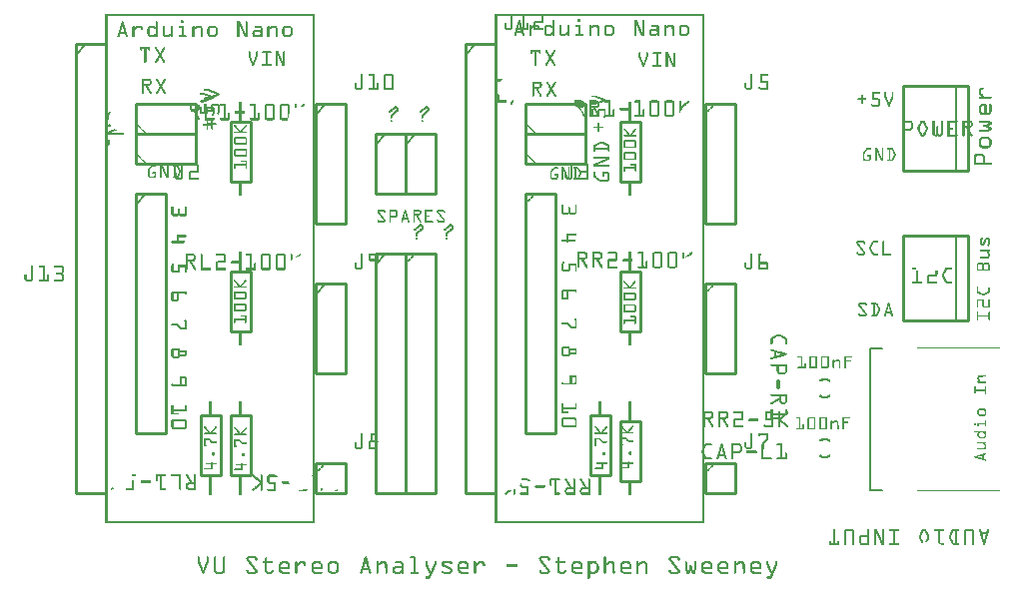
<source format=gto>
G04 MADE WITH FRITZING*
G04 WWW.FRITZING.ORG*
G04 DOUBLE SIDED*
G04 HOLES PLATED*
G04 CONTOUR ON CENTER OF CONTOUR VECTOR*
%ASAXBY*%
%FSLAX23Y23*%
%MOIN*%
%OFA0B0*%
%SFA1.0B1.0*%
%ADD10C,0.006944*%
%ADD11C,0.010000*%
%ADD12C,0.005000*%
%ADD13R,0.001000X0.001000*%
%LNSILK1*%
G90*
G70*
G54D10*
X2901Y443D02*
X2901Y915D01*
D02*
X2901Y443D02*
X2940Y443D01*
D02*
X2901Y915D02*
X2940Y915D01*
G54D11*
D02*
X3012Y1794D02*
X3012Y1508D01*
D02*
X3012Y1508D02*
X3228Y1508D01*
D02*
X3228Y1508D02*
X3228Y1794D01*
D02*
X3228Y1794D02*
X3012Y1794D01*
G54D12*
D02*
X3188Y1508D02*
X3188Y1794D01*
G54D11*
D02*
X3012Y1294D02*
X3012Y1008D01*
D02*
X3012Y1008D02*
X3228Y1008D01*
D02*
X3228Y1008D02*
X3228Y1294D01*
D02*
X3228Y1294D02*
X3012Y1294D01*
G54D12*
D02*
X3188Y1008D02*
X3188Y1294D01*
G54D11*
D02*
X1250Y1632D02*
X1250Y1432D01*
D02*
X1250Y1432D02*
X1350Y1432D01*
D02*
X1350Y1432D02*
X1350Y1632D01*
D02*
X1350Y1632D02*
X1250Y1632D01*
G54D12*
D02*
X1250Y1597D02*
X1285Y1632D01*
G54D11*
D02*
X1350Y1232D02*
X1350Y432D01*
D02*
X1350Y432D02*
X1450Y432D01*
D02*
X1450Y432D02*
X1450Y1232D01*
D02*
X1450Y1232D02*
X1350Y1232D01*
D02*
X1250Y1232D02*
X1250Y432D01*
D02*
X1250Y432D02*
X1350Y432D01*
D02*
X1350Y432D02*
X1350Y1232D01*
D02*
X1350Y1232D02*
X1250Y1232D01*
G54D12*
D02*
X1250Y1197D02*
X1285Y1232D01*
G54D11*
D02*
X1350Y1632D02*
X1350Y1432D01*
D02*
X1350Y1432D02*
X1450Y1432D01*
D02*
X1450Y1432D02*
X1450Y1632D01*
D02*
X1450Y1632D02*
X1350Y1632D01*
G54D12*
D02*
X1350Y1597D02*
X1385Y1632D01*
G54D11*
D02*
X767Y492D02*
X767Y692D01*
D02*
X767Y692D02*
X833Y692D01*
D02*
X833Y692D02*
X833Y492D01*
D02*
X833Y492D02*
X767Y492D01*
D02*
X1967Y492D02*
X1967Y692D01*
D02*
X1967Y692D02*
X2033Y692D01*
D02*
X2033Y692D02*
X2033Y492D01*
D02*
X2033Y492D02*
X1967Y492D01*
D02*
X667Y492D02*
X667Y692D01*
D02*
X667Y692D02*
X733Y692D01*
D02*
X733Y692D02*
X733Y492D01*
D02*
X733Y492D02*
X667Y492D01*
D02*
X2133Y1173D02*
X2133Y973D01*
D02*
X2133Y973D02*
X2067Y973D01*
D02*
X2067Y973D02*
X2067Y1173D01*
D02*
X2067Y1173D02*
X2133Y1173D01*
D02*
X833Y1173D02*
X833Y973D01*
D02*
X833Y973D02*
X767Y973D01*
D02*
X767Y973D02*
X767Y1173D01*
D02*
X767Y1173D02*
X833Y1173D01*
D02*
X2133Y1673D02*
X2133Y1473D01*
D02*
X2133Y1473D02*
X2067Y1473D01*
D02*
X2067Y1473D02*
X2067Y1673D01*
D02*
X2067Y1673D02*
X2133Y1673D01*
D02*
X833Y1673D02*
X833Y1473D01*
D02*
X833Y1473D02*
X767Y1473D01*
D02*
X767Y1473D02*
X767Y1673D01*
D02*
X767Y1673D02*
X833Y1673D01*
D02*
X450Y1432D02*
X450Y632D01*
D02*
X450Y632D02*
X550Y632D01*
D02*
X550Y632D02*
X550Y1432D01*
D02*
X550Y1432D02*
X450Y1432D01*
G54D12*
D02*
X450Y1397D02*
X485Y1432D01*
G54D11*
D02*
X450Y1532D02*
X650Y1532D01*
D02*
X650Y1532D02*
X650Y1632D01*
D02*
X650Y1632D02*
X450Y1632D01*
D02*
X450Y1632D02*
X450Y1532D01*
D02*
X1750Y1633D02*
X1950Y1633D01*
D02*
X1950Y1633D02*
X1950Y1733D01*
D02*
X1950Y1733D02*
X1750Y1733D01*
D02*
X1750Y1733D02*
X1750Y1633D01*
D02*
X2133Y673D02*
X2133Y473D01*
D02*
X2133Y473D02*
X2067Y473D01*
D02*
X2067Y473D02*
X2067Y673D01*
D02*
X2067Y673D02*
X2133Y673D01*
D02*
X1750Y1533D02*
X1950Y1533D01*
D02*
X1950Y1533D02*
X1950Y1633D01*
D02*
X1950Y1633D02*
X1750Y1633D01*
D02*
X1750Y1633D02*
X1750Y1533D01*
D02*
X450Y1632D02*
X650Y1632D01*
D02*
X650Y1632D02*
X650Y1732D01*
D02*
X650Y1732D02*
X450Y1732D01*
D02*
X450Y1732D02*
X450Y1632D01*
D02*
X2350Y1133D02*
X2350Y833D01*
D02*
X2350Y833D02*
X2450Y833D01*
D02*
X2450Y833D02*
X2450Y1133D01*
D02*
X2450Y1133D02*
X2350Y1133D01*
D02*
X2350Y533D02*
X2350Y433D01*
D02*
X2350Y433D02*
X2450Y433D01*
D02*
X2450Y433D02*
X2450Y533D01*
D02*
X2450Y533D02*
X2350Y533D01*
D02*
X1050Y532D02*
X1050Y432D01*
D02*
X1050Y432D02*
X1150Y432D01*
D02*
X1150Y432D02*
X1150Y532D01*
D02*
X1150Y532D02*
X1050Y532D01*
D02*
X1050Y1132D02*
X1050Y832D01*
D02*
X1050Y832D02*
X1150Y832D01*
D02*
X1150Y832D02*
X1150Y1132D01*
D02*
X1150Y1132D02*
X1050Y1132D01*
G54D12*
D02*
X1050Y1097D02*
X1085Y1132D01*
G54D11*
D02*
X1550Y1932D02*
X1550Y432D01*
D02*
X1550Y432D02*
X1650Y432D01*
D02*
X1650Y432D02*
X1650Y1932D01*
D02*
X1650Y1932D02*
X1550Y1932D01*
G54D12*
D02*
X1550Y1897D02*
X1585Y1932D01*
G54D11*
D02*
X1050Y1732D02*
X1050Y1332D01*
D02*
X1050Y1332D02*
X1150Y1332D01*
D02*
X1150Y1332D02*
X1150Y1732D01*
D02*
X1150Y1732D02*
X1050Y1732D01*
G54D12*
D02*
X1050Y1697D02*
X1085Y1732D01*
G54D11*
D02*
X2350Y1733D02*
X2350Y1333D01*
D02*
X2350Y1333D02*
X2450Y1333D01*
D02*
X2450Y1333D02*
X2450Y1733D01*
D02*
X2450Y1733D02*
X2350Y1733D01*
D02*
X250Y1932D02*
X250Y432D01*
D02*
X250Y432D02*
X350Y432D01*
D02*
X350Y432D02*
X350Y1932D01*
D02*
X350Y1932D02*
X250Y1932D01*
G54D12*
D02*
X250Y1897D02*
X285Y1932D01*
G54D11*
D02*
X1750Y1433D02*
X1750Y633D01*
D02*
X1750Y633D02*
X1850Y633D01*
D02*
X1850Y633D02*
X1850Y1433D01*
D02*
X1850Y1433D02*
X1750Y1433D01*
G54D13*
X349Y2032D02*
X1048Y2032D01*
X1649Y2032D02*
X2348Y2032D01*
X349Y2031D02*
X1048Y2031D01*
X1649Y2031D02*
X2348Y2031D01*
X349Y2030D02*
X1048Y2030D01*
X1649Y2030D02*
X2348Y2030D01*
X349Y2029D02*
X1048Y2029D01*
X1649Y2029D02*
X2348Y2029D01*
X349Y2028D02*
X1048Y2028D01*
X1649Y2028D02*
X2348Y2028D01*
X349Y2027D02*
X1048Y2027D01*
X1649Y2027D02*
X2348Y2027D01*
X349Y2026D02*
X1048Y2026D01*
X1649Y2026D02*
X2348Y2026D01*
X349Y2025D02*
X1048Y2025D01*
X1649Y2025D02*
X2348Y2025D01*
X349Y2024D02*
X356Y2024D01*
X1041Y2024D02*
X1048Y2024D01*
X1649Y2024D02*
X1656Y2024D01*
X1701Y2024D02*
X1707Y2024D01*
X1741Y2024D02*
X1747Y2024D01*
X1805Y2024D02*
X1811Y2024D01*
X2341Y2024D02*
X2348Y2024D01*
X349Y2023D02*
X356Y2023D01*
X1041Y2023D02*
X1048Y2023D01*
X1649Y2023D02*
X1656Y2023D01*
X1701Y2023D02*
X1707Y2023D01*
X1741Y2023D02*
X1747Y2023D01*
X1805Y2023D02*
X1811Y2023D01*
X2341Y2023D02*
X2348Y2023D01*
X349Y2022D02*
X356Y2022D01*
X1041Y2022D02*
X1048Y2022D01*
X1649Y2022D02*
X1656Y2022D01*
X1701Y2022D02*
X1707Y2022D01*
X1741Y2022D02*
X1747Y2022D01*
X1805Y2022D02*
X1811Y2022D01*
X2341Y2022D02*
X2348Y2022D01*
X349Y2021D02*
X356Y2021D01*
X1041Y2021D02*
X1048Y2021D01*
X1649Y2021D02*
X1656Y2021D01*
X1701Y2021D02*
X1707Y2021D01*
X1741Y2021D02*
X1747Y2021D01*
X1805Y2021D02*
X1811Y2021D01*
X2341Y2021D02*
X2348Y2021D01*
X349Y2020D02*
X356Y2020D01*
X1041Y2020D02*
X1048Y2020D01*
X1649Y2020D02*
X1656Y2020D01*
X1701Y2020D02*
X1707Y2020D01*
X1741Y2020D02*
X1747Y2020D01*
X1805Y2020D02*
X1811Y2020D01*
X2341Y2020D02*
X2348Y2020D01*
X349Y2019D02*
X356Y2019D01*
X1041Y2019D02*
X1048Y2019D01*
X1649Y2019D02*
X1656Y2019D01*
X1701Y2019D02*
X1707Y2019D01*
X1741Y2019D02*
X1747Y2019D01*
X1805Y2019D02*
X1811Y2019D01*
X2341Y2019D02*
X2348Y2019D01*
X349Y2018D02*
X356Y2018D01*
X1041Y2018D02*
X1048Y2018D01*
X1649Y2018D02*
X1656Y2018D01*
X1701Y2018D02*
X1707Y2018D01*
X1741Y2018D02*
X1747Y2018D01*
X1805Y2018D02*
X1811Y2018D01*
X2341Y2018D02*
X2348Y2018D01*
X349Y2017D02*
X356Y2017D01*
X1041Y2017D02*
X1048Y2017D01*
X1649Y2017D02*
X1656Y2017D01*
X1701Y2017D02*
X1707Y2017D01*
X1741Y2017D02*
X1747Y2017D01*
X1805Y2017D02*
X1811Y2017D01*
X2341Y2017D02*
X2348Y2017D01*
X349Y2016D02*
X356Y2016D01*
X1041Y2016D02*
X1048Y2016D01*
X1649Y2016D02*
X1656Y2016D01*
X1701Y2016D02*
X1707Y2016D01*
X1741Y2016D02*
X1747Y2016D01*
X1805Y2016D02*
X1811Y2016D01*
X2341Y2016D02*
X2348Y2016D01*
X349Y2015D02*
X356Y2015D01*
X1041Y2015D02*
X1048Y2015D01*
X1649Y2015D02*
X1656Y2015D01*
X1701Y2015D02*
X1707Y2015D01*
X1741Y2015D02*
X1747Y2015D01*
X1805Y2015D02*
X1811Y2015D01*
X1925Y2015D02*
X1930Y2015D01*
X2341Y2015D02*
X2348Y2015D01*
X349Y2014D02*
X356Y2014D01*
X1041Y2014D02*
X1048Y2014D01*
X1649Y2014D02*
X1656Y2014D01*
X1701Y2014D02*
X1707Y2014D01*
X1741Y2014D02*
X1747Y2014D01*
X1805Y2014D02*
X1811Y2014D01*
X1924Y2014D02*
X1932Y2014D01*
X2341Y2014D02*
X2348Y2014D01*
X349Y2013D02*
X356Y2013D01*
X1041Y2013D02*
X1048Y2013D01*
X1649Y2013D02*
X1656Y2013D01*
X1701Y2013D02*
X1707Y2013D01*
X1741Y2013D02*
X1747Y2013D01*
X1805Y2013D02*
X1811Y2013D01*
X1923Y2013D02*
X1932Y2013D01*
X2341Y2013D02*
X2348Y2013D01*
X349Y2012D02*
X356Y2012D01*
X1041Y2012D02*
X1048Y2012D01*
X1649Y2012D02*
X1656Y2012D01*
X1701Y2012D02*
X1707Y2012D01*
X1729Y2012D02*
X1731Y2012D01*
X1741Y2012D02*
X1747Y2012D01*
X1805Y2012D02*
X1811Y2012D01*
X1842Y2012D02*
X1844Y2012D01*
X1923Y2012D02*
X1932Y2012D01*
X2113Y2012D02*
X2121Y2012D01*
X2142Y2012D02*
X2144Y2012D01*
X2341Y2012D02*
X2348Y2012D01*
X349Y2011D02*
X356Y2011D01*
X602Y2011D02*
X607Y2011D01*
X1041Y2011D02*
X1048Y2011D01*
X1649Y2011D02*
X1656Y2011D01*
X1701Y2011D02*
X1707Y2011D01*
X1727Y2011D02*
X1732Y2011D01*
X1741Y2011D02*
X1747Y2011D01*
X1805Y2011D02*
X1811Y2011D01*
X1841Y2011D02*
X1846Y2011D01*
X1923Y2011D02*
X1933Y2011D01*
X2113Y2011D02*
X2122Y2011D01*
X2141Y2011D02*
X2145Y2011D01*
X2341Y2011D02*
X2348Y2011D01*
X349Y2010D02*
X356Y2010D01*
X601Y2010D02*
X608Y2010D01*
X1041Y2010D02*
X1048Y2010D01*
X1649Y2010D02*
X1656Y2010D01*
X1701Y2010D02*
X1707Y2010D01*
X1727Y2010D02*
X1732Y2010D01*
X1741Y2010D02*
X1747Y2010D01*
X1805Y2010D02*
X1811Y2010D01*
X1841Y2010D02*
X1846Y2010D01*
X1923Y2010D02*
X1933Y2010D01*
X2113Y2010D02*
X2122Y2010D01*
X2141Y2010D02*
X2146Y2010D01*
X2341Y2010D02*
X2348Y2010D01*
X349Y2009D02*
X356Y2009D01*
X600Y2009D02*
X609Y2009D01*
X1041Y2009D02*
X1048Y2009D01*
X1649Y2009D02*
X1656Y2009D01*
X1701Y2009D02*
X1707Y2009D01*
X1726Y2009D02*
X1733Y2009D01*
X1741Y2009D02*
X1747Y2009D01*
X1804Y2009D02*
X1811Y2009D01*
X1840Y2009D02*
X1846Y2009D01*
X1923Y2009D02*
X1933Y2009D01*
X2113Y2009D02*
X2122Y2009D01*
X2140Y2009D02*
X2146Y2009D01*
X2341Y2009D02*
X2348Y2009D01*
X349Y2008D02*
X356Y2008D01*
X405Y2008D02*
X407Y2008D01*
X519Y2008D02*
X521Y2008D01*
X600Y2008D02*
X609Y2008D01*
X789Y2008D02*
X798Y2008D01*
X819Y2008D02*
X821Y2008D01*
X1041Y2008D02*
X1048Y2008D01*
X1649Y2008D02*
X1656Y2008D01*
X1701Y2008D02*
X1707Y2008D01*
X1726Y2008D02*
X1733Y2008D01*
X1741Y2008D02*
X1747Y2008D01*
X1781Y2008D02*
X1811Y2008D01*
X1840Y2008D02*
X1846Y2008D01*
X1923Y2008D02*
X1932Y2008D01*
X2113Y2008D02*
X2123Y2008D01*
X2140Y2008D02*
X2146Y2008D01*
X2341Y2008D02*
X2348Y2008D01*
X349Y2007D02*
X356Y2007D01*
X404Y2007D02*
X409Y2007D01*
X518Y2007D02*
X522Y2007D01*
X600Y2007D02*
X609Y2007D01*
X789Y2007D02*
X798Y2007D01*
X818Y2007D02*
X822Y2007D01*
X1041Y2007D02*
X1048Y2007D01*
X1649Y2007D02*
X1656Y2007D01*
X1701Y2007D02*
X1707Y2007D01*
X1726Y2007D02*
X1733Y2007D01*
X1741Y2007D02*
X1747Y2007D01*
X1780Y2007D02*
X1810Y2007D01*
X1840Y2007D02*
X1846Y2007D01*
X1924Y2007D02*
X1932Y2007D01*
X2113Y2007D02*
X2123Y2007D01*
X2140Y2007D02*
X2146Y2007D01*
X2341Y2007D02*
X2348Y2007D01*
X349Y2006D02*
X356Y2006D01*
X403Y2006D02*
X409Y2006D01*
X517Y2006D02*
X523Y2006D01*
X600Y2006D02*
X609Y2006D01*
X789Y2006D02*
X799Y2006D01*
X817Y2006D02*
X823Y2006D01*
X1041Y2006D02*
X1048Y2006D01*
X1649Y2006D02*
X1656Y2006D01*
X1701Y2006D02*
X1707Y2006D01*
X1726Y2006D02*
X1734Y2006D01*
X1741Y2006D02*
X1747Y2006D01*
X1779Y2006D02*
X1810Y2006D01*
X1840Y2006D02*
X1846Y2006D01*
X1925Y2006D02*
X1931Y2006D01*
X2113Y2006D02*
X2124Y2006D01*
X2140Y2006D02*
X2146Y2006D01*
X2341Y2006D02*
X2348Y2006D01*
X349Y2005D02*
X356Y2005D01*
X403Y2005D02*
X409Y2005D01*
X517Y2005D02*
X523Y2005D01*
X600Y2005D02*
X609Y2005D01*
X789Y2005D02*
X799Y2005D01*
X817Y2005D02*
X823Y2005D01*
X1041Y2005D02*
X1048Y2005D01*
X1649Y2005D02*
X1656Y2005D01*
X1701Y2005D02*
X1707Y2005D01*
X1725Y2005D02*
X1734Y2005D01*
X1741Y2005D02*
X1747Y2005D01*
X1778Y2005D02*
X1810Y2005D01*
X1840Y2005D02*
X1846Y2005D01*
X2113Y2005D02*
X2124Y2005D01*
X2140Y2005D02*
X2146Y2005D01*
X2341Y2005D02*
X2348Y2005D01*
X349Y2004D02*
X356Y2004D01*
X403Y2004D02*
X410Y2004D01*
X517Y2004D02*
X523Y2004D01*
X600Y2004D02*
X609Y2004D01*
X789Y2004D02*
X800Y2004D01*
X817Y2004D02*
X823Y2004D01*
X1041Y2004D02*
X1048Y2004D01*
X1649Y2004D02*
X1656Y2004D01*
X1701Y2004D02*
X1707Y2004D01*
X1725Y2004D02*
X1734Y2004D01*
X1741Y2004D02*
X1747Y2004D01*
X1778Y2004D02*
X1809Y2004D01*
X1840Y2004D02*
X1846Y2004D01*
X2113Y2004D02*
X2125Y2004D01*
X2140Y2004D02*
X2146Y2004D01*
X2341Y2004D02*
X2348Y2004D01*
X349Y2003D02*
X356Y2003D01*
X402Y2003D02*
X410Y2003D01*
X517Y2003D02*
X523Y2003D01*
X600Y2003D02*
X609Y2003D01*
X789Y2003D02*
X800Y2003D01*
X817Y2003D02*
X823Y2003D01*
X1041Y2003D02*
X1048Y2003D01*
X1649Y2003D02*
X1656Y2003D01*
X1701Y2003D02*
X1707Y2003D01*
X1725Y2003D02*
X1734Y2003D01*
X1741Y2003D02*
X1747Y2003D01*
X1777Y2003D02*
X1807Y2003D01*
X1840Y2003D02*
X1846Y2003D01*
X2113Y2003D02*
X2125Y2003D01*
X2140Y2003D02*
X2146Y2003D01*
X2341Y2003D02*
X2348Y2003D01*
X349Y2002D02*
X356Y2002D01*
X402Y2002D02*
X410Y2002D01*
X517Y2002D02*
X523Y2002D01*
X602Y2002D02*
X607Y2002D01*
X789Y2002D02*
X801Y2002D01*
X817Y2002D02*
X823Y2002D01*
X1041Y2002D02*
X1048Y2002D01*
X1649Y2002D02*
X1656Y2002D01*
X1682Y2002D02*
X1685Y2002D01*
X1701Y2002D02*
X1707Y2002D01*
X1724Y2002D02*
X1735Y2002D01*
X1741Y2002D02*
X1747Y2002D01*
X1756Y2002D02*
X1760Y2002D01*
X1777Y2002D02*
X1805Y2002D01*
X1840Y2002D02*
X1846Y2002D01*
X2113Y2002D02*
X2126Y2002D01*
X2140Y2002D02*
X2146Y2002D01*
X2341Y2002D02*
X2348Y2002D01*
X349Y2001D02*
X356Y2001D01*
X402Y2001D02*
X411Y2001D01*
X517Y2001D02*
X523Y2001D01*
X789Y2001D02*
X801Y2001D01*
X817Y2001D02*
X823Y2001D01*
X1041Y2001D02*
X1048Y2001D01*
X1649Y2001D02*
X1656Y2001D01*
X1681Y2001D02*
X1686Y2001D01*
X1701Y2001D02*
X1707Y2001D01*
X1724Y2001D02*
X1735Y2001D01*
X1741Y2001D02*
X1747Y2001D01*
X1755Y2001D02*
X1760Y2001D01*
X1777Y2001D02*
X1783Y2001D01*
X1840Y2001D02*
X1846Y2001D01*
X2113Y2001D02*
X2126Y2001D01*
X2140Y2001D02*
X2146Y2001D01*
X2341Y2001D02*
X2348Y2001D01*
X349Y2000D02*
X356Y2000D01*
X402Y2000D02*
X411Y2000D01*
X517Y2000D02*
X523Y2000D01*
X789Y2000D02*
X801Y2000D01*
X817Y2000D02*
X823Y2000D01*
X1041Y2000D02*
X1048Y2000D01*
X1649Y2000D02*
X1656Y2000D01*
X1681Y2000D02*
X1686Y2000D01*
X1701Y2000D02*
X1707Y2000D01*
X1724Y2000D02*
X1735Y2000D01*
X1741Y2000D02*
X1747Y2000D01*
X1755Y2000D02*
X1761Y2000D01*
X1777Y2000D02*
X1783Y2000D01*
X1840Y2000D02*
X1846Y2000D01*
X2113Y2000D02*
X2126Y2000D01*
X2140Y2000D02*
X2146Y2000D01*
X2341Y2000D02*
X2348Y2000D01*
X349Y1999D02*
X356Y1999D01*
X401Y1999D02*
X411Y1999D01*
X517Y1999D02*
X523Y1999D01*
X789Y1999D02*
X802Y1999D01*
X817Y1999D02*
X823Y1999D01*
X1041Y1999D02*
X1048Y1999D01*
X1649Y1999D02*
X1656Y1999D01*
X1681Y1999D02*
X1687Y1999D01*
X1701Y1999D02*
X1707Y1999D01*
X1723Y1999D02*
X1736Y1999D01*
X1741Y1999D02*
X1747Y1999D01*
X1755Y1999D02*
X1761Y1999D01*
X1777Y1999D02*
X1783Y1999D01*
X1840Y1999D02*
X1846Y1999D01*
X2113Y1999D02*
X2127Y1999D01*
X2140Y1999D02*
X2146Y1999D01*
X2341Y1999D02*
X2348Y1999D01*
X349Y1998D02*
X356Y1998D01*
X401Y1998D02*
X411Y1998D01*
X517Y1998D02*
X523Y1998D01*
X789Y1998D02*
X802Y1998D01*
X817Y1998D02*
X823Y1998D01*
X1041Y1998D02*
X1048Y1998D01*
X1649Y1998D02*
X1656Y1998D01*
X1681Y1998D02*
X1687Y1998D01*
X1701Y1998D02*
X1707Y1998D01*
X1723Y1998D02*
X1736Y1998D01*
X1741Y1998D02*
X1747Y1998D01*
X1755Y1998D02*
X1761Y1998D01*
X1777Y1998D02*
X1783Y1998D01*
X1840Y1998D02*
X1846Y1998D01*
X2113Y1998D02*
X2119Y1998D01*
X2121Y1998D02*
X2127Y1998D01*
X2140Y1998D02*
X2146Y1998D01*
X2341Y1998D02*
X2348Y1998D01*
X349Y1997D02*
X356Y1997D01*
X401Y1997D02*
X412Y1997D01*
X517Y1997D02*
X523Y1997D01*
X789Y1997D02*
X803Y1997D01*
X817Y1997D02*
X823Y1997D01*
X1041Y1997D02*
X1048Y1997D01*
X1649Y1997D02*
X1656Y1997D01*
X1681Y1997D02*
X1687Y1997D01*
X1701Y1997D02*
X1707Y1997D01*
X1723Y1997D02*
X1736Y1997D01*
X1741Y1997D02*
X1747Y1997D01*
X1755Y1997D02*
X1761Y1997D01*
X1764Y1997D02*
X1767Y1997D01*
X1777Y1997D02*
X1789Y1997D01*
X1822Y1997D02*
X1833Y1997D01*
X1840Y1997D02*
X1846Y1997D01*
X1864Y1997D02*
X1867Y1997D01*
X1892Y1997D02*
X1895Y1997D01*
X1918Y1997D02*
X1931Y1997D01*
X1964Y1997D02*
X1967Y1997D01*
X1979Y1997D02*
X1989Y1997D01*
X2022Y1997D02*
X2037Y1997D01*
X2113Y1997D02*
X2119Y1997D01*
X2121Y1997D02*
X2128Y1997D01*
X2140Y1997D02*
X2146Y1997D01*
X2171Y1997D02*
X2189Y1997D01*
X2214Y1997D02*
X2217Y1997D01*
X2229Y1997D02*
X2239Y1997D01*
X2272Y1997D02*
X2287Y1997D01*
X2341Y1997D02*
X2348Y1997D01*
X349Y1996D02*
X356Y1996D01*
X400Y1996D02*
X412Y1996D01*
X517Y1996D02*
X523Y1996D01*
X789Y1996D02*
X803Y1996D01*
X817Y1996D02*
X823Y1996D01*
X1041Y1996D02*
X1048Y1996D01*
X1649Y1996D02*
X1656Y1996D01*
X1681Y1996D02*
X1687Y1996D01*
X1701Y1996D02*
X1707Y1996D01*
X1723Y1996D02*
X1736Y1996D01*
X1741Y1996D02*
X1747Y1996D01*
X1755Y1996D02*
X1761Y1996D01*
X1763Y1996D02*
X1768Y1996D01*
X1777Y1996D02*
X1791Y1996D01*
X1820Y1996D02*
X1835Y1996D01*
X1840Y1996D02*
X1846Y1996D01*
X1863Y1996D02*
X1868Y1996D01*
X1891Y1996D02*
X1896Y1996D01*
X1917Y1996D02*
X1932Y1996D01*
X1963Y1996D02*
X1968Y1996D01*
X1976Y1996D02*
X1991Y1996D01*
X2020Y1996D02*
X2039Y1996D01*
X2113Y1996D02*
X2119Y1996D01*
X2121Y1996D02*
X2128Y1996D01*
X2140Y1996D02*
X2146Y1996D01*
X2170Y1996D02*
X2191Y1996D01*
X2213Y1996D02*
X2218Y1996D01*
X2226Y1996D02*
X2241Y1996D01*
X2270Y1996D02*
X2289Y1996D01*
X2341Y1996D02*
X2348Y1996D01*
X349Y1995D02*
X356Y1995D01*
X400Y1995D02*
X412Y1995D01*
X517Y1995D02*
X523Y1995D01*
X789Y1995D02*
X804Y1995D01*
X817Y1995D02*
X823Y1995D01*
X1041Y1995D02*
X1048Y1995D01*
X1649Y1995D02*
X1656Y1995D01*
X1681Y1995D02*
X1687Y1995D01*
X1701Y1995D02*
X1707Y1995D01*
X1722Y1995D02*
X1737Y1995D01*
X1741Y1995D02*
X1747Y1995D01*
X1755Y1995D02*
X1761Y1995D01*
X1763Y1995D02*
X1769Y1995D01*
X1776Y1995D02*
X1793Y1995D01*
X1819Y1995D02*
X1837Y1995D01*
X1840Y1995D02*
X1846Y1995D01*
X1863Y1995D02*
X1869Y1995D01*
X1890Y1995D02*
X1896Y1995D01*
X1916Y1995D02*
X1932Y1995D01*
X1963Y1995D02*
X1969Y1995D01*
X1975Y1995D02*
X1992Y1995D01*
X2019Y1995D02*
X2040Y1995D01*
X2113Y1995D02*
X2119Y1995D01*
X2122Y1995D02*
X2129Y1995D01*
X2140Y1995D02*
X2146Y1995D01*
X2170Y1995D02*
X2192Y1995D01*
X2213Y1995D02*
X2219Y1995D01*
X2225Y1995D02*
X2242Y1995D01*
X2269Y1995D02*
X2290Y1995D01*
X2341Y1995D02*
X2348Y1995D01*
X349Y1994D02*
X356Y1994D01*
X400Y1994D02*
X413Y1994D01*
X517Y1994D02*
X523Y1994D01*
X789Y1994D02*
X795Y1994D01*
X797Y1994D02*
X804Y1994D01*
X817Y1994D02*
X823Y1994D01*
X1041Y1994D02*
X1048Y1994D01*
X1649Y1994D02*
X1656Y1994D01*
X1681Y1994D02*
X1687Y1994D01*
X1701Y1994D02*
X1707Y1994D01*
X1722Y1994D02*
X1728Y1994D01*
X1731Y1994D02*
X1737Y1994D01*
X1741Y1994D02*
X1747Y1994D01*
X1755Y1994D02*
X1761Y1994D01*
X1763Y1994D02*
X1769Y1994D01*
X1774Y1994D02*
X1794Y1994D01*
X1818Y1994D02*
X1838Y1994D01*
X1840Y1994D02*
X1846Y1994D01*
X1863Y1994D02*
X1869Y1994D01*
X1890Y1994D02*
X1896Y1994D01*
X1916Y1994D02*
X1933Y1994D01*
X1963Y1994D02*
X1969Y1994D01*
X1973Y1994D02*
X1993Y1994D01*
X2018Y1994D02*
X2041Y1994D01*
X2113Y1994D02*
X2119Y1994D01*
X2122Y1994D02*
X2129Y1994D01*
X2140Y1994D02*
X2146Y1994D01*
X2170Y1994D02*
X2193Y1994D01*
X2213Y1994D02*
X2219Y1994D01*
X2223Y1994D02*
X2243Y1994D01*
X2268Y1994D02*
X2291Y1994D01*
X2341Y1994D02*
X2348Y1994D01*
X349Y1993D02*
X356Y1993D01*
X400Y1993D02*
X413Y1993D01*
X441Y1993D02*
X444Y1993D01*
X455Y1993D02*
X466Y1993D01*
X499Y1993D02*
X510Y1993D01*
X517Y1993D02*
X523Y1993D01*
X541Y1993D02*
X544Y1993D01*
X568Y1993D02*
X572Y1993D01*
X594Y1993D02*
X608Y1993D01*
X641Y1993D02*
X644Y1993D01*
X655Y1993D02*
X666Y1993D01*
X698Y1993D02*
X714Y1993D01*
X789Y1993D02*
X795Y1993D01*
X798Y1993D02*
X804Y1993D01*
X817Y1993D02*
X823Y1993D01*
X848Y1993D02*
X866Y1993D01*
X891Y1993D02*
X894Y1993D01*
X905Y1993D02*
X916Y1993D01*
X948Y1993D02*
X964Y1993D01*
X1041Y1993D02*
X1048Y1993D01*
X1649Y1993D02*
X1656Y1993D01*
X1681Y1993D02*
X1687Y1993D01*
X1701Y1993D02*
X1707Y1993D01*
X1722Y1993D02*
X1728Y1993D01*
X1731Y1993D02*
X1737Y1993D01*
X1741Y1993D02*
X1747Y1993D01*
X1755Y1993D02*
X1761Y1993D01*
X1763Y1993D02*
X1769Y1993D01*
X1773Y1993D02*
X1795Y1993D01*
X1816Y1993D02*
X1846Y1993D01*
X1863Y1993D02*
X1869Y1993D01*
X1890Y1993D02*
X1896Y1993D01*
X1916Y1993D02*
X1933Y1993D01*
X1963Y1993D02*
X1969Y1993D01*
X1972Y1993D02*
X1994Y1993D01*
X2016Y1993D02*
X2043Y1993D01*
X2113Y1993D02*
X2119Y1993D01*
X2123Y1993D02*
X2129Y1993D01*
X2140Y1993D02*
X2146Y1993D01*
X2170Y1993D02*
X2194Y1993D01*
X2213Y1993D02*
X2219Y1993D01*
X2222Y1993D02*
X2244Y1993D01*
X2266Y1993D02*
X2293Y1993D01*
X2341Y1993D02*
X2348Y1993D01*
X349Y1992D02*
X356Y1992D01*
X399Y1992D02*
X413Y1992D01*
X440Y1992D02*
X445Y1992D01*
X453Y1992D02*
X468Y1992D01*
X497Y1992D02*
X512Y1992D01*
X517Y1992D02*
X523Y1992D01*
X540Y1992D02*
X545Y1992D01*
X568Y1992D02*
X573Y1992D01*
X593Y1992D02*
X609Y1992D01*
X640Y1992D02*
X645Y1992D01*
X653Y1992D02*
X667Y1992D01*
X697Y1992D02*
X716Y1992D01*
X789Y1992D02*
X795Y1992D01*
X798Y1992D02*
X805Y1992D01*
X817Y1992D02*
X823Y1992D01*
X847Y1992D02*
X867Y1992D01*
X890Y1992D02*
X895Y1992D01*
X903Y1992D02*
X917Y1992D01*
X947Y1992D02*
X966Y1992D01*
X1041Y1992D02*
X1048Y1992D01*
X1649Y1992D02*
X1656Y1992D01*
X1681Y1992D02*
X1687Y1992D01*
X1701Y1992D02*
X1707Y1992D01*
X1721Y1992D02*
X1728Y1992D01*
X1731Y1992D02*
X1738Y1992D01*
X1741Y1992D02*
X1747Y1992D01*
X1755Y1992D02*
X1761Y1992D01*
X1763Y1992D02*
X1769Y1992D01*
X1772Y1992D02*
X1795Y1992D01*
X1816Y1992D02*
X1846Y1992D01*
X1863Y1992D02*
X1869Y1992D01*
X1890Y1992D02*
X1896Y1992D01*
X1917Y1992D02*
X1933Y1992D01*
X1963Y1992D02*
X1994Y1992D01*
X2015Y1992D02*
X2044Y1992D01*
X2113Y1992D02*
X2119Y1992D01*
X2123Y1992D02*
X2130Y1992D01*
X2140Y1992D02*
X2146Y1992D01*
X2170Y1992D02*
X2194Y1992D01*
X2213Y1992D02*
X2244Y1992D01*
X2265Y1992D02*
X2294Y1992D01*
X2341Y1992D02*
X2348Y1992D01*
X349Y1991D02*
X356Y1991D01*
X399Y1991D02*
X405Y1991D01*
X407Y1991D02*
X413Y1991D01*
X440Y1991D02*
X445Y1991D01*
X452Y1991D02*
X470Y1991D01*
X495Y1991D02*
X514Y1991D01*
X517Y1991D02*
X523Y1991D01*
X540Y1991D02*
X545Y1991D01*
X567Y1991D02*
X573Y1991D01*
X593Y1991D02*
X609Y1991D01*
X640Y1991D02*
X645Y1991D01*
X651Y1991D02*
X669Y1991D01*
X695Y1991D02*
X717Y1991D01*
X789Y1991D02*
X795Y1991D01*
X799Y1991D02*
X805Y1991D01*
X817Y1991D02*
X823Y1991D01*
X846Y1991D02*
X869Y1991D01*
X890Y1991D02*
X895Y1991D01*
X901Y1991D02*
X919Y1991D01*
X945Y1991D02*
X967Y1991D01*
X1041Y1991D02*
X1048Y1991D01*
X1649Y1991D02*
X1656Y1991D01*
X1681Y1991D02*
X1687Y1991D01*
X1701Y1991D02*
X1707Y1991D01*
X1721Y1991D02*
X1727Y1991D01*
X1732Y1991D02*
X1738Y1991D01*
X1741Y1991D02*
X1747Y1991D01*
X1755Y1991D02*
X1761Y1991D01*
X1763Y1991D02*
X1769Y1991D01*
X1771Y1991D02*
X1796Y1991D01*
X1815Y1991D02*
X1846Y1991D01*
X1863Y1991D02*
X1869Y1991D01*
X1890Y1991D02*
X1896Y1991D01*
X1918Y1991D02*
X1933Y1991D01*
X1963Y1991D02*
X1995Y1991D01*
X2015Y1991D02*
X2044Y1991D01*
X2113Y1991D02*
X2119Y1991D01*
X2124Y1991D02*
X2130Y1991D01*
X2140Y1991D02*
X2146Y1991D01*
X2172Y1991D02*
X2195Y1991D01*
X2213Y1991D02*
X2245Y1991D01*
X2265Y1991D02*
X2294Y1991D01*
X2341Y1991D02*
X2348Y1991D01*
X349Y1990D02*
X356Y1990D01*
X399Y1990D02*
X405Y1990D01*
X407Y1990D02*
X414Y1990D01*
X439Y1990D02*
X445Y1990D01*
X451Y1990D02*
X471Y1990D01*
X494Y1990D02*
X515Y1990D01*
X517Y1990D02*
X523Y1990D01*
X539Y1990D02*
X545Y1990D01*
X567Y1990D02*
X573Y1990D01*
X593Y1990D02*
X609Y1990D01*
X639Y1990D02*
X645Y1990D01*
X650Y1990D02*
X670Y1990D01*
X694Y1990D02*
X718Y1990D01*
X789Y1990D02*
X795Y1990D01*
X799Y1990D02*
X806Y1990D01*
X817Y1990D02*
X823Y1990D01*
X846Y1990D02*
X870Y1990D01*
X889Y1990D02*
X895Y1990D01*
X900Y1990D02*
X920Y1990D01*
X944Y1990D02*
X968Y1990D01*
X1041Y1990D02*
X1048Y1990D01*
X1649Y1990D02*
X1656Y1990D01*
X1681Y1990D02*
X1687Y1990D01*
X1701Y1990D02*
X1707Y1990D01*
X1721Y1990D02*
X1727Y1990D01*
X1732Y1990D02*
X1738Y1990D01*
X1741Y1990D02*
X1747Y1990D01*
X1755Y1990D02*
X1761Y1990D01*
X1763Y1990D02*
X1783Y1990D01*
X1789Y1990D02*
X1796Y1990D01*
X1814Y1990D02*
X1823Y1990D01*
X1833Y1990D02*
X1846Y1990D01*
X1863Y1990D02*
X1869Y1990D01*
X1890Y1990D02*
X1896Y1990D01*
X1927Y1990D02*
X1933Y1990D01*
X1963Y1990D02*
X1979Y1990D01*
X1988Y1990D02*
X1995Y1990D01*
X2014Y1990D02*
X2023Y1990D01*
X2036Y1990D02*
X2045Y1990D01*
X2113Y1990D02*
X2119Y1990D01*
X2124Y1990D02*
X2131Y1990D01*
X2140Y1990D02*
X2146Y1990D01*
X2188Y1990D02*
X2195Y1990D01*
X2213Y1990D02*
X2229Y1990D01*
X2238Y1990D02*
X2245Y1990D01*
X2264Y1990D02*
X2273Y1990D01*
X2286Y1990D02*
X2295Y1990D01*
X2341Y1990D02*
X2348Y1990D01*
X349Y1989D02*
X356Y1989D01*
X398Y1989D02*
X405Y1989D01*
X408Y1989D02*
X414Y1989D01*
X439Y1989D02*
X446Y1989D01*
X450Y1989D02*
X471Y1989D01*
X493Y1989D02*
X523Y1989D01*
X540Y1989D02*
X545Y1989D01*
X567Y1989D02*
X573Y1989D01*
X593Y1989D02*
X609Y1989D01*
X639Y1989D02*
X645Y1989D01*
X648Y1989D02*
X670Y1989D01*
X693Y1989D02*
X719Y1989D01*
X789Y1989D02*
X795Y1989D01*
X800Y1989D02*
X806Y1989D01*
X817Y1989D02*
X823Y1989D01*
X847Y1989D02*
X870Y1989D01*
X889Y1989D02*
X895Y1989D01*
X898Y1989D02*
X920Y1989D01*
X943Y1989D02*
X969Y1989D01*
X1041Y1989D02*
X1048Y1989D01*
X1649Y1989D02*
X1656Y1989D01*
X1681Y1989D02*
X1687Y1989D01*
X1701Y1989D02*
X1707Y1989D01*
X1721Y1989D02*
X1727Y1989D01*
X1732Y1989D02*
X1738Y1989D01*
X1741Y1989D02*
X1747Y1989D01*
X1755Y1989D02*
X1761Y1989D01*
X1763Y1989D02*
X1783Y1989D01*
X1790Y1989D02*
X1796Y1989D01*
X1814Y1989D02*
X1821Y1989D01*
X1834Y1989D02*
X1846Y1989D01*
X1863Y1989D02*
X1869Y1989D01*
X1890Y1989D02*
X1896Y1989D01*
X1927Y1989D02*
X1933Y1989D01*
X1963Y1989D02*
X1978Y1989D01*
X1989Y1989D02*
X1995Y1989D01*
X2014Y1989D02*
X2021Y1989D01*
X2038Y1989D02*
X2046Y1989D01*
X2113Y1989D02*
X2119Y1989D01*
X2124Y1989D02*
X2131Y1989D01*
X2140Y1989D02*
X2146Y1989D01*
X2189Y1989D02*
X2195Y1989D01*
X2213Y1989D02*
X2228Y1989D01*
X2239Y1989D02*
X2245Y1989D01*
X2264Y1989D02*
X2271Y1989D01*
X2288Y1989D02*
X2296Y1989D01*
X2341Y1989D02*
X2348Y1989D01*
X349Y1988D02*
X356Y1988D01*
X398Y1988D02*
X404Y1988D01*
X408Y1988D02*
X414Y1988D01*
X439Y1988D02*
X446Y1988D01*
X449Y1988D02*
X472Y1988D01*
X492Y1988D02*
X523Y1988D01*
X540Y1988D02*
X546Y1988D01*
X567Y1988D02*
X573Y1988D01*
X594Y1988D02*
X609Y1988D01*
X639Y1988D02*
X671Y1988D01*
X692Y1988D02*
X720Y1988D01*
X789Y1988D02*
X795Y1988D01*
X800Y1988D02*
X807Y1988D01*
X817Y1988D02*
X823Y1988D01*
X847Y1988D02*
X871Y1988D01*
X889Y1988D02*
X921Y1988D01*
X942Y1988D02*
X970Y1988D01*
X1041Y1988D02*
X1048Y1988D01*
X1649Y1988D02*
X1656Y1988D01*
X1681Y1988D02*
X1687Y1988D01*
X1701Y1988D02*
X1707Y1988D01*
X1720Y1988D02*
X1727Y1988D01*
X1732Y1988D02*
X1739Y1988D01*
X1741Y1988D02*
X1747Y1988D01*
X1755Y1988D02*
X1761Y1988D01*
X1763Y1988D02*
X1783Y1988D01*
X1790Y1988D02*
X1796Y1988D01*
X1813Y1988D02*
X1820Y1988D01*
X1835Y1988D02*
X1846Y1988D01*
X1863Y1988D02*
X1869Y1988D01*
X1890Y1988D02*
X1896Y1988D01*
X1927Y1988D02*
X1933Y1988D01*
X1963Y1988D02*
X1976Y1988D01*
X1989Y1988D02*
X1995Y1988D01*
X2013Y1988D02*
X2020Y1988D01*
X2039Y1988D02*
X2046Y1988D01*
X2113Y1988D02*
X2119Y1988D01*
X2125Y1988D02*
X2132Y1988D01*
X2140Y1988D02*
X2146Y1988D01*
X2189Y1988D02*
X2195Y1988D01*
X2213Y1988D02*
X2226Y1988D01*
X2239Y1988D02*
X2245Y1988D01*
X2263Y1988D02*
X2270Y1988D01*
X2289Y1988D02*
X2296Y1988D01*
X2341Y1988D02*
X2348Y1988D01*
X349Y1987D02*
X356Y1987D01*
X398Y1987D02*
X404Y1987D01*
X408Y1987D02*
X415Y1987D01*
X439Y1987D02*
X446Y1987D01*
X448Y1987D02*
X472Y1987D01*
X491Y1987D02*
X523Y1987D01*
X540Y1987D02*
X546Y1987D01*
X567Y1987D02*
X573Y1987D01*
X595Y1987D02*
X609Y1987D01*
X639Y1987D02*
X671Y1987D01*
X691Y1987D02*
X721Y1987D01*
X789Y1987D02*
X795Y1987D01*
X800Y1987D02*
X807Y1987D01*
X817Y1987D02*
X823Y1987D01*
X849Y1987D02*
X871Y1987D01*
X889Y1987D02*
X921Y1987D01*
X941Y1987D02*
X971Y1987D01*
X1041Y1987D02*
X1048Y1987D01*
X1649Y1987D02*
X1656Y1987D01*
X1681Y1987D02*
X1687Y1987D01*
X1701Y1987D02*
X1707Y1987D01*
X1720Y1987D02*
X1726Y1987D01*
X1733Y1987D02*
X1739Y1987D01*
X1741Y1987D02*
X1747Y1987D01*
X1755Y1987D02*
X1761Y1987D01*
X1763Y1987D02*
X1783Y1987D01*
X1790Y1987D02*
X1796Y1987D01*
X1813Y1987D02*
X1819Y1987D01*
X1836Y1987D02*
X1846Y1987D01*
X1863Y1987D02*
X1869Y1987D01*
X1890Y1987D02*
X1896Y1987D01*
X1927Y1987D02*
X1933Y1987D01*
X1963Y1987D02*
X1974Y1987D01*
X1989Y1987D02*
X1995Y1987D01*
X2013Y1987D02*
X2019Y1987D01*
X2040Y1987D02*
X2046Y1987D01*
X2113Y1987D02*
X2119Y1987D01*
X2125Y1987D02*
X2132Y1987D01*
X2140Y1987D02*
X2146Y1987D01*
X2189Y1987D02*
X2195Y1987D01*
X2213Y1987D02*
X2224Y1987D01*
X2239Y1987D02*
X2245Y1987D01*
X2263Y1987D02*
X2269Y1987D01*
X2290Y1987D02*
X2296Y1987D01*
X2341Y1987D02*
X2348Y1987D01*
X349Y1986D02*
X356Y1986D01*
X398Y1986D02*
X404Y1986D01*
X409Y1986D02*
X415Y1986D01*
X439Y1986D02*
X456Y1986D01*
X466Y1986D02*
X473Y1986D01*
X491Y1986D02*
X499Y1986D01*
X510Y1986D02*
X523Y1986D01*
X540Y1986D02*
X546Y1986D01*
X567Y1986D02*
X573Y1986D01*
X603Y1986D02*
X609Y1986D01*
X639Y1986D02*
X656Y1986D01*
X665Y1986D02*
X672Y1986D01*
X691Y1986D02*
X699Y1986D01*
X713Y1986D02*
X722Y1986D01*
X789Y1986D02*
X795Y1986D01*
X801Y1986D02*
X808Y1986D01*
X817Y1986D02*
X823Y1986D01*
X865Y1986D02*
X872Y1986D01*
X889Y1986D02*
X906Y1986D01*
X915Y1986D02*
X922Y1986D01*
X941Y1986D02*
X949Y1986D01*
X963Y1986D02*
X972Y1986D01*
X1041Y1986D02*
X1048Y1986D01*
X1649Y1986D02*
X1656Y1986D01*
X1681Y1986D02*
X1688Y1986D01*
X1700Y1986D02*
X1707Y1986D01*
X1720Y1986D02*
X1726Y1986D01*
X1733Y1986D02*
X1739Y1986D01*
X1741Y1986D02*
X1747Y1986D01*
X1755Y1986D02*
X1761Y1986D01*
X1763Y1986D02*
X1775Y1986D01*
X1777Y1986D02*
X1783Y1986D01*
X1790Y1986D02*
X1796Y1986D01*
X1813Y1986D02*
X1819Y1986D01*
X1838Y1986D02*
X1846Y1986D01*
X1863Y1986D02*
X1869Y1986D01*
X1890Y1986D02*
X1896Y1986D01*
X1927Y1986D02*
X1933Y1986D01*
X1963Y1986D02*
X1973Y1986D01*
X1989Y1986D02*
X1995Y1986D01*
X2013Y1986D02*
X2019Y1986D01*
X2040Y1986D02*
X2046Y1986D01*
X2113Y1986D02*
X2119Y1986D01*
X2126Y1986D02*
X2133Y1986D01*
X2140Y1986D02*
X2146Y1986D01*
X2189Y1986D02*
X2195Y1986D01*
X2213Y1986D02*
X2223Y1986D01*
X2239Y1986D02*
X2245Y1986D01*
X2263Y1986D02*
X2269Y1986D01*
X2290Y1986D02*
X2296Y1986D01*
X2341Y1986D02*
X2348Y1986D01*
X349Y1985D02*
X356Y1985D01*
X397Y1985D02*
X404Y1985D01*
X409Y1985D02*
X415Y1985D01*
X439Y1985D02*
X455Y1985D01*
X467Y1985D02*
X473Y1985D01*
X490Y1985D02*
X498Y1985D01*
X511Y1985D02*
X523Y1985D01*
X540Y1985D02*
X546Y1985D01*
X567Y1985D02*
X573Y1985D01*
X603Y1985D02*
X609Y1985D01*
X639Y1985D02*
X654Y1985D01*
X666Y1985D02*
X672Y1985D01*
X690Y1985D02*
X698Y1985D01*
X715Y1985D02*
X722Y1985D01*
X789Y1985D02*
X795Y1985D01*
X801Y1985D02*
X808Y1985D01*
X817Y1985D02*
X823Y1985D01*
X866Y1985D02*
X872Y1985D01*
X889Y1985D02*
X904Y1985D01*
X916Y1985D02*
X922Y1985D01*
X940Y1985D02*
X948Y1985D01*
X965Y1985D02*
X972Y1985D01*
X1041Y1985D02*
X1048Y1985D01*
X1649Y1985D02*
X1656Y1985D01*
X1681Y1985D02*
X1707Y1985D01*
X1719Y1985D02*
X1726Y1985D01*
X1729Y1985D02*
X1761Y1985D01*
X1763Y1985D02*
X1774Y1985D01*
X1777Y1985D02*
X1809Y1985D01*
X1813Y1985D02*
X1819Y1985D01*
X1839Y1985D02*
X1846Y1985D01*
X1863Y1985D02*
X1869Y1985D01*
X1890Y1985D02*
X1896Y1985D01*
X1927Y1985D02*
X1933Y1985D01*
X1963Y1985D02*
X1971Y1985D01*
X1989Y1985D02*
X1996Y1985D01*
X2013Y1985D02*
X2019Y1985D01*
X2040Y1985D02*
X2046Y1985D01*
X2113Y1985D02*
X2119Y1985D01*
X2126Y1985D02*
X2133Y1985D01*
X2140Y1985D02*
X2146Y1985D01*
X2189Y1985D02*
X2195Y1985D01*
X2213Y1985D02*
X2221Y1985D01*
X2239Y1985D02*
X2245Y1985D01*
X2263Y1985D02*
X2269Y1985D01*
X2290Y1985D02*
X2296Y1985D01*
X2341Y1985D02*
X2348Y1985D01*
X349Y1984D02*
X356Y1984D01*
X397Y1984D02*
X403Y1984D01*
X409Y1984D02*
X416Y1984D01*
X439Y1984D02*
X454Y1984D01*
X467Y1984D02*
X473Y1984D01*
X490Y1984D02*
X497Y1984D01*
X512Y1984D02*
X523Y1984D01*
X540Y1984D02*
X546Y1984D01*
X567Y1984D02*
X573Y1984D01*
X603Y1984D02*
X609Y1984D01*
X639Y1984D02*
X653Y1984D01*
X666Y1984D02*
X672Y1984D01*
X690Y1984D02*
X697Y1984D01*
X716Y1984D02*
X723Y1984D01*
X789Y1984D02*
X795Y1984D01*
X802Y1984D02*
X808Y1984D01*
X817Y1984D02*
X823Y1984D01*
X866Y1984D02*
X872Y1984D01*
X889Y1984D02*
X903Y1984D01*
X916Y1984D02*
X922Y1984D01*
X940Y1984D02*
X947Y1984D01*
X966Y1984D02*
X973Y1984D01*
X1041Y1984D02*
X1048Y1984D01*
X1649Y1984D02*
X1656Y1984D01*
X1682Y1984D02*
X1706Y1984D01*
X1719Y1984D02*
X1725Y1984D01*
X1728Y1984D02*
X1761Y1984D01*
X1763Y1984D02*
X1773Y1984D01*
X1777Y1984D02*
X1810Y1984D01*
X1813Y1984D02*
X1819Y1984D01*
X1840Y1984D02*
X1846Y1984D01*
X1863Y1984D02*
X1869Y1984D01*
X1890Y1984D02*
X1896Y1984D01*
X1927Y1984D02*
X1933Y1984D01*
X1963Y1984D02*
X1970Y1984D01*
X1990Y1984D02*
X1996Y1984D01*
X2013Y1984D02*
X2019Y1984D01*
X2040Y1984D02*
X2046Y1984D01*
X2113Y1984D02*
X2119Y1984D01*
X2127Y1984D02*
X2133Y1984D01*
X2140Y1984D02*
X2146Y1984D01*
X2189Y1984D02*
X2196Y1984D01*
X2213Y1984D02*
X2220Y1984D01*
X2239Y1984D02*
X2246Y1984D01*
X2263Y1984D02*
X2269Y1984D01*
X2290Y1984D02*
X2296Y1984D01*
X2341Y1984D02*
X2348Y1984D01*
X349Y1983D02*
X356Y1983D01*
X397Y1983D02*
X403Y1983D01*
X409Y1983D02*
X416Y1983D01*
X439Y1983D02*
X453Y1983D01*
X467Y1983D02*
X473Y1983D01*
X490Y1983D02*
X496Y1983D01*
X513Y1983D02*
X523Y1983D01*
X540Y1983D02*
X546Y1983D01*
X567Y1983D02*
X573Y1983D01*
X603Y1983D02*
X609Y1983D01*
X639Y1983D02*
X651Y1983D01*
X666Y1983D02*
X672Y1983D01*
X690Y1983D02*
X696Y1983D01*
X716Y1983D02*
X723Y1983D01*
X789Y1983D02*
X795Y1983D01*
X802Y1983D02*
X809Y1983D01*
X817Y1983D02*
X823Y1983D01*
X866Y1983D02*
X872Y1983D01*
X889Y1983D02*
X901Y1983D01*
X916Y1983D02*
X922Y1983D01*
X940Y1983D02*
X946Y1983D01*
X966Y1983D02*
X973Y1983D01*
X1041Y1983D02*
X1048Y1983D01*
X1649Y1983D02*
X1656Y1983D01*
X1682Y1983D02*
X1705Y1983D01*
X1719Y1983D02*
X1725Y1983D01*
X1727Y1983D02*
X1761Y1983D01*
X1763Y1983D02*
X1771Y1983D01*
X1777Y1983D02*
X1810Y1983D01*
X1813Y1983D02*
X1819Y1983D01*
X1840Y1983D02*
X1846Y1983D01*
X1863Y1983D02*
X1869Y1983D01*
X1890Y1983D02*
X1896Y1983D01*
X1927Y1983D02*
X1933Y1983D01*
X1963Y1983D02*
X1969Y1983D01*
X1990Y1983D02*
X1996Y1983D01*
X2013Y1983D02*
X2019Y1983D01*
X2040Y1983D02*
X2046Y1983D01*
X2113Y1983D02*
X2119Y1983D01*
X2127Y1983D02*
X2134Y1983D01*
X2140Y1983D02*
X2146Y1983D01*
X2189Y1983D02*
X2196Y1983D01*
X2213Y1983D02*
X2219Y1983D01*
X2240Y1983D02*
X2246Y1983D01*
X2263Y1983D02*
X2269Y1983D01*
X2290Y1983D02*
X2296Y1983D01*
X2341Y1983D02*
X2348Y1983D01*
X349Y1982D02*
X356Y1982D01*
X396Y1982D02*
X403Y1982D01*
X410Y1982D02*
X416Y1982D01*
X439Y1982D02*
X452Y1982D01*
X467Y1982D02*
X473Y1982D01*
X490Y1982D02*
X496Y1982D01*
X514Y1982D02*
X523Y1982D01*
X540Y1982D02*
X546Y1982D01*
X567Y1982D02*
X573Y1982D01*
X603Y1982D02*
X609Y1982D01*
X639Y1982D02*
X649Y1982D01*
X666Y1982D02*
X672Y1982D01*
X690Y1982D02*
X696Y1982D01*
X717Y1982D02*
X723Y1982D01*
X789Y1982D02*
X795Y1982D01*
X803Y1982D02*
X809Y1982D01*
X817Y1982D02*
X823Y1982D01*
X866Y1982D02*
X872Y1982D01*
X889Y1982D02*
X899Y1982D01*
X916Y1982D02*
X922Y1982D01*
X940Y1982D02*
X946Y1982D01*
X967Y1982D02*
X973Y1982D01*
X1041Y1982D02*
X1048Y1982D01*
X1649Y1982D02*
X1656Y1982D01*
X1683Y1982D02*
X1705Y1982D01*
X1718Y1982D02*
X1725Y1982D01*
X1727Y1982D02*
X1761Y1982D01*
X1763Y1982D02*
X1770Y1982D01*
X1777Y1982D02*
X1811Y1982D01*
X1813Y1982D02*
X1819Y1982D01*
X1840Y1982D02*
X1846Y1982D01*
X1863Y1982D02*
X1869Y1982D01*
X1890Y1982D02*
X1896Y1982D01*
X1927Y1982D02*
X1933Y1982D01*
X1963Y1982D02*
X1969Y1982D01*
X1990Y1982D02*
X1996Y1982D01*
X2013Y1982D02*
X2019Y1982D01*
X2040Y1982D02*
X2046Y1982D01*
X2113Y1982D02*
X2119Y1982D01*
X2128Y1982D02*
X2134Y1982D01*
X2140Y1982D02*
X2146Y1982D01*
X2169Y1982D02*
X2196Y1982D01*
X2213Y1982D02*
X2219Y1982D01*
X2240Y1982D02*
X2246Y1982D01*
X2263Y1982D02*
X2269Y1982D01*
X2290Y1982D02*
X2296Y1982D01*
X2341Y1982D02*
X2348Y1982D01*
X349Y1981D02*
X356Y1981D01*
X396Y1981D02*
X402Y1981D01*
X410Y1981D02*
X416Y1981D01*
X439Y1981D02*
X450Y1981D01*
X467Y1981D02*
X473Y1981D01*
X489Y1981D02*
X495Y1981D01*
X516Y1981D02*
X523Y1981D01*
X540Y1981D02*
X546Y1981D01*
X567Y1981D02*
X573Y1981D01*
X603Y1981D02*
X609Y1981D01*
X639Y1981D02*
X648Y1981D01*
X666Y1981D02*
X672Y1981D01*
X689Y1981D02*
X695Y1981D01*
X717Y1981D02*
X723Y1981D01*
X789Y1981D02*
X795Y1981D01*
X803Y1981D02*
X810Y1981D01*
X817Y1981D02*
X823Y1981D01*
X866Y1981D02*
X872Y1981D01*
X889Y1981D02*
X898Y1981D01*
X916Y1981D02*
X922Y1981D01*
X939Y1981D02*
X945Y1981D01*
X967Y1981D02*
X973Y1981D01*
X1041Y1981D02*
X1048Y1981D01*
X1649Y1981D02*
X1656Y1981D01*
X1684Y1981D02*
X1704Y1981D01*
X1718Y1981D02*
X1725Y1981D01*
X1727Y1981D02*
X1761Y1981D01*
X1763Y1981D02*
X1769Y1981D01*
X1777Y1981D02*
X1811Y1981D01*
X1813Y1981D02*
X1819Y1981D01*
X1840Y1981D02*
X1846Y1981D01*
X1863Y1981D02*
X1869Y1981D01*
X1890Y1981D02*
X1896Y1981D01*
X1927Y1981D02*
X1933Y1981D01*
X1963Y1981D02*
X1969Y1981D01*
X1990Y1981D02*
X1996Y1981D01*
X2013Y1981D02*
X2019Y1981D01*
X2040Y1981D02*
X2046Y1981D01*
X2113Y1981D02*
X2119Y1981D01*
X2128Y1981D02*
X2135Y1981D01*
X2140Y1981D02*
X2146Y1981D01*
X2167Y1981D02*
X2196Y1981D01*
X2213Y1981D02*
X2219Y1981D01*
X2240Y1981D02*
X2246Y1981D01*
X2263Y1981D02*
X2269Y1981D01*
X2290Y1981D02*
X2296Y1981D01*
X2341Y1981D02*
X2348Y1981D01*
X349Y1980D02*
X356Y1980D01*
X396Y1980D02*
X402Y1980D01*
X410Y1980D02*
X417Y1980D01*
X439Y1980D02*
X449Y1980D01*
X467Y1980D02*
X473Y1980D01*
X489Y1980D02*
X495Y1980D01*
X516Y1980D02*
X523Y1980D01*
X540Y1980D02*
X546Y1980D01*
X567Y1980D02*
X573Y1980D01*
X603Y1980D02*
X609Y1980D01*
X639Y1980D02*
X646Y1980D01*
X666Y1980D02*
X672Y1980D01*
X689Y1980D02*
X695Y1980D01*
X717Y1980D02*
X723Y1980D01*
X789Y1980D02*
X795Y1980D01*
X803Y1980D02*
X810Y1980D01*
X817Y1980D02*
X823Y1980D01*
X866Y1980D02*
X872Y1980D01*
X889Y1980D02*
X896Y1980D01*
X916Y1980D02*
X922Y1980D01*
X939Y1980D02*
X945Y1980D01*
X967Y1980D02*
X973Y1980D01*
X1041Y1980D02*
X1048Y1980D01*
X1649Y1980D02*
X1656Y1980D01*
X1685Y1980D02*
X1702Y1980D01*
X1718Y1980D02*
X1724Y1980D01*
X1728Y1980D02*
X1760Y1980D01*
X1763Y1980D02*
X1769Y1980D01*
X1777Y1980D02*
X1810Y1980D01*
X1813Y1980D02*
X1819Y1980D01*
X1840Y1980D02*
X1846Y1980D01*
X1863Y1980D02*
X1869Y1980D01*
X1890Y1980D02*
X1896Y1980D01*
X1927Y1980D02*
X1933Y1980D01*
X1963Y1980D02*
X1969Y1980D01*
X1990Y1980D02*
X1996Y1980D01*
X2013Y1980D02*
X2019Y1980D01*
X2040Y1980D02*
X2046Y1980D01*
X2113Y1980D02*
X2119Y1980D01*
X2128Y1980D02*
X2135Y1980D01*
X2140Y1980D02*
X2146Y1980D01*
X2166Y1980D02*
X2196Y1980D01*
X2213Y1980D02*
X2219Y1980D01*
X2240Y1980D02*
X2246Y1980D01*
X2263Y1980D02*
X2269Y1980D01*
X2290Y1980D02*
X2296Y1980D01*
X2341Y1980D02*
X2348Y1980D01*
X349Y1979D02*
X356Y1979D01*
X395Y1979D02*
X402Y1979D01*
X411Y1979D02*
X417Y1979D01*
X439Y1979D02*
X448Y1979D01*
X468Y1979D02*
X472Y1979D01*
X489Y1979D02*
X495Y1979D01*
X517Y1979D02*
X523Y1979D01*
X540Y1979D02*
X546Y1979D01*
X567Y1979D02*
X573Y1979D01*
X603Y1979D02*
X609Y1979D01*
X639Y1979D02*
X645Y1979D01*
X666Y1979D02*
X672Y1979D01*
X689Y1979D02*
X695Y1979D01*
X717Y1979D02*
X723Y1979D01*
X789Y1979D02*
X795Y1979D01*
X804Y1979D02*
X811Y1979D01*
X817Y1979D02*
X823Y1979D01*
X849Y1979D02*
X863Y1979D01*
X866Y1979D02*
X872Y1979D01*
X889Y1979D02*
X895Y1979D01*
X916Y1979D02*
X922Y1979D01*
X939Y1979D02*
X945Y1979D01*
X967Y1979D02*
X973Y1979D01*
X1041Y1979D02*
X1048Y1979D01*
X1649Y1979D02*
X1656Y1979D01*
X1687Y1979D02*
X1701Y1979D01*
X1718Y1979D02*
X1724Y1979D01*
X1729Y1979D02*
X1759Y1979D01*
X1763Y1979D02*
X1769Y1979D01*
X1777Y1979D02*
X1809Y1979D01*
X1813Y1979D02*
X1819Y1979D01*
X1840Y1979D02*
X1846Y1979D01*
X1863Y1979D02*
X1869Y1979D01*
X1890Y1979D02*
X1896Y1979D01*
X1927Y1979D02*
X1933Y1979D01*
X1963Y1979D02*
X1969Y1979D01*
X1990Y1979D02*
X1996Y1979D01*
X2013Y1979D02*
X2019Y1979D01*
X2040Y1979D02*
X2046Y1979D01*
X2113Y1979D02*
X2119Y1979D01*
X2129Y1979D02*
X2136Y1979D01*
X2140Y1979D02*
X2146Y1979D01*
X2165Y1979D02*
X2196Y1979D01*
X2213Y1979D02*
X2219Y1979D01*
X2240Y1979D02*
X2246Y1979D01*
X2263Y1979D02*
X2269Y1979D01*
X2290Y1979D02*
X2296Y1979D01*
X2341Y1979D02*
X2348Y1979D01*
X349Y1978D02*
X356Y1978D01*
X395Y1978D02*
X401Y1978D01*
X411Y1978D02*
X417Y1978D01*
X439Y1978D02*
X447Y1978D01*
X470Y1978D02*
X470Y1978D01*
X489Y1978D02*
X495Y1978D01*
X517Y1978D02*
X523Y1978D01*
X540Y1978D02*
X546Y1978D01*
X567Y1978D02*
X573Y1978D01*
X603Y1978D02*
X609Y1978D01*
X639Y1978D02*
X645Y1978D01*
X666Y1978D02*
X672Y1978D01*
X689Y1978D02*
X695Y1978D01*
X717Y1978D02*
X723Y1978D01*
X789Y1978D02*
X795Y1978D01*
X804Y1978D02*
X811Y1978D01*
X817Y1978D02*
X823Y1978D01*
X845Y1978D02*
X872Y1978D01*
X889Y1978D02*
X895Y1978D01*
X916Y1978D02*
X922Y1978D01*
X939Y1978D02*
X945Y1978D01*
X967Y1978D02*
X973Y1978D01*
X1041Y1978D02*
X1048Y1978D01*
X1649Y1978D02*
X1656Y1978D01*
X1717Y1978D02*
X1724Y1978D01*
X1735Y1978D02*
X1742Y1978D01*
X1763Y1978D02*
X1769Y1978D01*
X1813Y1978D02*
X1819Y1978D01*
X1840Y1978D02*
X1846Y1978D01*
X1863Y1978D02*
X1869Y1978D01*
X1890Y1978D02*
X1896Y1978D01*
X1927Y1978D02*
X1933Y1978D01*
X1963Y1978D02*
X1969Y1978D01*
X1990Y1978D02*
X1996Y1978D01*
X2013Y1978D02*
X2019Y1978D01*
X2040Y1978D02*
X2046Y1978D01*
X2113Y1978D02*
X2119Y1978D01*
X2129Y1978D02*
X2136Y1978D01*
X2140Y1978D02*
X2146Y1978D01*
X2164Y1978D02*
X2196Y1978D01*
X2213Y1978D02*
X2219Y1978D01*
X2240Y1978D02*
X2246Y1978D01*
X2263Y1978D02*
X2269Y1978D01*
X2290Y1978D02*
X2296Y1978D01*
X2341Y1978D02*
X2348Y1978D01*
X349Y1977D02*
X356Y1977D01*
X395Y1977D02*
X401Y1977D01*
X411Y1977D02*
X418Y1977D01*
X439Y1977D02*
X446Y1977D01*
X489Y1977D02*
X495Y1977D01*
X517Y1977D02*
X523Y1977D01*
X540Y1977D02*
X546Y1977D01*
X567Y1977D02*
X573Y1977D01*
X603Y1977D02*
X609Y1977D01*
X639Y1977D02*
X645Y1977D01*
X666Y1977D02*
X672Y1977D01*
X689Y1977D02*
X695Y1977D01*
X717Y1977D02*
X723Y1977D01*
X789Y1977D02*
X795Y1977D01*
X805Y1977D02*
X811Y1977D01*
X817Y1977D02*
X823Y1977D01*
X844Y1977D02*
X872Y1977D01*
X889Y1977D02*
X895Y1977D01*
X916Y1977D02*
X922Y1977D01*
X939Y1977D02*
X945Y1977D01*
X967Y1977D02*
X973Y1977D01*
X1041Y1977D02*
X1048Y1977D01*
X1649Y1977D02*
X1656Y1977D01*
X1717Y1977D02*
X1742Y1977D01*
X1763Y1977D02*
X1769Y1977D01*
X1813Y1977D02*
X1819Y1977D01*
X1840Y1977D02*
X1846Y1977D01*
X1863Y1977D02*
X1869Y1977D01*
X1890Y1977D02*
X1896Y1977D01*
X1927Y1977D02*
X1933Y1977D01*
X1963Y1977D02*
X1969Y1977D01*
X1990Y1977D02*
X1996Y1977D01*
X2013Y1977D02*
X2019Y1977D01*
X2040Y1977D02*
X2046Y1977D01*
X2113Y1977D02*
X2119Y1977D01*
X2130Y1977D02*
X2136Y1977D01*
X2140Y1977D02*
X2146Y1977D01*
X2164Y1977D02*
X2196Y1977D01*
X2213Y1977D02*
X2219Y1977D01*
X2240Y1977D02*
X2246Y1977D01*
X2263Y1977D02*
X2269Y1977D01*
X2290Y1977D02*
X2296Y1977D01*
X2341Y1977D02*
X2348Y1977D01*
X349Y1976D02*
X356Y1976D01*
X395Y1976D02*
X401Y1976D01*
X412Y1976D02*
X418Y1976D01*
X439Y1976D02*
X446Y1976D01*
X489Y1976D02*
X495Y1976D01*
X517Y1976D02*
X523Y1976D01*
X540Y1976D02*
X546Y1976D01*
X567Y1976D02*
X573Y1976D01*
X603Y1976D02*
X609Y1976D01*
X639Y1976D02*
X645Y1976D01*
X666Y1976D02*
X672Y1976D01*
X689Y1976D02*
X695Y1976D01*
X717Y1976D02*
X723Y1976D01*
X789Y1976D02*
X795Y1976D01*
X805Y1976D02*
X812Y1976D01*
X817Y1976D02*
X823Y1976D01*
X843Y1976D02*
X872Y1976D01*
X889Y1976D02*
X895Y1976D01*
X916Y1976D02*
X922Y1976D01*
X939Y1976D02*
X945Y1976D01*
X967Y1976D02*
X973Y1976D01*
X1041Y1976D02*
X1048Y1976D01*
X1649Y1976D02*
X1656Y1976D01*
X1717Y1976D02*
X1742Y1976D01*
X1763Y1976D02*
X1769Y1976D01*
X1813Y1976D02*
X1819Y1976D01*
X1840Y1976D02*
X1846Y1976D01*
X1863Y1976D02*
X1869Y1976D01*
X1890Y1976D02*
X1896Y1976D01*
X1927Y1976D02*
X1933Y1976D01*
X1963Y1976D02*
X1969Y1976D01*
X1990Y1976D02*
X1996Y1976D01*
X2013Y1976D02*
X2019Y1976D01*
X2040Y1976D02*
X2046Y1976D01*
X2113Y1976D02*
X2119Y1976D01*
X2130Y1976D02*
X2137Y1976D01*
X2140Y1976D02*
X2146Y1976D01*
X2163Y1976D02*
X2196Y1976D01*
X2213Y1976D02*
X2219Y1976D01*
X2240Y1976D02*
X2246Y1976D01*
X2263Y1976D02*
X2269Y1976D01*
X2290Y1976D02*
X2296Y1976D01*
X2341Y1976D02*
X2348Y1976D01*
X349Y1975D02*
X356Y1975D01*
X394Y1975D02*
X401Y1975D01*
X412Y1975D02*
X418Y1975D01*
X439Y1975D02*
X446Y1975D01*
X489Y1975D02*
X495Y1975D01*
X517Y1975D02*
X523Y1975D01*
X540Y1975D02*
X546Y1975D01*
X567Y1975D02*
X573Y1975D01*
X603Y1975D02*
X609Y1975D01*
X639Y1975D02*
X645Y1975D01*
X666Y1975D02*
X672Y1975D01*
X689Y1975D02*
X695Y1975D01*
X717Y1975D02*
X723Y1975D01*
X789Y1975D02*
X795Y1975D01*
X806Y1975D02*
X812Y1975D01*
X817Y1975D02*
X823Y1975D01*
X842Y1975D02*
X872Y1975D01*
X889Y1975D02*
X895Y1975D01*
X916Y1975D02*
X922Y1975D01*
X939Y1975D02*
X945Y1975D01*
X967Y1975D02*
X973Y1975D01*
X1041Y1975D02*
X1048Y1975D01*
X1649Y1975D02*
X1656Y1975D01*
X1716Y1975D02*
X1743Y1975D01*
X1763Y1975D02*
X1769Y1975D01*
X1813Y1975D02*
X1819Y1975D01*
X1840Y1975D02*
X1846Y1975D01*
X1863Y1975D02*
X1869Y1975D01*
X1890Y1975D02*
X1896Y1975D01*
X1927Y1975D02*
X1933Y1975D01*
X1963Y1975D02*
X1969Y1975D01*
X1990Y1975D02*
X1996Y1975D01*
X2013Y1975D02*
X2019Y1975D01*
X2040Y1975D02*
X2046Y1975D01*
X2113Y1975D02*
X2119Y1975D01*
X2131Y1975D02*
X2137Y1975D01*
X2140Y1975D02*
X2146Y1975D01*
X2163Y1975D02*
X2170Y1975D01*
X2189Y1975D02*
X2196Y1975D01*
X2213Y1975D02*
X2219Y1975D01*
X2240Y1975D02*
X2246Y1975D01*
X2263Y1975D02*
X2269Y1975D01*
X2290Y1975D02*
X2296Y1975D01*
X2341Y1975D02*
X2348Y1975D01*
X349Y1974D02*
X356Y1974D01*
X394Y1974D02*
X400Y1974D01*
X412Y1974D02*
X418Y1974D01*
X439Y1974D02*
X446Y1974D01*
X489Y1974D02*
X495Y1974D01*
X517Y1974D02*
X523Y1974D01*
X540Y1974D02*
X546Y1974D01*
X567Y1974D02*
X573Y1974D01*
X603Y1974D02*
X609Y1974D01*
X639Y1974D02*
X645Y1974D01*
X666Y1974D02*
X672Y1974D01*
X689Y1974D02*
X695Y1974D01*
X717Y1974D02*
X723Y1974D01*
X789Y1974D02*
X795Y1974D01*
X806Y1974D02*
X813Y1974D01*
X817Y1974D02*
X823Y1974D01*
X841Y1974D02*
X872Y1974D01*
X889Y1974D02*
X895Y1974D01*
X916Y1974D02*
X922Y1974D01*
X939Y1974D02*
X945Y1974D01*
X967Y1974D02*
X973Y1974D01*
X1041Y1974D02*
X1048Y1974D01*
X1649Y1974D02*
X1656Y1974D01*
X1716Y1974D02*
X1743Y1974D01*
X1763Y1974D02*
X1769Y1974D01*
X1813Y1974D02*
X1819Y1974D01*
X1840Y1974D02*
X1846Y1974D01*
X1863Y1974D02*
X1869Y1974D01*
X1890Y1974D02*
X1896Y1974D01*
X1927Y1974D02*
X1933Y1974D01*
X1963Y1974D02*
X1969Y1974D01*
X1990Y1974D02*
X1996Y1974D01*
X2013Y1974D02*
X2019Y1974D01*
X2040Y1974D02*
X2046Y1974D01*
X2113Y1974D02*
X2119Y1974D01*
X2131Y1974D02*
X2138Y1974D01*
X2140Y1974D02*
X2146Y1974D01*
X2163Y1974D02*
X2169Y1974D01*
X2189Y1974D02*
X2196Y1974D01*
X2213Y1974D02*
X2219Y1974D01*
X2240Y1974D02*
X2246Y1974D01*
X2263Y1974D02*
X2269Y1974D01*
X2290Y1974D02*
X2296Y1974D01*
X2341Y1974D02*
X2348Y1974D01*
X349Y1973D02*
X356Y1973D01*
X394Y1973D02*
X419Y1973D01*
X439Y1973D02*
X446Y1973D01*
X489Y1973D02*
X495Y1973D01*
X517Y1973D02*
X523Y1973D01*
X540Y1973D02*
X546Y1973D01*
X567Y1973D02*
X573Y1973D01*
X603Y1973D02*
X609Y1973D01*
X639Y1973D02*
X645Y1973D01*
X666Y1973D02*
X672Y1973D01*
X689Y1973D02*
X695Y1973D01*
X717Y1973D02*
X723Y1973D01*
X789Y1973D02*
X795Y1973D01*
X807Y1973D02*
X813Y1973D01*
X817Y1973D02*
X823Y1973D01*
X840Y1973D02*
X873Y1973D01*
X889Y1973D02*
X895Y1973D01*
X916Y1973D02*
X922Y1973D01*
X939Y1973D02*
X945Y1973D01*
X967Y1973D02*
X973Y1973D01*
X1041Y1973D02*
X1048Y1973D01*
X1649Y1973D02*
X1656Y1973D01*
X1716Y1973D02*
X1743Y1973D01*
X1763Y1973D02*
X1769Y1973D01*
X1813Y1973D02*
X1819Y1973D01*
X1840Y1973D02*
X1846Y1973D01*
X1863Y1973D02*
X1869Y1973D01*
X1890Y1973D02*
X1896Y1973D01*
X1927Y1973D02*
X1933Y1973D01*
X1963Y1973D02*
X1969Y1973D01*
X1990Y1973D02*
X1996Y1973D01*
X2013Y1973D02*
X2019Y1973D01*
X2040Y1973D02*
X2046Y1973D01*
X2113Y1973D02*
X2119Y1973D01*
X2132Y1973D02*
X2138Y1973D01*
X2140Y1973D02*
X2146Y1973D01*
X2163Y1973D02*
X2169Y1973D01*
X2190Y1973D02*
X2196Y1973D01*
X2213Y1973D02*
X2219Y1973D01*
X2240Y1973D02*
X2246Y1973D01*
X2263Y1973D02*
X2269Y1973D01*
X2290Y1973D02*
X2296Y1973D01*
X2341Y1973D02*
X2348Y1973D01*
X349Y1972D02*
X356Y1972D01*
X393Y1972D02*
X419Y1972D01*
X439Y1972D02*
X446Y1972D01*
X489Y1972D02*
X495Y1972D01*
X517Y1972D02*
X523Y1972D01*
X540Y1972D02*
X546Y1972D01*
X567Y1972D02*
X573Y1972D01*
X603Y1972D02*
X609Y1972D01*
X639Y1972D02*
X645Y1972D01*
X667Y1972D02*
X673Y1972D01*
X689Y1972D02*
X695Y1972D01*
X717Y1972D02*
X723Y1972D01*
X789Y1972D02*
X795Y1972D01*
X807Y1972D02*
X814Y1972D01*
X817Y1972D02*
X823Y1972D01*
X840Y1972D02*
X849Y1972D01*
X863Y1972D02*
X873Y1972D01*
X889Y1972D02*
X895Y1972D01*
X917Y1972D02*
X922Y1972D01*
X939Y1972D02*
X945Y1972D01*
X967Y1972D02*
X973Y1972D01*
X1041Y1972D02*
X1048Y1972D01*
X1649Y1972D02*
X1656Y1972D01*
X1716Y1972D02*
X1743Y1972D01*
X1763Y1972D02*
X1769Y1972D01*
X1813Y1972D02*
X1819Y1972D01*
X1840Y1972D02*
X1846Y1972D01*
X1863Y1972D02*
X1869Y1972D01*
X1890Y1972D02*
X1896Y1972D01*
X1927Y1972D02*
X1933Y1972D01*
X1963Y1972D02*
X1969Y1972D01*
X1990Y1972D02*
X1996Y1972D01*
X2013Y1972D02*
X2019Y1972D01*
X2040Y1972D02*
X2046Y1972D01*
X2113Y1972D02*
X2119Y1972D01*
X2132Y1972D02*
X2146Y1972D01*
X2163Y1972D02*
X2169Y1972D01*
X2190Y1972D02*
X2196Y1972D01*
X2213Y1972D02*
X2219Y1972D01*
X2240Y1972D02*
X2246Y1972D01*
X2263Y1972D02*
X2269Y1972D01*
X2290Y1972D02*
X2296Y1972D01*
X2341Y1972D02*
X2348Y1972D01*
X349Y1971D02*
X356Y1971D01*
X393Y1971D02*
X419Y1971D01*
X439Y1971D02*
X446Y1971D01*
X489Y1971D02*
X495Y1971D01*
X517Y1971D02*
X523Y1971D01*
X540Y1971D02*
X546Y1971D01*
X567Y1971D02*
X573Y1971D01*
X603Y1971D02*
X609Y1971D01*
X639Y1971D02*
X645Y1971D01*
X667Y1971D02*
X673Y1971D01*
X689Y1971D02*
X695Y1971D01*
X717Y1971D02*
X723Y1971D01*
X789Y1971D02*
X795Y1971D01*
X807Y1971D02*
X814Y1971D01*
X817Y1971D02*
X823Y1971D01*
X840Y1971D02*
X847Y1971D01*
X865Y1971D02*
X873Y1971D01*
X889Y1971D02*
X895Y1971D01*
X917Y1971D02*
X923Y1971D01*
X939Y1971D02*
X945Y1971D01*
X967Y1971D02*
X973Y1971D01*
X1041Y1971D02*
X1048Y1971D01*
X1649Y1971D02*
X1656Y1971D01*
X1715Y1971D02*
X1744Y1971D01*
X1763Y1971D02*
X1769Y1971D01*
X1813Y1971D02*
X1819Y1971D01*
X1839Y1971D02*
X1846Y1971D01*
X1863Y1971D02*
X1870Y1971D01*
X1888Y1971D02*
X1896Y1971D01*
X1927Y1971D02*
X1933Y1971D01*
X1963Y1971D02*
X1969Y1971D01*
X1990Y1971D02*
X1996Y1971D01*
X2013Y1971D02*
X2019Y1971D01*
X2040Y1971D02*
X2046Y1971D01*
X2113Y1971D02*
X2119Y1971D01*
X2132Y1971D02*
X2146Y1971D01*
X2163Y1971D02*
X2169Y1971D01*
X2190Y1971D02*
X2196Y1971D01*
X2213Y1971D02*
X2219Y1971D01*
X2240Y1971D02*
X2246Y1971D01*
X2263Y1971D02*
X2269Y1971D01*
X2290Y1971D02*
X2296Y1971D01*
X2341Y1971D02*
X2348Y1971D01*
X349Y1970D02*
X356Y1970D01*
X393Y1970D02*
X420Y1970D01*
X439Y1970D02*
X446Y1970D01*
X489Y1970D02*
X495Y1970D01*
X517Y1970D02*
X523Y1970D01*
X540Y1970D02*
X546Y1970D01*
X567Y1970D02*
X573Y1970D01*
X603Y1970D02*
X609Y1970D01*
X639Y1970D02*
X645Y1970D01*
X667Y1970D02*
X673Y1970D01*
X689Y1970D02*
X695Y1970D01*
X717Y1970D02*
X723Y1970D01*
X789Y1970D02*
X795Y1970D01*
X808Y1970D02*
X815Y1970D01*
X817Y1970D02*
X823Y1970D01*
X840Y1970D02*
X846Y1970D01*
X866Y1970D02*
X873Y1970D01*
X889Y1970D02*
X895Y1970D01*
X917Y1970D02*
X923Y1970D01*
X939Y1970D02*
X945Y1970D01*
X967Y1970D02*
X973Y1970D01*
X1041Y1970D02*
X1048Y1970D01*
X1649Y1970D02*
X1656Y1970D01*
X1715Y1970D02*
X1722Y1970D01*
X1737Y1970D02*
X1744Y1970D01*
X1763Y1970D02*
X1769Y1970D01*
X1813Y1970D02*
X1819Y1970D01*
X1838Y1970D02*
X1846Y1970D01*
X1864Y1970D02*
X1870Y1970D01*
X1886Y1970D02*
X1896Y1970D01*
X1927Y1970D02*
X1933Y1970D01*
X1963Y1970D02*
X1969Y1970D01*
X1990Y1970D02*
X1996Y1970D01*
X2013Y1970D02*
X2019Y1970D01*
X2040Y1970D02*
X2046Y1970D01*
X2113Y1970D02*
X2119Y1970D01*
X2133Y1970D02*
X2146Y1970D01*
X2163Y1970D02*
X2169Y1970D01*
X2190Y1970D02*
X2196Y1970D01*
X2213Y1970D02*
X2219Y1970D01*
X2240Y1970D02*
X2246Y1970D01*
X2263Y1970D02*
X2269Y1970D01*
X2290Y1970D02*
X2296Y1970D01*
X2341Y1970D02*
X2348Y1970D01*
X349Y1969D02*
X356Y1969D01*
X393Y1969D02*
X420Y1969D01*
X439Y1969D02*
X446Y1969D01*
X489Y1969D02*
X495Y1969D01*
X517Y1969D02*
X523Y1969D01*
X540Y1969D02*
X546Y1969D01*
X567Y1969D02*
X573Y1969D01*
X603Y1969D02*
X609Y1969D01*
X639Y1969D02*
X645Y1969D01*
X667Y1969D02*
X673Y1969D01*
X689Y1969D02*
X695Y1969D01*
X717Y1969D02*
X723Y1969D01*
X789Y1969D02*
X795Y1969D01*
X808Y1969D02*
X815Y1969D01*
X817Y1969D02*
X823Y1969D01*
X839Y1969D02*
X846Y1969D01*
X867Y1969D02*
X873Y1969D01*
X889Y1969D02*
X895Y1969D01*
X917Y1969D02*
X923Y1969D01*
X939Y1969D02*
X945Y1969D01*
X967Y1969D02*
X973Y1969D01*
X1041Y1969D02*
X1048Y1969D01*
X1649Y1969D02*
X1656Y1969D01*
X1715Y1969D02*
X1721Y1969D01*
X1738Y1969D02*
X1744Y1969D01*
X1763Y1969D02*
X1769Y1969D01*
X1813Y1969D02*
X1819Y1969D01*
X1837Y1969D02*
X1846Y1969D01*
X1864Y1969D02*
X1870Y1969D01*
X1885Y1969D02*
X1896Y1969D01*
X1927Y1969D02*
X1933Y1969D01*
X1963Y1969D02*
X1969Y1969D01*
X1990Y1969D02*
X1996Y1969D01*
X2013Y1969D02*
X2019Y1969D01*
X2040Y1969D02*
X2046Y1969D01*
X2113Y1969D02*
X2119Y1969D01*
X2133Y1969D02*
X2146Y1969D01*
X2163Y1969D02*
X2169Y1969D01*
X2189Y1969D02*
X2196Y1969D01*
X2213Y1969D02*
X2219Y1969D01*
X2240Y1969D02*
X2246Y1969D01*
X2263Y1969D02*
X2269Y1969D01*
X2290Y1969D02*
X2296Y1969D01*
X2341Y1969D02*
X2348Y1969D01*
X349Y1968D02*
X356Y1968D01*
X392Y1968D02*
X420Y1968D01*
X439Y1968D02*
X446Y1968D01*
X489Y1968D02*
X495Y1968D01*
X516Y1968D02*
X523Y1968D01*
X540Y1968D02*
X546Y1968D01*
X566Y1968D02*
X573Y1968D01*
X603Y1968D02*
X609Y1968D01*
X639Y1968D02*
X645Y1968D01*
X667Y1968D02*
X673Y1968D01*
X689Y1968D02*
X695Y1968D01*
X717Y1968D02*
X723Y1968D01*
X789Y1968D02*
X795Y1968D01*
X809Y1968D02*
X815Y1968D01*
X817Y1968D02*
X823Y1968D01*
X839Y1968D02*
X845Y1968D01*
X867Y1968D02*
X873Y1968D01*
X889Y1968D02*
X895Y1968D01*
X917Y1968D02*
X923Y1968D01*
X939Y1968D02*
X945Y1968D01*
X967Y1968D02*
X973Y1968D01*
X1041Y1968D02*
X1048Y1968D01*
X1649Y1968D02*
X1656Y1968D01*
X1714Y1968D02*
X1721Y1968D01*
X1738Y1968D02*
X1745Y1968D01*
X1763Y1968D02*
X1769Y1968D01*
X1813Y1968D02*
X1820Y1968D01*
X1835Y1968D02*
X1846Y1968D01*
X1864Y1968D02*
X1870Y1968D01*
X1883Y1968D02*
X1896Y1968D01*
X1927Y1968D02*
X1933Y1968D01*
X1963Y1968D02*
X1969Y1968D01*
X1990Y1968D02*
X1996Y1968D01*
X2013Y1968D02*
X2020Y1968D01*
X2039Y1968D02*
X2046Y1968D01*
X2113Y1968D02*
X2119Y1968D01*
X2134Y1968D02*
X2146Y1968D01*
X2163Y1968D02*
X2169Y1968D01*
X2187Y1968D02*
X2196Y1968D01*
X2213Y1968D02*
X2219Y1968D01*
X2240Y1968D02*
X2246Y1968D01*
X2263Y1968D02*
X2270Y1968D01*
X2289Y1968D02*
X2296Y1968D01*
X2341Y1968D02*
X2348Y1968D01*
X349Y1967D02*
X356Y1967D01*
X392Y1967D02*
X420Y1967D01*
X439Y1967D02*
X446Y1967D01*
X489Y1967D02*
X496Y1967D01*
X515Y1967D02*
X523Y1967D01*
X540Y1967D02*
X546Y1967D01*
X565Y1967D02*
X573Y1967D01*
X603Y1967D02*
X609Y1967D01*
X639Y1967D02*
X645Y1967D01*
X667Y1967D02*
X673Y1967D01*
X689Y1967D02*
X695Y1967D01*
X717Y1967D02*
X723Y1967D01*
X789Y1967D02*
X795Y1967D01*
X809Y1967D02*
X823Y1967D01*
X839Y1967D02*
X845Y1967D01*
X867Y1967D02*
X873Y1967D01*
X889Y1967D02*
X895Y1967D01*
X917Y1967D02*
X923Y1967D01*
X939Y1967D02*
X945Y1967D01*
X967Y1967D02*
X973Y1967D01*
X1041Y1967D02*
X1048Y1967D01*
X1649Y1967D02*
X1656Y1967D01*
X1714Y1967D02*
X1720Y1967D01*
X1739Y1967D02*
X1745Y1967D01*
X1763Y1967D02*
X1769Y1967D01*
X1813Y1967D02*
X1821Y1967D01*
X1834Y1967D02*
X1846Y1967D01*
X1864Y1967D02*
X1870Y1967D01*
X1882Y1967D02*
X1896Y1967D01*
X1927Y1967D02*
X1933Y1967D01*
X1963Y1967D02*
X1969Y1967D01*
X1990Y1967D02*
X1996Y1967D01*
X2013Y1967D02*
X2021Y1967D01*
X2038Y1967D02*
X2046Y1967D01*
X2113Y1967D02*
X2119Y1967D01*
X2134Y1967D02*
X2146Y1967D01*
X2163Y1967D02*
X2169Y1967D01*
X2185Y1967D02*
X2196Y1967D01*
X2213Y1967D02*
X2219Y1967D01*
X2240Y1967D02*
X2246Y1967D01*
X2263Y1967D02*
X2271Y1967D01*
X2288Y1967D02*
X2296Y1967D01*
X2341Y1967D02*
X2348Y1967D01*
X349Y1966D02*
X356Y1966D01*
X392Y1966D02*
X398Y1966D01*
X414Y1966D02*
X421Y1966D01*
X439Y1966D02*
X446Y1966D01*
X490Y1966D02*
X496Y1966D01*
X514Y1966D02*
X523Y1966D01*
X540Y1966D02*
X546Y1966D01*
X563Y1966D02*
X573Y1966D01*
X603Y1966D02*
X609Y1966D01*
X639Y1966D02*
X645Y1966D01*
X667Y1966D02*
X673Y1966D01*
X690Y1966D02*
X696Y1966D01*
X717Y1966D02*
X723Y1966D01*
X789Y1966D02*
X795Y1966D01*
X810Y1966D02*
X823Y1966D01*
X839Y1966D02*
X845Y1966D01*
X867Y1966D02*
X873Y1966D01*
X889Y1966D02*
X895Y1966D01*
X917Y1966D02*
X923Y1966D01*
X940Y1966D02*
X946Y1966D01*
X967Y1966D02*
X973Y1966D01*
X1041Y1966D02*
X1048Y1966D01*
X1649Y1966D02*
X1656Y1966D01*
X1714Y1966D02*
X1720Y1966D01*
X1739Y1966D02*
X1745Y1966D01*
X1763Y1966D02*
X1769Y1966D01*
X1814Y1966D02*
X1823Y1966D01*
X1833Y1966D02*
X1846Y1966D01*
X1864Y1966D02*
X1871Y1966D01*
X1880Y1966D02*
X1896Y1966D01*
X1927Y1966D02*
X1933Y1966D01*
X1963Y1966D02*
X1969Y1966D01*
X1990Y1966D02*
X1996Y1966D01*
X2014Y1966D02*
X2023Y1966D01*
X2037Y1966D02*
X2045Y1966D01*
X2113Y1966D02*
X2119Y1966D01*
X2135Y1966D02*
X2146Y1966D01*
X2163Y1966D02*
X2170Y1966D01*
X2184Y1966D02*
X2196Y1966D01*
X2213Y1966D02*
X2219Y1966D01*
X2240Y1966D02*
X2246Y1966D01*
X2264Y1966D02*
X2273Y1966D01*
X2286Y1966D02*
X2295Y1966D01*
X2341Y1966D02*
X2348Y1966D01*
X349Y1965D02*
X356Y1965D01*
X391Y1965D02*
X398Y1965D01*
X415Y1965D02*
X421Y1965D01*
X439Y1965D02*
X446Y1965D01*
X490Y1965D02*
X496Y1965D01*
X513Y1965D02*
X523Y1965D01*
X540Y1965D02*
X546Y1965D01*
X561Y1965D02*
X573Y1965D01*
X603Y1965D02*
X609Y1965D01*
X639Y1965D02*
X645Y1965D01*
X667Y1965D02*
X673Y1965D01*
X690Y1965D02*
X696Y1965D01*
X716Y1965D02*
X723Y1965D01*
X789Y1965D02*
X795Y1965D01*
X810Y1965D02*
X823Y1965D01*
X839Y1965D02*
X845Y1965D01*
X865Y1965D02*
X873Y1965D01*
X889Y1965D02*
X895Y1965D01*
X917Y1965D02*
X923Y1965D01*
X940Y1965D02*
X946Y1965D01*
X966Y1965D02*
X973Y1965D01*
X1041Y1965D02*
X1048Y1965D01*
X1649Y1965D02*
X1656Y1965D01*
X1714Y1965D02*
X1720Y1965D01*
X1739Y1965D02*
X1745Y1965D01*
X1763Y1965D02*
X1769Y1965D01*
X1814Y1965D02*
X1846Y1965D01*
X1864Y1965D02*
X1896Y1965D01*
X1919Y1965D02*
X1940Y1965D01*
X1963Y1965D02*
X1969Y1965D01*
X1990Y1965D02*
X1996Y1965D01*
X2014Y1965D02*
X2044Y1965D01*
X2113Y1965D02*
X2119Y1965D01*
X2135Y1965D02*
X2146Y1965D01*
X2163Y1965D02*
X2196Y1965D01*
X2213Y1965D02*
X2219Y1965D01*
X2240Y1965D02*
X2246Y1965D01*
X2264Y1965D02*
X2294Y1965D01*
X2341Y1965D02*
X2348Y1965D01*
X349Y1964D02*
X356Y1964D01*
X391Y1964D02*
X397Y1964D01*
X415Y1964D02*
X421Y1964D01*
X439Y1964D02*
X446Y1964D01*
X490Y1964D02*
X497Y1964D01*
X512Y1964D02*
X523Y1964D01*
X540Y1964D02*
X546Y1964D01*
X560Y1964D02*
X573Y1964D01*
X603Y1964D02*
X609Y1964D01*
X639Y1964D02*
X645Y1964D01*
X667Y1964D02*
X673Y1964D01*
X690Y1964D02*
X697Y1964D01*
X715Y1964D02*
X723Y1964D01*
X789Y1964D02*
X795Y1964D01*
X810Y1964D02*
X823Y1964D01*
X840Y1964D02*
X846Y1964D01*
X864Y1964D02*
X873Y1964D01*
X889Y1964D02*
X895Y1964D01*
X917Y1964D02*
X923Y1964D01*
X940Y1964D02*
X947Y1964D01*
X965Y1964D02*
X973Y1964D01*
X1041Y1964D02*
X1048Y1964D01*
X1649Y1964D02*
X1656Y1964D01*
X1713Y1964D02*
X1720Y1964D01*
X1740Y1964D02*
X1746Y1964D01*
X1763Y1964D02*
X1769Y1964D01*
X1815Y1964D02*
X1846Y1964D01*
X1865Y1964D02*
X1896Y1964D01*
X1917Y1964D02*
X1942Y1964D01*
X1963Y1964D02*
X1969Y1964D01*
X1990Y1964D02*
X1996Y1964D01*
X2015Y1964D02*
X2044Y1964D01*
X2113Y1964D02*
X2119Y1964D01*
X2135Y1964D02*
X2146Y1964D01*
X2164Y1964D02*
X2196Y1964D01*
X2213Y1964D02*
X2219Y1964D01*
X2240Y1964D02*
X2246Y1964D01*
X2265Y1964D02*
X2294Y1964D01*
X2341Y1964D02*
X2348Y1964D01*
X349Y1963D02*
X356Y1963D01*
X391Y1963D02*
X397Y1963D01*
X415Y1963D02*
X422Y1963D01*
X439Y1963D02*
X446Y1963D01*
X490Y1963D02*
X498Y1963D01*
X511Y1963D02*
X523Y1963D01*
X540Y1963D02*
X547Y1963D01*
X558Y1963D02*
X573Y1963D01*
X603Y1963D02*
X609Y1963D01*
X639Y1963D02*
X645Y1963D01*
X667Y1963D02*
X673Y1963D01*
X690Y1963D02*
X698Y1963D01*
X714Y1963D02*
X722Y1963D01*
X789Y1963D02*
X795Y1963D01*
X811Y1963D02*
X823Y1963D01*
X840Y1963D02*
X846Y1963D01*
X862Y1963D02*
X873Y1963D01*
X889Y1963D02*
X895Y1963D01*
X917Y1963D02*
X923Y1963D01*
X940Y1963D02*
X948Y1963D01*
X964Y1963D02*
X972Y1963D01*
X1041Y1963D02*
X1048Y1963D01*
X1649Y1963D02*
X1656Y1963D01*
X1713Y1963D02*
X1719Y1963D01*
X1740Y1963D02*
X1746Y1963D01*
X1763Y1963D02*
X1769Y1963D01*
X1816Y1963D02*
X1846Y1963D01*
X1865Y1963D02*
X1887Y1963D01*
X1890Y1963D02*
X1896Y1963D01*
X1916Y1963D02*
X1943Y1963D01*
X1963Y1963D02*
X1969Y1963D01*
X1990Y1963D02*
X1996Y1963D01*
X2016Y1963D02*
X2043Y1963D01*
X2113Y1963D02*
X2119Y1963D01*
X2136Y1963D02*
X2146Y1963D01*
X2164Y1963D02*
X2196Y1963D01*
X2213Y1963D02*
X2219Y1963D01*
X2240Y1963D02*
X2246Y1963D01*
X2266Y1963D02*
X2293Y1963D01*
X2341Y1963D02*
X2348Y1963D01*
X349Y1962D02*
X356Y1962D01*
X390Y1962D02*
X397Y1962D01*
X416Y1962D02*
X422Y1962D01*
X439Y1962D02*
X446Y1962D01*
X491Y1962D02*
X499Y1962D01*
X510Y1962D02*
X523Y1962D01*
X541Y1962D02*
X548Y1962D01*
X557Y1962D02*
X573Y1962D01*
X603Y1962D02*
X609Y1962D01*
X639Y1962D02*
X645Y1962D01*
X667Y1962D02*
X673Y1962D01*
X691Y1962D02*
X699Y1962D01*
X713Y1962D02*
X722Y1962D01*
X789Y1962D02*
X795Y1962D01*
X811Y1962D02*
X823Y1962D01*
X840Y1962D02*
X847Y1962D01*
X860Y1962D02*
X873Y1962D01*
X889Y1962D02*
X895Y1962D01*
X917Y1962D02*
X923Y1962D01*
X941Y1962D02*
X949Y1962D01*
X963Y1962D02*
X972Y1962D01*
X1041Y1962D02*
X1048Y1962D01*
X1649Y1962D02*
X1656Y1962D01*
X1713Y1962D02*
X1719Y1962D01*
X1740Y1962D02*
X1746Y1962D01*
X1763Y1962D02*
X1769Y1962D01*
X1817Y1962D02*
X1838Y1962D01*
X1840Y1962D02*
X1846Y1962D01*
X1866Y1962D02*
X1886Y1962D01*
X1890Y1962D02*
X1896Y1962D01*
X1916Y1962D02*
X1943Y1962D01*
X1963Y1962D02*
X1969Y1962D01*
X1990Y1962D02*
X1996Y1962D01*
X2017Y1962D02*
X2042Y1962D01*
X2113Y1962D02*
X2119Y1962D01*
X2136Y1962D02*
X2146Y1962D01*
X2165Y1962D02*
X2196Y1962D01*
X2213Y1962D02*
X2219Y1962D01*
X2240Y1962D02*
X2246Y1962D01*
X2267Y1962D02*
X2292Y1962D01*
X2341Y1962D02*
X2348Y1962D01*
X349Y1961D02*
X356Y1961D01*
X390Y1961D02*
X397Y1961D01*
X416Y1961D02*
X422Y1961D01*
X439Y1961D02*
X446Y1961D01*
X491Y1961D02*
X523Y1961D01*
X541Y1961D02*
X573Y1961D01*
X595Y1961D02*
X617Y1961D01*
X639Y1961D02*
X645Y1961D01*
X667Y1961D02*
X673Y1961D01*
X691Y1961D02*
X721Y1961D01*
X789Y1961D02*
X795Y1961D01*
X812Y1961D02*
X823Y1961D01*
X840Y1961D02*
X873Y1961D01*
X889Y1961D02*
X895Y1961D01*
X917Y1961D02*
X923Y1961D01*
X941Y1961D02*
X971Y1961D01*
X1041Y1961D02*
X1048Y1961D01*
X1649Y1961D02*
X1656Y1961D01*
X1713Y1961D02*
X1719Y1961D01*
X1740Y1961D02*
X1746Y1961D01*
X1763Y1961D02*
X1769Y1961D01*
X1818Y1961D02*
X1837Y1961D01*
X1840Y1961D02*
X1846Y1961D01*
X1867Y1961D02*
X1884Y1961D01*
X1890Y1961D02*
X1896Y1961D01*
X1916Y1961D02*
X1943Y1961D01*
X1963Y1961D02*
X1969Y1961D01*
X1990Y1961D02*
X1996Y1961D01*
X2019Y1961D02*
X2040Y1961D01*
X2113Y1961D02*
X2119Y1961D01*
X2137Y1961D02*
X2146Y1961D01*
X2166Y1961D02*
X2188Y1961D01*
X2190Y1961D02*
X2196Y1961D01*
X2213Y1961D02*
X2219Y1961D01*
X2240Y1961D02*
X2246Y1961D01*
X2269Y1961D02*
X2290Y1961D01*
X2341Y1961D02*
X2348Y1961D01*
X349Y1960D02*
X356Y1960D01*
X390Y1960D02*
X396Y1960D01*
X416Y1960D02*
X423Y1960D01*
X439Y1960D02*
X446Y1960D01*
X492Y1960D02*
X523Y1960D01*
X541Y1960D02*
X573Y1960D01*
X594Y1960D02*
X619Y1960D01*
X639Y1960D02*
X645Y1960D01*
X667Y1960D02*
X673Y1960D01*
X692Y1960D02*
X720Y1960D01*
X789Y1960D02*
X795Y1960D01*
X812Y1960D02*
X823Y1960D01*
X841Y1960D02*
X873Y1960D01*
X889Y1960D02*
X895Y1960D01*
X917Y1960D02*
X923Y1960D01*
X942Y1960D02*
X970Y1960D01*
X1041Y1960D02*
X1048Y1960D01*
X1649Y1960D02*
X1656Y1960D01*
X1713Y1960D02*
X1718Y1960D01*
X1741Y1960D02*
X1746Y1960D01*
X1763Y1960D02*
X1768Y1960D01*
X1820Y1960D02*
X1836Y1960D01*
X1841Y1960D02*
X1846Y1960D01*
X1868Y1960D02*
X1883Y1960D01*
X1891Y1960D02*
X1896Y1960D01*
X1917Y1960D02*
X1942Y1960D01*
X1963Y1960D02*
X1968Y1960D01*
X1991Y1960D02*
X1996Y1960D01*
X2020Y1960D02*
X2039Y1960D01*
X2113Y1960D02*
X2118Y1960D01*
X2137Y1960D02*
X2146Y1960D01*
X2167Y1960D02*
X2186Y1960D01*
X2191Y1960D02*
X2196Y1960D01*
X2213Y1960D02*
X2218Y1960D01*
X2241Y1960D02*
X2246Y1960D01*
X2270Y1960D02*
X2289Y1960D01*
X2341Y1960D02*
X2348Y1960D01*
X349Y1959D02*
X356Y1959D01*
X390Y1959D02*
X396Y1959D01*
X417Y1959D02*
X423Y1959D01*
X439Y1959D02*
X446Y1959D01*
X493Y1959D02*
X523Y1959D01*
X542Y1959D02*
X564Y1959D01*
X567Y1959D02*
X573Y1959D01*
X593Y1959D02*
X619Y1959D01*
X639Y1959D02*
X645Y1959D01*
X667Y1959D02*
X673Y1959D01*
X693Y1959D02*
X719Y1959D01*
X789Y1959D02*
X795Y1959D01*
X813Y1959D02*
X823Y1959D01*
X841Y1959D02*
X873Y1959D01*
X889Y1959D02*
X895Y1959D01*
X917Y1959D02*
X923Y1959D01*
X943Y1959D02*
X969Y1959D01*
X1041Y1959D02*
X1048Y1959D01*
X1649Y1959D02*
X1656Y1959D01*
X1714Y1959D02*
X1717Y1959D01*
X1742Y1959D02*
X1745Y1959D01*
X1764Y1959D02*
X1767Y1959D01*
X1822Y1959D02*
X1834Y1959D01*
X1842Y1959D02*
X1845Y1959D01*
X1870Y1959D02*
X1881Y1959D01*
X1892Y1959D02*
X1895Y1959D01*
X1918Y1959D02*
X1941Y1959D01*
X1964Y1959D02*
X1967Y1959D01*
X1992Y1959D02*
X1995Y1959D01*
X2022Y1959D02*
X2037Y1959D01*
X2114Y1959D02*
X2117Y1959D01*
X2138Y1959D02*
X2146Y1959D01*
X2169Y1959D02*
X2185Y1959D01*
X2192Y1959D02*
X2195Y1959D01*
X2214Y1959D02*
X2217Y1959D01*
X2242Y1959D02*
X2245Y1959D01*
X2272Y1959D02*
X2287Y1959D01*
X2341Y1959D02*
X2348Y1959D01*
X349Y1958D02*
X356Y1958D01*
X389Y1958D02*
X396Y1958D01*
X417Y1958D02*
X423Y1958D01*
X439Y1958D02*
X445Y1958D01*
X494Y1958D02*
X515Y1958D01*
X517Y1958D02*
X523Y1958D01*
X543Y1958D02*
X562Y1958D01*
X567Y1958D02*
X573Y1958D01*
X593Y1958D02*
X620Y1958D01*
X639Y1958D02*
X645Y1958D01*
X667Y1958D02*
X673Y1958D01*
X694Y1958D02*
X718Y1958D01*
X789Y1958D02*
X795Y1958D01*
X813Y1958D02*
X823Y1958D01*
X842Y1958D02*
X873Y1958D01*
X889Y1958D02*
X895Y1958D01*
X917Y1958D02*
X923Y1958D01*
X944Y1958D02*
X968Y1958D01*
X1041Y1958D02*
X1048Y1958D01*
X1649Y1958D02*
X1656Y1958D01*
X2341Y1958D02*
X2348Y1958D01*
X349Y1957D02*
X356Y1957D01*
X389Y1957D02*
X395Y1957D01*
X417Y1957D02*
X423Y1957D01*
X440Y1957D02*
X445Y1957D01*
X495Y1957D02*
X514Y1957D01*
X517Y1957D02*
X523Y1957D01*
X544Y1957D02*
X561Y1957D01*
X567Y1957D02*
X573Y1957D01*
X593Y1957D02*
X619Y1957D01*
X640Y1957D02*
X645Y1957D01*
X667Y1957D02*
X673Y1957D01*
X695Y1957D02*
X717Y1957D01*
X790Y1957D02*
X795Y1957D01*
X814Y1957D02*
X823Y1957D01*
X843Y1957D02*
X865Y1957D01*
X867Y1957D02*
X873Y1957D01*
X890Y1957D02*
X895Y1957D01*
X917Y1957D02*
X923Y1957D01*
X945Y1957D02*
X967Y1957D01*
X1041Y1957D02*
X1048Y1957D01*
X1649Y1957D02*
X1656Y1957D01*
X2341Y1957D02*
X2348Y1957D01*
X349Y1956D02*
X356Y1956D01*
X390Y1956D02*
X395Y1956D01*
X418Y1956D02*
X423Y1956D01*
X440Y1956D02*
X445Y1956D01*
X497Y1956D02*
X512Y1956D01*
X518Y1956D02*
X522Y1956D01*
X545Y1956D02*
X559Y1956D01*
X568Y1956D02*
X572Y1956D01*
X593Y1956D02*
X619Y1956D01*
X640Y1956D02*
X645Y1956D01*
X668Y1956D02*
X672Y1956D01*
X697Y1956D02*
X716Y1956D01*
X790Y1956D02*
X795Y1956D01*
X814Y1956D02*
X823Y1956D01*
X844Y1956D02*
X863Y1956D01*
X868Y1956D02*
X872Y1956D01*
X890Y1956D02*
X895Y1956D01*
X918Y1956D02*
X922Y1956D01*
X947Y1956D02*
X966Y1956D01*
X1041Y1956D02*
X1048Y1956D01*
X1649Y1956D02*
X1656Y1956D01*
X2341Y1956D02*
X2348Y1956D01*
X349Y1955D02*
X356Y1955D01*
X391Y1955D02*
X394Y1955D01*
X419Y1955D02*
X422Y1955D01*
X441Y1955D02*
X444Y1955D01*
X499Y1955D02*
X510Y1955D01*
X519Y1955D02*
X521Y1955D01*
X547Y1955D02*
X557Y1955D01*
X569Y1955D02*
X571Y1955D01*
X594Y1955D02*
X618Y1955D01*
X641Y1955D02*
X644Y1955D01*
X669Y1955D02*
X671Y1955D01*
X699Y1955D02*
X714Y1955D01*
X791Y1955D02*
X794Y1955D01*
X814Y1955D02*
X823Y1955D01*
X846Y1955D02*
X861Y1955D01*
X869Y1955D02*
X871Y1955D01*
X891Y1955D02*
X894Y1955D01*
X919Y1955D02*
X921Y1955D01*
X949Y1955D02*
X964Y1955D01*
X1041Y1955D02*
X1048Y1955D01*
X1649Y1955D02*
X1656Y1955D01*
X2341Y1955D02*
X2348Y1955D01*
X349Y1954D02*
X356Y1954D01*
X1041Y1954D02*
X1048Y1954D01*
X1649Y1954D02*
X1656Y1954D01*
X2341Y1954D02*
X2348Y1954D01*
X349Y1953D02*
X356Y1953D01*
X1041Y1953D02*
X1048Y1953D01*
X1649Y1953D02*
X1656Y1953D01*
X2341Y1953D02*
X2348Y1953D01*
X349Y1952D02*
X356Y1952D01*
X1041Y1952D02*
X1048Y1952D01*
X1649Y1952D02*
X1656Y1952D01*
X2341Y1952D02*
X2348Y1952D01*
X349Y1951D02*
X356Y1951D01*
X1041Y1951D02*
X1048Y1951D01*
X1649Y1951D02*
X1656Y1951D01*
X2341Y1951D02*
X2348Y1951D01*
X349Y1950D02*
X356Y1950D01*
X1041Y1950D02*
X1048Y1950D01*
X1649Y1950D02*
X1656Y1950D01*
X2341Y1950D02*
X2348Y1950D01*
X349Y1949D02*
X356Y1949D01*
X1041Y1949D02*
X1048Y1949D01*
X1649Y1949D02*
X1656Y1949D01*
X2341Y1949D02*
X2348Y1949D01*
X349Y1948D02*
X356Y1948D01*
X1041Y1948D02*
X1048Y1948D01*
X1649Y1948D02*
X1656Y1948D01*
X2341Y1948D02*
X2348Y1948D01*
X349Y1947D02*
X356Y1947D01*
X1041Y1947D02*
X1048Y1947D01*
X1649Y1947D02*
X1656Y1947D01*
X2341Y1947D02*
X2348Y1947D01*
X349Y1946D02*
X356Y1946D01*
X1041Y1946D02*
X1048Y1946D01*
X1649Y1946D02*
X1656Y1946D01*
X2341Y1946D02*
X2348Y1946D01*
X349Y1945D02*
X356Y1945D01*
X1041Y1945D02*
X1048Y1945D01*
X1649Y1945D02*
X1656Y1945D01*
X2341Y1945D02*
X2348Y1945D01*
X349Y1944D02*
X356Y1944D01*
X1041Y1944D02*
X1048Y1944D01*
X1649Y1944D02*
X1656Y1944D01*
X2341Y1944D02*
X2348Y1944D01*
X349Y1943D02*
X356Y1943D01*
X1041Y1943D02*
X1048Y1943D01*
X1649Y1943D02*
X1656Y1943D01*
X2341Y1943D02*
X2348Y1943D01*
X349Y1942D02*
X356Y1942D01*
X1041Y1942D02*
X1048Y1942D01*
X1649Y1942D02*
X1656Y1942D01*
X2341Y1942D02*
X2348Y1942D01*
X349Y1941D02*
X356Y1941D01*
X1041Y1941D02*
X1048Y1941D01*
X1649Y1941D02*
X1656Y1941D01*
X2341Y1941D02*
X2348Y1941D01*
X349Y1940D02*
X356Y1940D01*
X1041Y1940D02*
X1048Y1940D01*
X1649Y1940D02*
X1656Y1940D01*
X2341Y1940D02*
X2348Y1940D01*
X349Y1939D02*
X356Y1939D01*
X1041Y1939D02*
X1048Y1939D01*
X1649Y1939D02*
X1656Y1939D01*
X2341Y1939D02*
X2348Y1939D01*
X349Y1938D02*
X356Y1938D01*
X1041Y1938D02*
X1048Y1938D01*
X1649Y1938D02*
X1656Y1938D01*
X2341Y1938D02*
X2348Y1938D01*
X349Y1937D02*
X356Y1937D01*
X1041Y1937D02*
X1048Y1937D01*
X1649Y1937D02*
X1656Y1937D01*
X2341Y1937D02*
X2348Y1937D01*
X349Y1936D02*
X356Y1936D01*
X1041Y1936D02*
X1048Y1936D01*
X1649Y1936D02*
X1656Y1936D01*
X2341Y1936D02*
X2348Y1936D01*
X349Y1935D02*
X356Y1935D01*
X1041Y1935D02*
X1048Y1935D01*
X1649Y1935D02*
X1656Y1935D01*
X2341Y1935D02*
X2348Y1935D01*
X349Y1934D02*
X356Y1934D01*
X1041Y1934D02*
X1048Y1934D01*
X1649Y1934D02*
X1656Y1934D01*
X2341Y1934D02*
X2348Y1934D01*
X349Y1933D02*
X356Y1933D01*
X1041Y1933D02*
X1048Y1933D01*
X1649Y1933D02*
X1656Y1933D01*
X2341Y1933D02*
X2348Y1933D01*
X349Y1932D02*
X356Y1932D01*
X1041Y1932D02*
X1048Y1932D01*
X1649Y1932D02*
X1656Y1932D01*
X2341Y1932D02*
X2348Y1932D01*
X349Y1931D02*
X356Y1931D01*
X1041Y1931D02*
X1048Y1931D01*
X1649Y1931D02*
X1656Y1931D01*
X2341Y1931D02*
X2348Y1931D01*
X349Y1930D02*
X356Y1930D01*
X1041Y1930D02*
X1048Y1930D01*
X1649Y1930D02*
X1656Y1930D01*
X2341Y1930D02*
X2348Y1930D01*
X349Y1929D02*
X356Y1929D01*
X1041Y1929D02*
X1048Y1929D01*
X1649Y1929D02*
X1656Y1929D01*
X2341Y1929D02*
X2348Y1929D01*
X349Y1928D02*
X356Y1928D01*
X1041Y1928D02*
X1048Y1928D01*
X1649Y1928D02*
X1656Y1928D01*
X2341Y1928D02*
X2348Y1928D01*
X349Y1927D02*
X356Y1927D01*
X1041Y1927D02*
X1048Y1927D01*
X1649Y1927D02*
X1656Y1927D01*
X2341Y1927D02*
X2348Y1927D01*
X349Y1926D02*
X356Y1926D01*
X1041Y1926D02*
X1048Y1926D01*
X1649Y1926D02*
X1656Y1926D01*
X2341Y1926D02*
X2348Y1926D01*
X349Y1925D02*
X356Y1925D01*
X1041Y1925D02*
X1048Y1925D01*
X1649Y1925D02*
X1656Y1925D01*
X2341Y1925D02*
X2348Y1925D01*
X349Y1924D02*
X356Y1924D01*
X1041Y1924D02*
X1048Y1924D01*
X1649Y1924D02*
X1656Y1924D01*
X2341Y1924D02*
X2348Y1924D01*
X349Y1923D02*
X356Y1923D01*
X1041Y1923D02*
X1048Y1923D01*
X1649Y1923D02*
X1656Y1923D01*
X2341Y1923D02*
X2348Y1923D01*
X349Y1922D02*
X356Y1922D01*
X465Y1922D02*
X498Y1922D01*
X517Y1922D02*
X518Y1922D01*
X544Y1922D02*
X545Y1922D01*
X1041Y1922D02*
X1048Y1922D01*
X1649Y1922D02*
X1656Y1922D01*
X2341Y1922D02*
X2348Y1922D01*
X349Y1921D02*
X356Y1921D01*
X465Y1921D02*
X498Y1921D01*
X515Y1921D02*
X520Y1921D01*
X543Y1921D02*
X547Y1921D01*
X1041Y1921D02*
X1048Y1921D01*
X1649Y1921D02*
X1656Y1921D01*
X2341Y1921D02*
X2348Y1921D01*
X349Y1920D02*
X356Y1920D01*
X465Y1920D02*
X498Y1920D01*
X515Y1920D02*
X520Y1920D01*
X542Y1920D02*
X548Y1920D01*
X1041Y1920D02*
X1048Y1920D01*
X1649Y1920D02*
X1656Y1920D01*
X2341Y1920D02*
X2348Y1920D01*
X349Y1919D02*
X356Y1919D01*
X465Y1919D02*
X498Y1919D01*
X515Y1919D02*
X521Y1919D01*
X541Y1919D02*
X548Y1919D01*
X1041Y1919D02*
X1048Y1919D01*
X1649Y1919D02*
X1656Y1919D01*
X2341Y1919D02*
X2348Y1919D01*
X349Y1918D02*
X356Y1918D01*
X465Y1918D02*
X498Y1918D01*
X515Y1918D02*
X521Y1918D01*
X541Y1918D02*
X548Y1918D01*
X1041Y1918D02*
X1048Y1918D01*
X1649Y1918D02*
X1656Y1918D01*
X2341Y1918D02*
X2348Y1918D01*
X349Y1917D02*
X356Y1917D01*
X465Y1917D02*
X498Y1917D01*
X515Y1917D02*
X522Y1917D01*
X540Y1917D02*
X547Y1917D01*
X1041Y1917D02*
X1048Y1917D01*
X1649Y1917D02*
X1656Y1917D01*
X2341Y1917D02*
X2348Y1917D01*
X349Y1916D02*
X356Y1916D01*
X465Y1916D02*
X498Y1916D01*
X516Y1916D02*
X523Y1916D01*
X540Y1916D02*
X547Y1916D01*
X1041Y1916D02*
X1048Y1916D01*
X1649Y1916D02*
X1656Y1916D01*
X2341Y1916D02*
X2348Y1916D01*
X349Y1915D02*
X356Y1915D01*
X465Y1915D02*
X471Y1915D01*
X478Y1915D02*
X485Y1915D01*
X492Y1915D02*
X498Y1915D01*
X516Y1915D02*
X523Y1915D01*
X539Y1915D02*
X546Y1915D01*
X1041Y1915D02*
X1048Y1915D01*
X1649Y1915D02*
X1656Y1915D01*
X2341Y1915D02*
X2348Y1915D01*
X349Y1914D02*
X356Y1914D01*
X465Y1914D02*
X471Y1914D01*
X479Y1914D02*
X485Y1914D01*
X492Y1914D02*
X498Y1914D01*
X517Y1914D02*
X524Y1914D01*
X538Y1914D02*
X546Y1914D01*
X1041Y1914D02*
X1048Y1914D01*
X1649Y1914D02*
X1656Y1914D01*
X2341Y1914D02*
X2348Y1914D01*
X349Y1913D02*
X356Y1913D01*
X465Y1913D02*
X471Y1913D01*
X479Y1913D02*
X485Y1913D01*
X492Y1913D02*
X498Y1913D01*
X517Y1913D02*
X524Y1913D01*
X538Y1913D02*
X545Y1913D01*
X1041Y1913D02*
X1048Y1913D01*
X1649Y1913D02*
X1656Y1913D01*
X2341Y1913D02*
X2348Y1913D01*
X349Y1912D02*
X356Y1912D01*
X465Y1912D02*
X471Y1912D01*
X479Y1912D02*
X485Y1912D01*
X492Y1912D02*
X498Y1912D01*
X518Y1912D02*
X525Y1912D01*
X537Y1912D02*
X544Y1912D01*
X1041Y1912D02*
X1048Y1912D01*
X1649Y1912D02*
X1656Y1912D01*
X1767Y1912D02*
X1801Y1912D01*
X1818Y1912D02*
X1821Y1912D01*
X1845Y1912D02*
X1849Y1912D01*
X2341Y1912D02*
X2348Y1912D01*
X349Y1911D02*
X356Y1911D01*
X466Y1911D02*
X470Y1911D01*
X479Y1911D02*
X485Y1911D01*
X493Y1911D02*
X498Y1911D01*
X518Y1911D02*
X526Y1911D01*
X537Y1911D02*
X544Y1911D01*
X1041Y1911D02*
X1048Y1911D01*
X1649Y1911D02*
X1656Y1911D01*
X1767Y1911D02*
X1801Y1911D01*
X1817Y1911D02*
X1822Y1911D01*
X1844Y1911D02*
X1850Y1911D01*
X2341Y1911D02*
X2348Y1911D01*
X349Y1910D02*
X356Y1910D01*
X467Y1910D02*
X469Y1910D01*
X479Y1910D02*
X485Y1910D01*
X494Y1910D02*
X497Y1910D01*
X519Y1910D02*
X526Y1910D01*
X536Y1910D02*
X543Y1910D01*
X1041Y1910D02*
X1048Y1910D01*
X1649Y1910D02*
X1656Y1910D01*
X1767Y1910D02*
X1801Y1910D01*
X1817Y1910D02*
X1823Y1910D01*
X1844Y1910D02*
X1850Y1910D01*
X2341Y1910D02*
X2348Y1910D01*
X349Y1909D02*
X356Y1909D01*
X479Y1909D02*
X485Y1909D01*
X520Y1909D02*
X527Y1909D01*
X536Y1909D02*
X543Y1909D01*
X1041Y1909D02*
X1048Y1909D01*
X1649Y1909D02*
X1656Y1909D01*
X1767Y1909D02*
X1801Y1909D01*
X1817Y1909D02*
X1824Y1909D01*
X1843Y1909D02*
X1850Y1909D01*
X2341Y1909D02*
X2348Y1909D01*
X349Y1908D02*
X356Y1908D01*
X479Y1908D02*
X485Y1908D01*
X520Y1908D02*
X527Y1908D01*
X535Y1908D02*
X542Y1908D01*
X828Y1908D02*
X830Y1908D01*
X853Y1908D02*
X855Y1908D01*
X873Y1908D02*
X900Y1908D01*
X917Y1908D02*
X925Y1908D01*
X944Y1908D02*
X946Y1908D01*
X1041Y1908D02*
X1048Y1908D01*
X1649Y1908D02*
X1656Y1908D01*
X1767Y1908D02*
X1801Y1908D01*
X1817Y1908D02*
X1824Y1908D01*
X1843Y1908D02*
X1850Y1908D01*
X2341Y1908D02*
X2348Y1908D01*
X349Y1907D02*
X356Y1907D01*
X479Y1907D02*
X485Y1907D01*
X521Y1907D02*
X528Y1907D01*
X534Y1907D02*
X541Y1907D01*
X827Y1907D02*
X831Y1907D01*
X852Y1907D02*
X856Y1907D01*
X872Y1907D02*
X901Y1907D01*
X917Y1907D02*
X925Y1907D01*
X943Y1907D02*
X947Y1907D01*
X1041Y1907D02*
X1048Y1907D01*
X1649Y1907D02*
X1656Y1907D01*
X1767Y1907D02*
X1801Y1907D01*
X1818Y1907D02*
X1825Y1907D01*
X1842Y1907D02*
X1849Y1907D01*
X2341Y1907D02*
X2348Y1907D01*
X349Y1906D02*
X356Y1906D01*
X479Y1906D02*
X485Y1906D01*
X521Y1906D02*
X529Y1906D01*
X534Y1906D02*
X541Y1906D01*
X826Y1906D02*
X831Y1906D01*
X851Y1906D02*
X856Y1906D01*
X872Y1906D02*
X902Y1906D01*
X917Y1906D02*
X926Y1906D01*
X942Y1906D02*
X947Y1906D01*
X1041Y1906D02*
X1048Y1906D01*
X1649Y1906D02*
X1656Y1906D01*
X1767Y1906D02*
X1801Y1906D01*
X1818Y1906D02*
X1825Y1906D01*
X1842Y1906D02*
X1849Y1906D01*
X2341Y1906D02*
X2348Y1906D01*
X349Y1905D02*
X356Y1905D01*
X479Y1905D02*
X485Y1905D01*
X522Y1905D02*
X529Y1905D01*
X533Y1905D02*
X540Y1905D01*
X826Y1905D02*
X832Y1905D01*
X851Y1905D02*
X857Y1905D01*
X872Y1905D02*
X902Y1905D01*
X917Y1905D02*
X926Y1905D01*
X942Y1905D02*
X948Y1905D01*
X1041Y1905D02*
X1048Y1905D01*
X1649Y1905D02*
X1656Y1905D01*
X1767Y1905D02*
X1773Y1905D01*
X1781Y1905D02*
X1787Y1905D01*
X1795Y1905D02*
X1801Y1905D01*
X1819Y1905D02*
X1826Y1905D01*
X1841Y1905D02*
X1848Y1905D01*
X2341Y1905D02*
X2348Y1905D01*
X349Y1904D02*
X356Y1904D01*
X479Y1904D02*
X485Y1904D01*
X523Y1904D02*
X530Y1904D01*
X533Y1904D02*
X540Y1904D01*
X826Y1904D02*
X832Y1904D01*
X851Y1904D02*
X857Y1904D01*
X872Y1904D02*
X902Y1904D01*
X917Y1904D02*
X926Y1904D01*
X942Y1904D02*
X948Y1904D01*
X1041Y1904D02*
X1048Y1904D01*
X1649Y1904D02*
X1656Y1904D01*
X1767Y1904D02*
X1773Y1904D01*
X1781Y1904D02*
X1787Y1904D01*
X1795Y1904D02*
X1801Y1904D01*
X1819Y1904D02*
X1827Y1904D01*
X1840Y1904D02*
X1847Y1904D01*
X2130Y1904D02*
X2132Y1904D01*
X2155Y1904D02*
X2157Y1904D01*
X2176Y1904D02*
X2203Y1904D01*
X2219Y1904D02*
X2227Y1904D01*
X2246Y1904D02*
X2248Y1904D01*
X2341Y1904D02*
X2348Y1904D01*
X349Y1903D02*
X356Y1903D01*
X479Y1903D02*
X485Y1903D01*
X523Y1903D02*
X530Y1903D01*
X532Y1903D02*
X539Y1903D01*
X826Y1903D02*
X832Y1903D01*
X851Y1903D02*
X857Y1903D01*
X873Y1903D02*
X901Y1903D01*
X917Y1903D02*
X927Y1903D01*
X942Y1903D02*
X948Y1903D01*
X1041Y1903D02*
X1048Y1903D01*
X1649Y1903D02*
X1656Y1903D01*
X1767Y1903D02*
X1773Y1903D01*
X1781Y1903D02*
X1787Y1903D01*
X1795Y1903D02*
X1800Y1903D01*
X1820Y1903D02*
X1827Y1903D01*
X1840Y1903D02*
X1847Y1903D01*
X2129Y1903D02*
X2133Y1903D01*
X2154Y1903D02*
X2158Y1903D01*
X2174Y1903D02*
X2204Y1903D01*
X2219Y1903D02*
X2227Y1903D01*
X2245Y1903D02*
X2249Y1903D01*
X2341Y1903D02*
X2348Y1903D01*
X349Y1902D02*
X356Y1902D01*
X479Y1902D02*
X485Y1902D01*
X524Y1902D02*
X539Y1902D01*
X826Y1902D02*
X832Y1902D01*
X851Y1902D02*
X857Y1902D01*
X884Y1902D02*
X890Y1902D01*
X917Y1902D02*
X927Y1902D01*
X942Y1902D02*
X948Y1902D01*
X1041Y1902D02*
X1048Y1902D01*
X1649Y1902D02*
X1656Y1902D01*
X1768Y1902D02*
X1773Y1902D01*
X1781Y1902D02*
X1787Y1902D01*
X1795Y1902D02*
X1800Y1902D01*
X1821Y1902D02*
X1828Y1902D01*
X1839Y1902D02*
X1846Y1902D01*
X2129Y1902D02*
X2134Y1902D01*
X2154Y1902D02*
X2159Y1902D01*
X2174Y1902D02*
X2204Y1902D01*
X2219Y1902D02*
X2228Y1902D01*
X2245Y1902D02*
X2250Y1902D01*
X2341Y1902D02*
X2348Y1902D01*
X349Y1901D02*
X356Y1901D01*
X479Y1901D02*
X485Y1901D01*
X524Y1901D02*
X538Y1901D01*
X826Y1901D02*
X832Y1901D01*
X851Y1901D02*
X857Y1901D01*
X884Y1901D02*
X890Y1901D01*
X917Y1901D02*
X928Y1901D01*
X942Y1901D02*
X948Y1901D01*
X1041Y1901D02*
X1048Y1901D01*
X1649Y1901D02*
X1656Y1901D01*
X1768Y1901D02*
X1772Y1901D01*
X1781Y1901D02*
X1787Y1901D01*
X1796Y1901D02*
X1799Y1901D01*
X1821Y1901D02*
X1828Y1901D01*
X1839Y1901D02*
X1846Y1901D01*
X2128Y1901D02*
X2134Y1901D01*
X2153Y1901D02*
X2159Y1901D01*
X2174Y1901D02*
X2204Y1901D01*
X2219Y1901D02*
X2228Y1901D01*
X2244Y1901D02*
X2250Y1901D01*
X2341Y1901D02*
X2348Y1901D01*
X349Y1900D02*
X356Y1900D01*
X479Y1900D02*
X485Y1900D01*
X525Y1900D02*
X537Y1900D01*
X826Y1900D02*
X832Y1900D01*
X851Y1900D02*
X857Y1900D01*
X884Y1900D02*
X890Y1900D01*
X917Y1900D02*
X928Y1900D01*
X942Y1900D02*
X948Y1900D01*
X1041Y1900D02*
X1048Y1900D01*
X1649Y1900D02*
X1656Y1900D01*
X1781Y1900D02*
X1787Y1900D01*
X1822Y1900D02*
X1829Y1900D01*
X1838Y1900D02*
X1845Y1900D01*
X2128Y1900D02*
X2134Y1900D01*
X2153Y1900D02*
X2159Y1900D01*
X2174Y1900D02*
X2204Y1900D01*
X2219Y1900D02*
X2229Y1900D01*
X2244Y1900D02*
X2250Y1900D01*
X2341Y1900D02*
X2348Y1900D01*
X349Y1899D02*
X356Y1899D01*
X479Y1899D02*
X485Y1899D01*
X525Y1899D02*
X537Y1899D01*
X826Y1899D02*
X832Y1899D01*
X851Y1899D02*
X857Y1899D01*
X884Y1899D02*
X890Y1899D01*
X917Y1899D02*
X929Y1899D01*
X942Y1899D02*
X948Y1899D01*
X1041Y1899D02*
X1048Y1899D01*
X1649Y1899D02*
X1656Y1899D01*
X1781Y1899D02*
X1787Y1899D01*
X1822Y1899D02*
X1829Y1899D01*
X1837Y1899D02*
X1845Y1899D01*
X2128Y1899D02*
X2134Y1899D01*
X2153Y1899D02*
X2159Y1899D01*
X2175Y1899D02*
X2203Y1899D01*
X2219Y1899D02*
X2229Y1899D01*
X2244Y1899D02*
X2250Y1899D01*
X2341Y1899D02*
X2348Y1899D01*
X349Y1898D02*
X356Y1898D01*
X479Y1898D02*
X485Y1898D01*
X526Y1898D02*
X536Y1898D01*
X826Y1898D02*
X832Y1898D01*
X851Y1898D02*
X857Y1898D01*
X884Y1898D02*
X890Y1898D01*
X917Y1898D02*
X929Y1898D01*
X942Y1898D02*
X948Y1898D01*
X1041Y1898D02*
X1048Y1898D01*
X1649Y1898D02*
X1656Y1898D01*
X1781Y1898D02*
X1787Y1898D01*
X1823Y1898D02*
X1830Y1898D01*
X1837Y1898D02*
X1844Y1898D01*
X2128Y1898D02*
X2134Y1898D01*
X2153Y1898D02*
X2159Y1898D01*
X2186Y1898D02*
X2192Y1898D01*
X2219Y1898D02*
X2230Y1898D01*
X2244Y1898D02*
X2250Y1898D01*
X2341Y1898D02*
X2348Y1898D01*
X349Y1897D02*
X356Y1897D01*
X479Y1897D02*
X485Y1897D01*
X527Y1897D02*
X536Y1897D01*
X826Y1897D02*
X832Y1897D01*
X851Y1897D02*
X857Y1897D01*
X884Y1897D02*
X890Y1897D01*
X917Y1897D02*
X930Y1897D01*
X942Y1897D02*
X948Y1897D01*
X1041Y1897D02*
X1048Y1897D01*
X1649Y1897D02*
X1656Y1897D01*
X1781Y1897D02*
X1787Y1897D01*
X1823Y1897D02*
X1831Y1897D01*
X1836Y1897D02*
X1843Y1897D01*
X2128Y1897D02*
X2134Y1897D01*
X2153Y1897D02*
X2159Y1897D01*
X2186Y1897D02*
X2192Y1897D01*
X2219Y1897D02*
X2230Y1897D01*
X2244Y1897D02*
X2250Y1897D01*
X2341Y1897D02*
X2348Y1897D01*
X349Y1896D02*
X356Y1896D01*
X479Y1896D02*
X485Y1896D01*
X527Y1896D02*
X535Y1896D01*
X826Y1896D02*
X832Y1896D01*
X851Y1896D02*
X857Y1896D01*
X884Y1896D02*
X890Y1896D01*
X917Y1896D02*
X930Y1896D01*
X942Y1896D02*
X948Y1896D01*
X1041Y1896D02*
X1048Y1896D01*
X1649Y1896D02*
X1656Y1896D01*
X1781Y1896D02*
X1787Y1896D01*
X1824Y1896D02*
X1831Y1896D01*
X1836Y1896D02*
X1843Y1896D01*
X2128Y1896D02*
X2134Y1896D01*
X2153Y1896D02*
X2159Y1896D01*
X2186Y1896D02*
X2192Y1896D01*
X2219Y1896D02*
X2231Y1896D01*
X2244Y1896D02*
X2250Y1896D01*
X2341Y1896D02*
X2348Y1896D01*
X349Y1895D02*
X356Y1895D01*
X479Y1895D02*
X485Y1895D01*
X527Y1895D02*
X535Y1895D01*
X826Y1895D02*
X832Y1895D01*
X851Y1895D02*
X857Y1895D01*
X884Y1895D02*
X890Y1895D01*
X917Y1895D02*
X922Y1895D01*
X924Y1895D02*
X930Y1895D01*
X942Y1895D02*
X948Y1895D01*
X1041Y1895D02*
X1048Y1895D01*
X1649Y1895D02*
X1656Y1895D01*
X1781Y1895D02*
X1787Y1895D01*
X1825Y1895D02*
X1832Y1895D01*
X1835Y1895D02*
X1842Y1895D01*
X2128Y1895D02*
X2134Y1895D01*
X2153Y1895D02*
X2159Y1895D01*
X2186Y1895D02*
X2192Y1895D01*
X2219Y1895D02*
X2231Y1895D01*
X2244Y1895D02*
X2250Y1895D01*
X2341Y1895D02*
X2348Y1895D01*
X349Y1894D02*
X356Y1894D01*
X479Y1894D02*
X485Y1894D01*
X527Y1894D02*
X535Y1894D01*
X826Y1894D02*
X832Y1894D01*
X851Y1894D02*
X857Y1894D01*
X884Y1894D02*
X890Y1894D01*
X917Y1894D02*
X922Y1894D01*
X925Y1894D02*
X931Y1894D01*
X942Y1894D02*
X948Y1894D01*
X1041Y1894D02*
X1048Y1894D01*
X1649Y1894D02*
X1656Y1894D01*
X1781Y1894D02*
X1787Y1894D01*
X1825Y1894D02*
X1832Y1894D01*
X1835Y1894D02*
X1842Y1894D01*
X2128Y1894D02*
X2134Y1894D01*
X2153Y1894D02*
X2159Y1894D01*
X2186Y1894D02*
X2192Y1894D01*
X2219Y1894D02*
X2231Y1894D01*
X2244Y1894D02*
X2250Y1894D01*
X2341Y1894D02*
X2348Y1894D01*
X349Y1893D02*
X356Y1893D01*
X479Y1893D02*
X485Y1893D01*
X526Y1893D02*
X536Y1893D01*
X826Y1893D02*
X832Y1893D01*
X850Y1893D02*
X856Y1893D01*
X884Y1893D02*
X890Y1893D01*
X917Y1893D02*
X922Y1893D01*
X925Y1893D02*
X931Y1893D01*
X942Y1893D02*
X948Y1893D01*
X1041Y1893D02*
X1048Y1893D01*
X1649Y1893D02*
X1656Y1893D01*
X1781Y1893D02*
X1787Y1893D01*
X1826Y1893D02*
X1841Y1893D01*
X2128Y1893D02*
X2134Y1893D01*
X2153Y1893D02*
X2159Y1893D01*
X2186Y1893D02*
X2192Y1893D01*
X2219Y1893D02*
X2232Y1893D01*
X2244Y1893D02*
X2250Y1893D01*
X2341Y1893D02*
X2348Y1893D01*
X349Y1892D02*
X356Y1892D01*
X479Y1892D02*
X485Y1892D01*
X526Y1892D02*
X537Y1892D01*
X827Y1892D02*
X833Y1892D01*
X850Y1892D02*
X856Y1892D01*
X884Y1892D02*
X890Y1892D01*
X917Y1892D02*
X922Y1892D01*
X926Y1892D02*
X932Y1892D01*
X942Y1892D02*
X948Y1892D01*
X1041Y1892D02*
X1048Y1892D01*
X1649Y1892D02*
X1656Y1892D01*
X1781Y1892D02*
X1787Y1892D01*
X1826Y1892D02*
X1840Y1892D01*
X2128Y1892D02*
X2134Y1892D01*
X2153Y1892D02*
X2159Y1892D01*
X2186Y1892D02*
X2192Y1892D01*
X2219Y1892D02*
X2232Y1892D01*
X2244Y1892D02*
X2250Y1892D01*
X2341Y1892D02*
X2348Y1892D01*
X349Y1891D02*
X356Y1891D01*
X479Y1891D02*
X485Y1891D01*
X525Y1891D02*
X537Y1891D01*
X827Y1891D02*
X833Y1891D01*
X850Y1891D02*
X855Y1891D01*
X884Y1891D02*
X890Y1891D01*
X917Y1891D02*
X922Y1891D01*
X926Y1891D02*
X932Y1891D01*
X942Y1891D02*
X948Y1891D01*
X1041Y1891D02*
X1048Y1891D01*
X1649Y1891D02*
X1656Y1891D01*
X1781Y1891D02*
X1787Y1891D01*
X1827Y1891D02*
X1840Y1891D01*
X2128Y1891D02*
X2134Y1891D01*
X2153Y1891D02*
X2159Y1891D01*
X2186Y1891D02*
X2192Y1891D01*
X2219Y1891D02*
X2225Y1891D01*
X2227Y1891D02*
X2233Y1891D01*
X2244Y1891D02*
X2250Y1891D01*
X2341Y1891D02*
X2348Y1891D01*
X349Y1890D02*
X356Y1890D01*
X479Y1890D02*
X485Y1890D01*
X524Y1890D02*
X538Y1890D01*
X828Y1890D02*
X834Y1890D01*
X849Y1890D02*
X855Y1890D01*
X884Y1890D02*
X890Y1890D01*
X917Y1890D02*
X922Y1890D01*
X927Y1890D02*
X933Y1890D01*
X942Y1890D02*
X948Y1890D01*
X1041Y1890D02*
X1048Y1890D01*
X1649Y1890D02*
X1656Y1890D01*
X1781Y1890D02*
X1787Y1890D01*
X1828Y1890D02*
X1839Y1890D01*
X2128Y1890D02*
X2134Y1890D01*
X2153Y1890D02*
X2159Y1890D01*
X2186Y1890D02*
X2192Y1890D01*
X2219Y1890D02*
X2225Y1890D01*
X2227Y1890D02*
X2233Y1890D01*
X2244Y1890D02*
X2250Y1890D01*
X2341Y1890D02*
X2348Y1890D01*
X349Y1889D02*
X356Y1889D01*
X479Y1889D02*
X485Y1889D01*
X524Y1889D02*
X538Y1889D01*
X828Y1889D02*
X834Y1889D01*
X849Y1889D02*
X855Y1889D01*
X884Y1889D02*
X890Y1889D01*
X917Y1889D02*
X922Y1889D01*
X927Y1889D02*
X933Y1889D01*
X942Y1889D02*
X948Y1889D01*
X1041Y1889D02*
X1048Y1889D01*
X1649Y1889D02*
X1656Y1889D01*
X1781Y1889D02*
X1787Y1889D01*
X1828Y1889D02*
X1839Y1889D01*
X2129Y1889D02*
X2135Y1889D01*
X2153Y1889D02*
X2159Y1889D01*
X2186Y1889D02*
X2192Y1889D01*
X2219Y1889D02*
X2225Y1889D01*
X2228Y1889D02*
X2234Y1889D01*
X2244Y1889D02*
X2250Y1889D01*
X2341Y1889D02*
X2348Y1889D01*
X349Y1888D02*
X356Y1888D01*
X479Y1888D02*
X485Y1888D01*
X523Y1888D02*
X539Y1888D01*
X828Y1888D02*
X834Y1888D01*
X848Y1888D02*
X854Y1888D01*
X884Y1888D02*
X890Y1888D01*
X917Y1888D02*
X922Y1888D01*
X927Y1888D02*
X933Y1888D01*
X942Y1888D02*
X948Y1888D01*
X1041Y1888D02*
X1048Y1888D01*
X1649Y1888D02*
X1656Y1888D01*
X1781Y1888D02*
X1787Y1888D01*
X1829Y1888D02*
X1838Y1888D01*
X2129Y1888D02*
X2135Y1888D01*
X2152Y1888D02*
X2158Y1888D01*
X2186Y1888D02*
X2192Y1888D01*
X2219Y1888D02*
X2225Y1888D01*
X2228Y1888D02*
X2234Y1888D01*
X2244Y1888D02*
X2250Y1888D01*
X2341Y1888D02*
X2348Y1888D01*
X349Y1887D02*
X356Y1887D01*
X479Y1887D02*
X485Y1887D01*
X523Y1887D02*
X530Y1887D01*
X532Y1887D02*
X540Y1887D01*
X829Y1887D02*
X835Y1887D01*
X848Y1887D02*
X854Y1887D01*
X884Y1887D02*
X890Y1887D01*
X917Y1887D02*
X922Y1887D01*
X928Y1887D02*
X934Y1887D01*
X942Y1887D02*
X948Y1887D01*
X1041Y1887D02*
X1048Y1887D01*
X1649Y1887D02*
X1656Y1887D01*
X1781Y1887D02*
X1787Y1887D01*
X1829Y1887D02*
X1838Y1887D01*
X2130Y1887D02*
X2135Y1887D01*
X2152Y1887D02*
X2158Y1887D01*
X2186Y1887D02*
X2192Y1887D01*
X2219Y1887D02*
X2225Y1887D01*
X2228Y1887D02*
X2234Y1887D01*
X2244Y1887D02*
X2250Y1887D01*
X2341Y1887D02*
X2348Y1887D01*
X349Y1886D02*
X356Y1886D01*
X479Y1886D02*
X485Y1886D01*
X522Y1886D02*
X529Y1886D01*
X533Y1886D02*
X540Y1886D01*
X829Y1886D02*
X835Y1886D01*
X848Y1886D02*
X853Y1886D01*
X884Y1886D02*
X890Y1886D01*
X917Y1886D02*
X922Y1886D01*
X928Y1886D02*
X934Y1886D01*
X942Y1886D02*
X948Y1886D01*
X1041Y1886D02*
X1048Y1886D01*
X1649Y1886D02*
X1656Y1886D01*
X1781Y1886D02*
X1787Y1886D01*
X1830Y1886D02*
X1837Y1886D01*
X2130Y1886D02*
X2136Y1886D01*
X2151Y1886D02*
X2157Y1886D01*
X2186Y1886D02*
X2192Y1886D01*
X2219Y1886D02*
X2225Y1886D01*
X2229Y1886D02*
X2235Y1886D01*
X2244Y1886D02*
X2250Y1886D01*
X2341Y1886D02*
X2348Y1886D01*
X349Y1885D02*
X356Y1885D01*
X479Y1885D02*
X485Y1885D01*
X522Y1885D02*
X529Y1885D01*
X534Y1885D02*
X541Y1885D01*
X830Y1885D02*
X835Y1885D01*
X847Y1885D02*
X853Y1885D01*
X884Y1885D02*
X890Y1885D01*
X917Y1885D02*
X922Y1885D01*
X929Y1885D02*
X935Y1885D01*
X942Y1885D02*
X948Y1885D01*
X1041Y1885D02*
X1048Y1885D01*
X1649Y1885D02*
X1656Y1885D01*
X1781Y1885D02*
X1787Y1885D01*
X1829Y1885D02*
X1838Y1885D01*
X2130Y1885D02*
X2136Y1885D01*
X2151Y1885D02*
X2157Y1885D01*
X2186Y1885D02*
X2192Y1885D01*
X2219Y1885D02*
X2225Y1885D01*
X2229Y1885D02*
X2235Y1885D01*
X2244Y1885D02*
X2250Y1885D01*
X2341Y1885D02*
X2348Y1885D01*
X349Y1884D02*
X356Y1884D01*
X479Y1884D02*
X485Y1884D01*
X521Y1884D02*
X528Y1884D01*
X534Y1884D02*
X541Y1884D01*
X830Y1884D02*
X836Y1884D01*
X847Y1884D02*
X853Y1884D01*
X884Y1884D02*
X890Y1884D01*
X917Y1884D02*
X922Y1884D01*
X929Y1884D02*
X935Y1884D01*
X942Y1884D02*
X948Y1884D01*
X1041Y1884D02*
X1048Y1884D01*
X1649Y1884D02*
X1656Y1884D01*
X1781Y1884D02*
X1787Y1884D01*
X1829Y1884D02*
X1838Y1884D01*
X2131Y1884D02*
X2137Y1884D01*
X2151Y1884D02*
X2157Y1884D01*
X2186Y1884D02*
X2192Y1884D01*
X2219Y1884D02*
X2225Y1884D01*
X2230Y1884D02*
X2236Y1884D01*
X2244Y1884D02*
X2250Y1884D01*
X2341Y1884D02*
X2348Y1884D01*
X349Y1883D02*
X356Y1883D01*
X479Y1883D02*
X485Y1883D01*
X520Y1883D02*
X527Y1883D01*
X535Y1883D02*
X542Y1883D01*
X830Y1883D02*
X836Y1883D01*
X846Y1883D02*
X852Y1883D01*
X884Y1883D02*
X890Y1883D01*
X917Y1883D02*
X922Y1883D01*
X930Y1883D02*
X936Y1883D01*
X942Y1883D02*
X948Y1883D01*
X1041Y1883D02*
X1048Y1883D01*
X1649Y1883D02*
X1656Y1883D01*
X1781Y1883D02*
X1787Y1883D01*
X1828Y1883D02*
X1839Y1883D01*
X2131Y1883D02*
X2137Y1883D01*
X2150Y1883D02*
X2156Y1883D01*
X2186Y1883D02*
X2192Y1883D01*
X2219Y1883D02*
X2225Y1883D01*
X2230Y1883D02*
X2236Y1883D01*
X2244Y1883D02*
X2250Y1883D01*
X2341Y1883D02*
X2348Y1883D01*
X349Y1882D02*
X356Y1882D01*
X479Y1882D02*
X485Y1882D01*
X520Y1882D02*
X527Y1882D01*
X535Y1882D02*
X542Y1882D01*
X831Y1882D02*
X837Y1882D01*
X846Y1882D02*
X852Y1882D01*
X884Y1882D02*
X890Y1882D01*
X917Y1882D02*
X922Y1882D01*
X930Y1882D02*
X936Y1882D01*
X942Y1882D02*
X948Y1882D01*
X1041Y1882D02*
X1048Y1882D01*
X1649Y1882D02*
X1656Y1882D01*
X1781Y1882D02*
X1787Y1882D01*
X1828Y1882D02*
X1839Y1882D01*
X2131Y1882D02*
X2137Y1882D01*
X2150Y1882D02*
X2156Y1882D01*
X2186Y1882D02*
X2192Y1882D01*
X2219Y1882D02*
X2225Y1882D01*
X2231Y1882D02*
X2237Y1882D01*
X2244Y1882D02*
X2250Y1882D01*
X2341Y1882D02*
X2348Y1882D01*
X349Y1881D02*
X356Y1881D01*
X479Y1881D02*
X485Y1881D01*
X519Y1881D02*
X526Y1881D01*
X536Y1881D02*
X543Y1881D01*
X831Y1881D02*
X837Y1881D01*
X846Y1881D02*
X852Y1881D01*
X884Y1881D02*
X890Y1881D01*
X917Y1881D02*
X922Y1881D01*
X931Y1881D02*
X937Y1881D01*
X942Y1881D02*
X948Y1881D01*
X1041Y1881D02*
X1048Y1881D01*
X1649Y1881D02*
X1656Y1881D01*
X1781Y1881D02*
X1787Y1881D01*
X1827Y1881D02*
X1840Y1881D01*
X2132Y1881D02*
X2138Y1881D01*
X2150Y1881D02*
X2155Y1881D01*
X2186Y1881D02*
X2192Y1881D01*
X2219Y1881D02*
X2225Y1881D01*
X2231Y1881D02*
X2237Y1881D01*
X2244Y1881D02*
X2250Y1881D01*
X2341Y1881D02*
X2348Y1881D01*
X349Y1880D02*
X356Y1880D01*
X479Y1880D02*
X485Y1880D01*
X519Y1880D02*
X526Y1880D01*
X537Y1880D02*
X544Y1880D01*
X832Y1880D02*
X837Y1880D01*
X845Y1880D02*
X851Y1880D01*
X884Y1880D02*
X890Y1880D01*
X917Y1880D02*
X922Y1880D01*
X931Y1880D02*
X937Y1880D01*
X942Y1880D02*
X948Y1880D01*
X1041Y1880D02*
X1048Y1880D01*
X1649Y1880D02*
X1656Y1880D01*
X1781Y1880D02*
X1787Y1880D01*
X1826Y1880D02*
X1841Y1880D01*
X2132Y1880D02*
X2138Y1880D01*
X2149Y1880D02*
X2155Y1880D01*
X2186Y1880D02*
X2192Y1880D01*
X2219Y1880D02*
X2225Y1880D01*
X2232Y1880D02*
X2238Y1880D01*
X2244Y1880D02*
X2250Y1880D01*
X2341Y1880D02*
X2348Y1880D01*
X349Y1879D02*
X356Y1879D01*
X479Y1879D02*
X485Y1879D01*
X518Y1879D02*
X525Y1879D01*
X537Y1879D02*
X544Y1879D01*
X832Y1879D02*
X838Y1879D01*
X845Y1879D02*
X851Y1879D01*
X884Y1879D02*
X890Y1879D01*
X917Y1879D02*
X922Y1879D01*
X931Y1879D02*
X937Y1879D01*
X942Y1879D02*
X948Y1879D01*
X1041Y1879D02*
X1048Y1879D01*
X1649Y1879D02*
X1656Y1879D01*
X1781Y1879D02*
X1787Y1879D01*
X1826Y1879D02*
X1841Y1879D01*
X2133Y1879D02*
X2139Y1879D01*
X2149Y1879D02*
X2155Y1879D01*
X2186Y1879D02*
X2192Y1879D01*
X2219Y1879D02*
X2225Y1879D01*
X2232Y1879D02*
X2238Y1879D01*
X2244Y1879D02*
X2250Y1879D01*
X2341Y1879D02*
X2348Y1879D01*
X349Y1878D02*
X356Y1878D01*
X479Y1878D02*
X485Y1878D01*
X517Y1878D02*
X525Y1878D01*
X538Y1878D02*
X545Y1878D01*
X832Y1878D02*
X838Y1878D01*
X844Y1878D02*
X850Y1878D01*
X884Y1878D02*
X890Y1878D01*
X917Y1878D02*
X922Y1878D01*
X932Y1878D02*
X938Y1878D01*
X942Y1878D02*
X948Y1878D01*
X1041Y1878D02*
X1048Y1878D01*
X1649Y1878D02*
X1656Y1878D01*
X1781Y1878D02*
X1787Y1878D01*
X1825Y1878D02*
X1832Y1878D01*
X1835Y1878D02*
X1842Y1878D01*
X2133Y1878D02*
X2139Y1878D01*
X2148Y1878D02*
X2154Y1878D01*
X2186Y1878D02*
X2192Y1878D01*
X2219Y1878D02*
X2225Y1878D01*
X2232Y1878D02*
X2238Y1878D01*
X2244Y1878D02*
X2250Y1878D01*
X2341Y1878D02*
X2348Y1878D01*
X349Y1877D02*
X356Y1877D01*
X479Y1877D02*
X485Y1877D01*
X517Y1877D02*
X524Y1877D01*
X538Y1877D02*
X545Y1877D01*
X833Y1877D02*
X839Y1877D01*
X844Y1877D02*
X850Y1877D01*
X884Y1877D02*
X890Y1877D01*
X917Y1877D02*
X922Y1877D01*
X932Y1877D02*
X938Y1877D01*
X942Y1877D02*
X948Y1877D01*
X1041Y1877D02*
X1048Y1877D01*
X1649Y1877D02*
X1656Y1877D01*
X1781Y1877D02*
X1787Y1877D01*
X1825Y1877D02*
X1832Y1877D01*
X1835Y1877D02*
X1842Y1877D01*
X2133Y1877D02*
X2139Y1877D01*
X2148Y1877D02*
X2154Y1877D01*
X2186Y1877D02*
X2192Y1877D01*
X2219Y1877D02*
X2225Y1877D01*
X2233Y1877D02*
X2239Y1877D01*
X2244Y1877D02*
X2250Y1877D01*
X2341Y1877D02*
X2348Y1877D01*
X349Y1876D02*
X356Y1876D01*
X479Y1876D02*
X485Y1876D01*
X516Y1876D02*
X523Y1876D01*
X539Y1876D02*
X546Y1876D01*
X833Y1876D02*
X839Y1876D01*
X844Y1876D02*
X850Y1876D01*
X884Y1876D02*
X890Y1876D01*
X917Y1876D02*
X922Y1876D01*
X933Y1876D02*
X939Y1876D01*
X942Y1876D02*
X948Y1876D01*
X1041Y1876D02*
X1048Y1876D01*
X1649Y1876D02*
X1656Y1876D01*
X1781Y1876D02*
X1787Y1876D01*
X1824Y1876D02*
X1831Y1876D01*
X1836Y1876D02*
X1843Y1876D01*
X2134Y1876D02*
X2140Y1876D01*
X2148Y1876D02*
X2153Y1876D01*
X2186Y1876D02*
X2192Y1876D01*
X2219Y1876D02*
X2225Y1876D01*
X2233Y1876D02*
X2239Y1876D01*
X2244Y1876D02*
X2250Y1876D01*
X2341Y1876D02*
X2348Y1876D01*
X349Y1875D02*
X356Y1875D01*
X479Y1875D02*
X485Y1875D01*
X516Y1875D02*
X523Y1875D01*
X540Y1875D02*
X547Y1875D01*
X833Y1875D02*
X839Y1875D01*
X843Y1875D02*
X849Y1875D01*
X884Y1875D02*
X890Y1875D01*
X917Y1875D02*
X922Y1875D01*
X933Y1875D02*
X939Y1875D01*
X942Y1875D02*
X948Y1875D01*
X1041Y1875D02*
X1048Y1875D01*
X1649Y1875D02*
X1656Y1875D01*
X1781Y1875D02*
X1787Y1875D01*
X1823Y1875D02*
X1831Y1875D01*
X1836Y1875D02*
X1843Y1875D01*
X2134Y1875D02*
X2140Y1875D01*
X2147Y1875D02*
X2153Y1875D01*
X2186Y1875D02*
X2192Y1875D01*
X2219Y1875D02*
X2225Y1875D01*
X2234Y1875D02*
X2240Y1875D01*
X2244Y1875D02*
X2250Y1875D01*
X2341Y1875D02*
X2348Y1875D01*
X349Y1874D02*
X356Y1874D01*
X479Y1874D02*
X485Y1874D01*
X515Y1874D02*
X522Y1874D01*
X540Y1874D02*
X547Y1874D01*
X834Y1874D02*
X840Y1874D01*
X843Y1874D02*
X849Y1874D01*
X884Y1874D02*
X890Y1874D01*
X917Y1874D02*
X922Y1874D01*
X934Y1874D02*
X940Y1874D01*
X942Y1874D02*
X948Y1874D01*
X1041Y1874D02*
X1048Y1874D01*
X1649Y1874D02*
X1656Y1874D01*
X1781Y1874D02*
X1787Y1874D01*
X1823Y1874D02*
X1830Y1874D01*
X1837Y1874D02*
X1844Y1874D01*
X2135Y1874D02*
X2141Y1874D01*
X2147Y1874D02*
X2153Y1874D01*
X2186Y1874D02*
X2192Y1874D01*
X2219Y1874D02*
X2225Y1874D01*
X2234Y1874D02*
X2240Y1874D01*
X2244Y1874D02*
X2250Y1874D01*
X2341Y1874D02*
X2348Y1874D01*
X349Y1873D02*
X356Y1873D01*
X479Y1873D02*
X485Y1873D01*
X515Y1873D02*
X522Y1873D01*
X541Y1873D02*
X548Y1873D01*
X834Y1873D02*
X840Y1873D01*
X843Y1873D02*
X848Y1873D01*
X884Y1873D02*
X890Y1873D01*
X917Y1873D02*
X922Y1873D01*
X934Y1873D02*
X940Y1873D01*
X942Y1873D02*
X948Y1873D01*
X1041Y1873D02*
X1048Y1873D01*
X1649Y1873D02*
X1656Y1873D01*
X1781Y1873D02*
X1787Y1873D01*
X1822Y1873D02*
X1829Y1873D01*
X1838Y1873D02*
X1845Y1873D01*
X2135Y1873D02*
X2141Y1873D01*
X2146Y1873D02*
X2152Y1873D01*
X2186Y1873D02*
X2192Y1873D01*
X2219Y1873D02*
X2225Y1873D01*
X2235Y1873D02*
X2241Y1873D01*
X2244Y1873D02*
X2250Y1873D01*
X2341Y1873D02*
X2348Y1873D01*
X349Y1872D02*
X356Y1872D01*
X479Y1872D02*
X485Y1872D01*
X515Y1872D02*
X521Y1872D01*
X541Y1872D02*
X548Y1872D01*
X835Y1872D02*
X848Y1872D01*
X884Y1872D02*
X890Y1872D01*
X917Y1872D02*
X922Y1872D01*
X934Y1872D02*
X940Y1872D01*
X942Y1872D02*
X948Y1872D01*
X1041Y1872D02*
X1048Y1872D01*
X1649Y1872D02*
X1656Y1872D01*
X1781Y1872D02*
X1787Y1872D01*
X1822Y1872D02*
X1829Y1872D01*
X1838Y1872D02*
X1845Y1872D01*
X2135Y1872D02*
X2141Y1872D01*
X2146Y1872D02*
X2152Y1872D01*
X2186Y1872D02*
X2192Y1872D01*
X2219Y1872D02*
X2225Y1872D01*
X2235Y1872D02*
X2241Y1872D01*
X2244Y1872D02*
X2250Y1872D01*
X2341Y1872D02*
X2348Y1872D01*
X349Y1871D02*
X356Y1871D01*
X479Y1871D02*
X484Y1871D01*
X515Y1871D02*
X520Y1871D01*
X542Y1871D02*
X548Y1871D01*
X835Y1871D02*
X848Y1871D01*
X884Y1871D02*
X890Y1871D01*
X917Y1871D02*
X922Y1871D01*
X935Y1871D02*
X948Y1871D01*
X1041Y1871D02*
X1048Y1871D01*
X1649Y1871D02*
X1656Y1871D01*
X1781Y1871D02*
X1787Y1871D01*
X1821Y1871D02*
X1828Y1871D01*
X1839Y1871D02*
X1846Y1871D01*
X2136Y1871D02*
X2142Y1871D01*
X2146Y1871D02*
X2151Y1871D01*
X2186Y1871D02*
X2192Y1871D01*
X2219Y1871D02*
X2225Y1871D01*
X2235Y1871D02*
X2241Y1871D01*
X2244Y1871D02*
X2250Y1871D01*
X2341Y1871D02*
X2348Y1871D01*
X349Y1870D02*
X356Y1870D01*
X479Y1870D02*
X484Y1870D01*
X515Y1870D02*
X520Y1870D01*
X543Y1870D02*
X547Y1870D01*
X835Y1870D02*
X847Y1870D01*
X884Y1870D02*
X890Y1870D01*
X917Y1870D02*
X922Y1870D01*
X935Y1870D02*
X948Y1870D01*
X1041Y1870D02*
X1048Y1870D01*
X1649Y1870D02*
X1656Y1870D01*
X1781Y1870D02*
X1787Y1870D01*
X1820Y1870D02*
X1828Y1870D01*
X1839Y1870D02*
X1846Y1870D01*
X2136Y1870D02*
X2142Y1870D01*
X2145Y1870D02*
X2151Y1870D01*
X2186Y1870D02*
X2192Y1870D01*
X2219Y1870D02*
X2225Y1870D01*
X2236Y1870D02*
X2242Y1870D01*
X2244Y1870D02*
X2250Y1870D01*
X2341Y1870D02*
X2348Y1870D01*
X349Y1869D02*
X356Y1869D01*
X481Y1869D02*
X483Y1869D01*
X516Y1869D02*
X519Y1869D01*
X544Y1869D02*
X546Y1869D01*
X836Y1869D02*
X847Y1869D01*
X884Y1869D02*
X890Y1869D01*
X917Y1869D02*
X922Y1869D01*
X936Y1869D02*
X948Y1869D01*
X1041Y1869D02*
X1048Y1869D01*
X1649Y1869D02*
X1656Y1869D01*
X1781Y1869D02*
X1787Y1869D01*
X1820Y1869D02*
X1827Y1869D01*
X1840Y1869D02*
X1847Y1869D01*
X2137Y1869D02*
X2142Y1869D01*
X2145Y1869D02*
X2151Y1869D01*
X2186Y1869D02*
X2192Y1869D01*
X2219Y1869D02*
X2225Y1869D01*
X2236Y1869D02*
X2242Y1869D01*
X2244Y1869D02*
X2250Y1869D01*
X2341Y1869D02*
X2348Y1869D01*
X349Y1868D02*
X356Y1868D01*
X836Y1868D02*
X846Y1868D01*
X884Y1868D02*
X890Y1868D01*
X917Y1868D02*
X922Y1868D01*
X936Y1868D02*
X948Y1868D01*
X1041Y1868D02*
X1048Y1868D01*
X1649Y1868D02*
X1656Y1868D01*
X1781Y1868D02*
X1787Y1868D01*
X1819Y1868D02*
X1826Y1868D01*
X1840Y1868D02*
X1848Y1868D01*
X2137Y1868D02*
X2150Y1868D01*
X2186Y1868D02*
X2192Y1868D01*
X2219Y1868D02*
X2225Y1868D01*
X2237Y1868D02*
X2250Y1868D01*
X2341Y1868D02*
X2348Y1868D01*
X349Y1867D02*
X356Y1867D01*
X837Y1867D02*
X846Y1867D01*
X884Y1867D02*
X890Y1867D01*
X917Y1867D02*
X922Y1867D01*
X937Y1867D02*
X948Y1867D01*
X1041Y1867D02*
X1048Y1867D01*
X1649Y1867D02*
X1656Y1867D01*
X1781Y1867D02*
X1787Y1867D01*
X1819Y1867D02*
X1826Y1867D01*
X1841Y1867D02*
X1848Y1867D01*
X2137Y1867D02*
X2150Y1867D01*
X2186Y1867D02*
X2192Y1867D01*
X2219Y1867D02*
X2225Y1867D01*
X2237Y1867D02*
X2250Y1867D01*
X2341Y1867D02*
X2348Y1867D01*
X349Y1866D02*
X356Y1866D01*
X837Y1866D02*
X846Y1866D01*
X884Y1866D02*
X890Y1866D01*
X917Y1866D02*
X922Y1866D01*
X937Y1866D02*
X948Y1866D01*
X1041Y1866D02*
X1048Y1866D01*
X1649Y1866D02*
X1656Y1866D01*
X1781Y1866D02*
X1787Y1866D01*
X1818Y1866D02*
X1825Y1866D01*
X1842Y1866D02*
X1849Y1866D01*
X2138Y1866D02*
X2150Y1866D01*
X2186Y1866D02*
X2192Y1866D01*
X2219Y1866D02*
X2225Y1866D01*
X2238Y1866D02*
X2250Y1866D01*
X2341Y1866D02*
X2348Y1866D01*
X349Y1865D02*
X356Y1865D01*
X837Y1865D02*
X845Y1865D01*
X873Y1865D02*
X901Y1865D01*
X917Y1865D02*
X922Y1865D01*
X938Y1865D02*
X948Y1865D01*
X1041Y1865D02*
X1048Y1865D01*
X1649Y1865D02*
X1656Y1865D01*
X1781Y1865D02*
X1787Y1865D01*
X1818Y1865D02*
X1825Y1865D01*
X1842Y1865D02*
X1849Y1865D01*
X2138Y1865D02*
X2149Y1865D01*
X2186Y1865D02*
X2192Y1865D01*
X2219Y1865D02*
X2225Y1865D01*
X2238Y1865D02*
X2250Y1865D01*
X2341Y1865D02*
X2348Y1865D01*
X349Y1864D02*
X356Y1864D01*
X838Y1864D02*
X845Y1864D01*
X872Y1864D02*
X902Y1864D01*
X917Y1864D02*
X922Y1864D01*
X938Y1864D02*
X948Y1864D01*
X1041Y1864D02*
X1048Y1864D01*
X1649Y1864D02*
X1656Y1864D01*
X1781Y1864D02*
X1787Y1864D01*
X1817Y1864D02*
X1824Y1864D01*
X1843Y1864D02*
X1850Y1864D01*
X2138Y1864D02*
X2149Y1864D01*
X2186Y1864D02*
X2192Y1864D01*
X2219Y1864D02*
X2225Y1864D01*
X2239Y1864D02*
X2250Y1864D01*
X2341Y1864D02*
X2348Y1864D01*
X349Y1863D02*
X356Y1863D01*
X838Y1863D02*
X845Y1863D01*
X872Y1863D02*
X902Y1863D01*
X917Y1863D02*
X922Y1863D01*
X938Y1863D02*
X948Y1863D01*
X1041Y1863D02*
X1048Y1863D01*
X1649Y1863D02*
X1656Y1863D01*
X1781Y1863D02*
X1787Y1863D01*
X1817Y1863D02*
X1824Y1863D01*
X1843Y1863D02*
X1850Y1863D01*
X2139Y1863D02*
X2148Y1863D01*
X2186Y1863D02*
X2192Y1863D01*
X2219Y1863D02*
X2225Y1863D01*
X2239Y1863D02*
X2250Y1863D01*
X2341Y1863D02*
X2348Y1863D01*
X349Y1862D02*
X356Y1862D01*
X839Y1862D02*
X844Y1862D01*
X872Y1862D02*
X902Y1862D01*
X917Y1862D02*
X922Y1862D01*
X939Y1862D02*
X948Y1862D01*
X1041Y1862D02*
X1048Y1862D01*
X1649Y1862D02*
X1656Y1862D01*
X1781Y1862D02*
X1787Y1862D01*
X1817Y1862D02*
X1823Y1862D01*
X1844Y1862D02*
X1850Y1862D01*
X2139Y1862D02*
X2148Y1862D01*
X2186Y1862D02*
X2192Y1862D01*
X2219Y1862D02*
X2225Y1862D01*
X2239Y1862D02*
X2250Y1862D01*
X2341Y1862D02*
X2348Y1862D01*
X349Y1861D02*
X356Y1861D01*
X839Y1861D02*
X844Y1861D01*
X872Y1861D02*
X902Y1861D01*
X917Y1861D02*
X922Y1861D01*
X939Y1861D02*
X948Y1861D01*
X1041Y1861D02*
X1048Y1861D01*
X1649Y1861D02*
X1656Y1861D01*
X1781Y1861D02*
X1786Y1861D01*
X1817Y1861D02*
X1822Y1861D01*
X1845Y1861D02*
X1850Y1861D01*
X2140Y1861D02*
X2148Y1861D01*
X2175Y1861D02*
X2203Y1861D01*
X2219Y1861D02*
X2225Y1861D01*
X2240Y1861D02*
X2250Y1861D01*
X2341Y1861D02*
X2348Y1861D01*
X349Y1860D02*
X356Y1860D01*
X840Y1860D02*
X843Y1860D01*
X873Y1860D02*
X901Y1860D01*
X918Y1860D02*
X921Y1860D01*
X940Y1860D02*
X948Y1860D01*
X1041Y1860D02*
X1048Y1860D01*
X1649Y1860D02*
X1656Y1860D01*
X1782Y1860D02*
X1785Y1860D01*
X1818Y1860D02*
X1821Y1860D01*
X1845Y1860D02*
X1849Y1860D01*
X2140Y1860D02*
X2147Y1860D01*
X2174Y1860D02*
X2204Y1860D01*
X2219Y1860D02*
X2225Y1860D01*
X2240Y1860D02*
X2250Y1860D01*
X2341Y1860D02*
X2348Y1860D01*
X349Y1859D02*
X356Y1859D01*
X1041Y1859D02*
X1048Y1859D01*
X1649Y1859D02*
X1656Y1859D01*
X2140Y1859D02*
X2147Y1859D01*
X2174Y1859D02*
X2204Y1859D01*
X2219Y1859D02*
X2225Y1859D01*
X2241Y1859D02*
X2250Y1859D01*
X2341Y1859D02*
X2348Y1859D01*
X349Y1858D02*
X356Y1858D01*
X1041Y1858D02*
X1048Y1858D01*
X1649Y1858D02*
X1656Y1858D01*
X2141Y1858D02*
X2146Y1858D01*
X2174Y1858D02*
X2204Y1858D01*
X2219Y1858D02*
X2225Y1858D01*
X2241Y1858D02*
X2250Y1858D01*
X2341Y1858D02*
X2348Y1858D01*
X349Y1857D02*
X356Y1857D01*
X1041Y1857D02*
X1048Y1857D01*
X1649Y1857D02*
X1656Y1857D01*
X2141Y1857D02*
X2146Y1857D01*
X2174Y1857D02*
X2204Y1857D01*
X2220Y1857D02*
X2224Y1857D01*
X2242Y1857D02*
X2250Y1857D01*
X2341Y1857D02*
X2348Y1857D01*
X349Y1856D02*
X356Y1856D01*
X1041Y1856D02*
X1048Y1856D01*
X1649Y1856D02*
X1656Y1856D01*
X2142Y1856D02*
X2145Y1856D01*
X2175Y1856D02*
X2203Y1856D01*
X2221Y1856D02*
X2224Y1856D01*
X2242Y1856D02*
X2250Y1856D01*
X2341Y1856D02*
X2348Y1856D01*
X349Y1855D02*
X356Y1855D01*
X1041Y1855D02*
X1048Y1855D01*
X1649Y1855D02*
X1656Y1855D01*
X2341Y1855D02*
X2348Y1855D01*
X349Y1854D02*
X356Y1854D01*
X1041Y1854D02*
X1048Y1854D01*
X1649Y1854D02*
X1656Y1854D01*
X2341Y1854D02*
X2348Y1854D01*
X349Y1853D02*
X356Y1853D01*
X1041Y1853D02*
X1048Y1853D01*
X1649Y1853D02*
X1656Y1853D01*
X2341Y1853D02*
X2348Y1853D01*
X349Y1852D02*
X356Y1852D01*
X1041Y1852D02*
X1048Y1852D01*
X1649Y1852D02*
X1656Y1852D01*
X2341Y1852D02*
X2348Y1852D01*
X349Y1851D02*
X356Y1851D01*
X1041Y1851D02*
X1048Y1851D01*
X1649Y1851D02*
X1656Y1851D01*
X2341Y1851D02*
X2348Y1851D01*
X349Y1850D02*
X356Y1850D01*
X1041Y1850D02*
X1048Y1850D01*
X1649Y1850D02*
X1656Y1850D01*
X2341Y1850D02*
X2348Y1850D01*
X349Y1849D02*
X356Y1849D01*
X1041Y1849D02*
X1048Y1849D01*
X1649Y1849D02*
X1656Y1849D01*
X2341Y1849D02*
X2348Y1849D01*
X349Y1848D02*
X356Y1848D01*
X1041Y1848D02*
X1048Y1848D01*
X1649Y1848D02*
X1656Y1848D01*
X2341Y1848D02*
X2348Y1848D01*
X349Y1847D02*
X356Y1847D01*
X1041Y1847D02*
X1048Y1847D01*
X1649Y1847D02*
X1656Y1847D01*
X2341Y1847D02*
X2348Y1847D01*
X349Y1846D02*
X356Y1846D01*
X1041Y1846D02*
X1048Y1846D01*
X1649Y1846D02*
X1656Y1846D01*
X2341Y1846D02*
X2348Y1846D01*
X349Y1845D02*
X356Y1845D01*
X1041Y1845D02*
X1048Y1845D01*
X1649Y1845D02*
X1656Y1845D01*
X2341Y1845D02*
X2348Y1845D01*
X349Y1844D02*
X356Y1844D01*
X1041Y1844D02*
X1048Y1844D01*
X1649Y1844D02*
X1656Y1844D01*
X2341Y1844D02*
X2348Y1844D01*
X349Y1843D02*
X356Y1843D01*
X1041Y1843D02*
X1048Y1843D01*
X1649Y1843D02*
X1656Y1843D01*
X2341Y1843D02*
X2348Y1843D01*
X349Y1842D02*
X356Y1842D01*
X1041Y1842D02*
X1048Y1842D01*
X1649Y1842D02*
X1656Y1842D01*
X2341Y1842D02*
X2348Y1842D01*
X349Y1841D02*
X356Y1841D01*
X1041Y1841D02*
X1048Y1841D01*
X1649Y1841D02*
X1656Y1841D01*
X2341Y1841D02*
X2348Y1841D01*
X349Y1840D02*
X356Y1840D01*
X1041Y1840D02*
X1048Y1840D01*
X1649Y1840D02*
X1656Y1840D01*
X2341Y1840D02*
X2348Y1840D01*
X349Y1839D02*
X356Y1839D01*
X1041Y1839D02*
X1048Y1839D01*
X1649Y1839D02*
X1656Y1839D01*
X2341Y1839D02*
X2348Y1839D01*
X349Y1838D02*
X356Y1838D01*
X1041Y1838D02*
X1048Y1838D01*
X1649Y1838D02*
X1656Y1838D01*
X2341Y1838D02*
X2348Y1838D01*
X349Y1837D02*
X356Y1837D01*
X1041Y1837D02*
X1048Y1837D01*
X1649Y1837D02*
X1656Y1837D01*
X2341Y1837D02*
X2348Y1837D01*
X349Y1836D02*
X356Y1836D01*
X1041Y1836D02*
X1048Y1836D01*
X1649Y1836D02*
X1656Y1836D01*
X2341Y1836D02*
X2348Y1836D01*
X349Y1835D02*
X356Y1835D01*
X1041Y1835D02*
X1048Y1835D01*
X1649Y1835D02*
X1656Y1835D01*
X2341Y1835D02*
X2348Y1835D01*
X349Y1834D02*
X356Y1834D01*
X1041Y1834D02*
X1048Y1834D01*
X1649Y1834D02*
X1656Y1834D01*
X2341Y1834D02*
X2348Y1834D01*
X349Y1833D02*
X356Y1833D01*
X1041Y1833D02*
X1048Y1833D01*
X1649Y1833D02*
X1656Y1833D01*
X2341Y1833D02*
X2348Y1833D01*
X2504Y1833D02*
X2506Y1833D01*
X2535Y1833D02*
X2559Y1833D01*
X349Y1832D02*
X356Y1832D01*
X1041Y1832D02*
X1048Y1832D01*
X1203Y1832D02*
X1205Y1832D01*
X1229Y1832D02*
X1247Y1832D01*
X1282Y1832D02*
X1306Y1832D01*
X1649Y1832D02*
X1656Y1832D01*
X2341Y1832D02*
X2348Y1832D01*
X2502Y1832D02*
X2507Y1832D01*
X2534Y1832D02*
X2560Y1832D01*
X349Y1831D02*
X356Y1831D01*
X1041Y1831D02*
X1048Y1831D01*
X1202Y1831D02*
X1207Y1831D01*
X1228Y1831D02*
X1247Y1831D01*
X1280Y1831D02*
X1308Y1831D01*
X1649Y1831D02*
X1656Y1831D01*
X2341Y1831D02*
X2348Y1831D01*
X2502Y1831D02*
X2507Y1831D01*
X2534Y1831D02*
X2561Y1831D01*
X349Y1830D02*
X356Y1830D01*
X1041Y1830D02*
X1048Y1830D01*
X1202Y1830D02*
X1207Y1830D01*
X1227Y1830D02*
X1247Y1830D01*
X1279Y1830D02*
X1309Y1830D01*
X1649Y1830D02*
X1656Y1830D01*
X2341Y1830D02*
X2348Y1830D01*
X2502Y1830D02*
X2508Y1830D01*
X2534Y1830D02*
X2561Y1830D01*
X349Y1829D02*
X356Y1829D01*
X1041Y1829D02*
X1048Y1829D01*
X1201Y1829D02*
X1207Y1829D01*
X1227Y1829D02*
X1247Y1829D01*
X1278Y1829D02*
X1310Y1829D01*
X1649Y1829D02*
X1656Y1829D01*
X2341Y1829D02*
X2348Y1829D01*
X2502Y1829D02*
X2508Y1829D01*
X2534Y1829D02*
X2561Y1829D01*
X349Y1828D02*
X356Y1828D01*
X1041Y1828D02*
X1048Y1828D01*
X1201Y1828D02*
X1207Y1828D01*
X1227Y1828D02*
X1247Y1828D01*
X1278Y1828D02*
X1310Y1828D01*
X1649Y1828D02*
X1656Y1828D01*
X2341Y1828D02*
X2348Y1828D01*
X2502Y1828D02*
X2508Y1828D01*
X2534Y1828D02*
X2561Y1828D01*
X349Y1827D02*
X356Y1827D01*
X1041Y1827D02*
X1048Y1827D01*
X1201Y1827D02*
X1207Y1827D01*
X1228Y1827D02*
X1247Y1827D01*
X1277Y1827D02*
X1311Y1827D01*
X1649Y1827D02*
X1656Y1827D01*
X2341Y1827D02*
X2348Y1827D01*
X2502Y1827D02*
X2508Y1827D01*
X2534Y1827D02*
X2560Y1827D01*
X349Y1826D02*
X356Y1826D01*
X1041Y1826D02*
X1048Y1826D01*
X1201Y1826D02*
X1207Y1826D01*
X1229Y1826D02*
X1247Y1826D01*
X1277Y1826D02*
X1311Y1826D01*
X1649Y1826D02*
X1656Y1826D01*
X2341Y1826D02*
X2348Y1826D01*
X2502Y1826D02*
X2508Y1826D01*
X2534Y1826D02*
X2541Y1826D01*
X349Y1825D02*
X356Y1825D01*
X1041Y1825D02*
X1048Y1825D01*
X1201Y1825D02*
X1207Y1825D01*
X1241Y1825D02*
X1247Y1825D01*
X1277Y1825D02*
X1283Y1825D01*
X1305Y1825D02*
X1311Y1825D01*
X1649Y1825D02*
X1656Y1825D01*
X2341Y1825D02*
X2348Y1825D01*
X2502Y1825D02*
X2508Y1825D01*
X2534Y1825D02*
X2540Y1825D01*
X349Y1824D02*
X356Y1824D01*
X1041Y1824D02*
X1048Y1824D01*
X1201Y1824D02*
X1207Y1824D01*
X1241Y1824D02*
X1247Y1824D01*
X1277Y1824D02*
X1283Y1824D01*
X1305Y1824D02*
X1311Y1824D01*
X1649Y1824D02*
X1656Y1824D01*
X2341Y1824D02*
X2348Y1824D01*
X2502Y1824D02*
X2508Y1824D01*
X2534Y1824D02*
X2540Y1824D01*
X349Y1823D02*
X356Y1823D01*
X1041Y1823D02*
X1048Y1823D01*
X1201Y1823D02*
X1207Y1823D01*
X1241Y1823D02*
X1247Y1823D01*
X1277Y1823D02*
X1283Y1823D01*
X1305Y1823D02*
X1311Y1823D01*
X1649Y1823D02*
X1656Y1823D01*
X2341Y1823D02*
X2348Y1823D01*
X2502Y1823D02*
X2508Y1823D01*
X2534Y1823D02*
X2540Y1823D01*
X349Y1822D02*
X356Y1822D01*
X1041Y1822D02*
X1048Y1822D01*
X1201Y1822D02*
X1207Y1822D01*
X1241Y1822D02*
X1247Y1822D01*
X1277Y1822D02*
X1283Y1822D01*
X1305Y1822D02*
X1311Y1822D01*
X1649Y1822D02*
X1656Y1822D01*
X2341Y1822D02*
X2348Y1822D01*
X2502Y1822D02*
X2508Y1822D01*
X2534Y1822D02*
X2540Y1822D01*
X349Y1821D02*
X356Y1821D01*
X1041Y1821D02*
X1048Y1821D01*
X1201Y1821D02*
X1207Y1821D01*
X1241Y1821D02*
X1247Y1821D01*
X1277Y1821D02*
X1283Y1821D01*
X1305Y1821D02*
X1311Y1821D01*
X1649Y1821D02*
X1656Y1821D01*
X2341Y1821D02*
X2348Y1821D01*
X2502Y1821D02*
X2508Y1821D01*
X2534Y1821D02*
X2540Y1821D01*
X349Y1820D02*
X356Y1820D01*
X1041Y1820D02*
X1048Y1820D01*
X1201Y1820D02*
X1207Y1820D01*
X1241Y1820D02*
X1247Y1820D01*
X1277Y1820D02*
X1283Y1820D01*
X1305Y1820D02*
X1311Y1820D01*
X1649Y1820D02*
X1656Y1820D01*
X2341Y1820D02*
X2348Y1820D01*
X2502Y1820D02*
X2508Y1820D01*
X2534Y1820D02*
X2540Y1820D01*
X349Y1819D02*
X356Y1819D01*
X1041Y1819D02*
X1048Y1819D01*
X1201Y1819D02*
X1207Y1819D01*
X1241Y1819D02*
X1247Y1819D01*
X1277Y1819D02*
X1283Y1819D01*
X1305Y1819D02*
X1311Y1819D01*
X1649Y1819D02*
X1656Y1819D01*
X2341Y1819D02*
X2348Y1819D01*
X2502Y1819D02*
X2508Y1819D01*
X2534Y1819D02*
X2540Y1819D01*
X349Y1818D02*
X356Y1818D01*
X1041Y1818D02*
X1048Y1818D01*
X1201Y1818D02*
X1207Y1818D01*
X1241Y1818D02*
X1247Y1818D01*
X1277Y1818D02*
X1283Y1818D01*
X1305Y1818D02*
X1311Y1818D01*
X1649Y1818D02*
X1656Y1818D01*
X2341Y1818D02*
X2348Y1818D01*
X2502Y1818D02*
X2508Y1818D01*
X2534Y1818D02*
X2540Y1818D01*
X349Y1817D02*
X356Y1817D01*
X1041Y1817D02*
X1048Y1817D01*
X1201Y1817D02*
X1207Y1817D01*
X1241Y1817D02*
X1247Y1817D01*
X1277Y1817D02*
X1283Y1817D01*
X1305Y1817D02*
X1311Y1817D01*
X1649Y1817D02*
X1656Y1817D01*
X2341Y1817D02*
X2348Y1817D01*
X2502Y1817D02*
X2508Y1817D01*
X2534Y1817D02*
X2540Y1817D01*
X349Y1816D02*
X356Y1816D01*
X471Y1816D02*
X496Y1816D01*
X519Y1816D02*
X522Y1816D01*
X546Y1816D02*
X548Y1816D01*
X1041Y1816D02*
X1048Y1816D01*
X1201Y1816D02*
X1207Y1816D01*
X1241Y1816D02*
X1247Y1816D01*
X1277Y1816D02*
X1283Y1816D01*
X1305Y1816D02*
X1311Y1816D01*
X1649Y1816D02*
X1656Y1816D01*
X2341Y1816D02*
X2348Y1816D01*
X2502Y1816D02*
X2508Y1816D01*
X2534Y1816D02*
X2540Y1816D01*
X349Y1815D02*
X356Y1815D01*
X471Y1815D02*
X498Y1815D01*
X519Y1815D02*
X523Y1815D01*
X545Y1815D02*
X549Y1815D01*
X1041Y1815D02*
X1048Y1815D01*
X1201Y1815D02*
X1207Y1815D01*
X1241Y1815D02*
X1247Y1815D01*
X1277Y1815D02*
X1283Y1815D01*
X1305Y1815D02*
X1311Y1815D01*
X1649Y1815D02*
X1656Y1815D01*
X2341Y1815D02*
X2348Y1815D01*
X2502Y1815D02*
X2508Y1815D01*
X2534Y1815D02*
X2540Y1815D01*
X349Y1814D02*
X356Y1814D01*
X471Y1814D02*
X499Y1814D01*
X518Y1814D02*
X524Y1814D01*
X544Y1814D02*
X550Y1814D01*
X1041Y1814D02*
X1048Y1814D01*
X1201Y1814D02*
X1207Y1814D01*
X1241Y1814D02*
X1247Y1814D01*
X1277Y1814D02*
X1283Y1814D01*
X1305Y1814D02*
X1311Y1814D01*
X1649Y1814D02*
X1656Y1814D01*
X1658Y1814D02*
X1674Y1814D01*
X2341Y1814D02*
X2348Y1814D01*
X2502Y1814D02*
X2508Y1814D01*
X2534Y1814D02*
X2540Y1814D01*
X349Y1813D02*
X356Y1813D01*
X471Y1813D02*
X500Y1813D01*
X518Y1813D02*
X524Y1813D01*
X543Y1813D02*
X550Y1813D01*
X1041Y1813D02*
X1048Y1813D01*
X1201Y1813D02*
X1207Y1813D01*
X1241Y1813D02*
X1247Y1813D01*
X1277Y1813D02*
X1283Y1813D01*
X1305Y1813D02*
X1311Y1813D01*
X1649Y1813D02*
X1672Y1813D01*
X2341Y1813D02*
X2348Y1813D01*
X2502Y1813D02*
X2508Y1813D01*
X2534Y1813D02*
X2540Y1813D01*
X349Y1812D02*
X356Y1812D01*
X471Y1812D02*
X501Y1812D01*
X518Y1812D02*
X525Y1812D01*
X543Y1812D02*
X549Y1812D01*
X1041Y1812D02*
X1048Y1812D01*
X1201Y1812D02*
X1207Y1812D01*
X1241Y1812D02*
X1247Y1812D01*
X1277Y1812D02*
X1283Y1812D01*
X1305Y1812D02*
X1311Y1812D01*
X1649Y1812D02*
X1671Y1812D01*
X2341Y1812D02*
X2348Y1812D01*
X2502Y1812D02*
X2508Y1812D01*
X2534Y1812D02*
X2540Y1812D01*
X349Y1811D02*
X356Y1811D01*
X471Y1811D02*
X501Y1811D01*
X519Y1811D02*
X526Y1811D01*
X542Y1811D02*
X549Y1811D01*
X1041Y1811D02*
X1048Y1811D01*
X1201Y1811D02*
X1207Y1811D01*
X1241Y1811D02*
X1247Y1811D01*
X1277Y1811D02*
X1283Y1811D01*
X1305Y1811D02*
X1311Y1811D01*
X1649Y1811D02*
X1670Y1811D01*
X2341Y1811D02*
X2348Y1811D01*
X2502Y1811D02*
X2508Y1811D01*
X2534Y1811D02*
X2540Y1811D01*
X349Y1810D02*
X356Y1810D01*
X471Y1810D02*
X502Y1810D01*
X519Y1810D02*
X526Y1810D01*
X542Y1810D02*
X548Y1810D01*
X1041Y1810D02*
X1048Y1810D01*
X1201Y1810D02*
X1207Y1810D01*
X1241Y1810D02*
X1247Y1810D01*
X1277Y1810D02*
X1283Y1810D01*
X1305Y1810D02*
X1311Y1810D01*
X1649Y1810D02*
X1669Y1810D01*
X2341Y1810D02*
X2348Y1810D01*
X2502Y1810D02*
X2508Y1810D01*
X2534Y1810D02*
X2541Y1810D01*
X349Y1809D02*
X356Y1809D01*
X471Y1809D02*
X476Y1809D01*
X496Y1809D02*
X502Y1809D01*
X520Y1809D02*
X527Y1809D01*
X541Y1809D02*
X548Y1809D01*
X1041Y1809D02*
X1048Y1809D01*
X1201Y1809D02*
X1207Y1809D01*
X1241Y1809D02*
X1247Y1809D01*
X1277Y1809D02*
X1283Y1809D01*
X1305Y1809D02*
X1311Y1809D01*
X1649Y1809D02*
X1668Y1809D01*
X2341Y1809D02*
X2348Y1809D01*
X2502Y1809D02*
X2508Y1809D01*
X2534Y1809D02*
X2557Y1809D01*
X349Y1808D02*
X356Y1808D01*
X471Y1808D02*
X476Y1808D01*
X496Y1808D02*
X502Y1808D01*
X521Y1808D02*
X527Y1808D01*
X540Y1808D02*
X547Y1808D01*
X1041Y1808D02*
X1048Y1808D01*
X1201Y1808D02*
X1207Y1808D01*
X1241Y1808D02*
X1247Y1808D01*
X1277Y1808D02*
X1283Y1808D01*
X1305Y1808D02*
X1311Y1808D01*
X1649Y1808D02*
X1656Y1808D01*
X1659Y1808D02*
X1667Y1808D01*
X2341Y1808D02*
X2348Y1808D01*
X2502Y1808D02*
X2508Y1808D01*
X2534Y1808D02*
X2559Y1808D01*
X349Y1807D02*
X356Y1807D01*
X471Y1807D02*
X476Y1807D01*
X497Y1807D02*
X502Y1807D01*
X521Y1807D02*
X528Y1807D01*
X540Y1807D02*
X547Y1807D01*
X1041Y1807D02*
X1048Y1807D01*
X1201Y1807D02*
X1207Y1807D01*
X1241Y1807D02*
X1247Y1807D01*
X1277Y1807D02*
X1283Y1807D01*
X1305Y1807D02*
X1311Y1807D01*
X1649Y1807D02*
X1656Y1807D01*
X1773Y1807D02*
X1797Y1807D01*
X1822Y1807D02*
X1824Y1807D01*
X1848Y1807D02*
X1850Y1807D01*
X2341Y1807D02*
X2348Y1807D01*
X2502Y1807D02*
X2508Y1807D01*
X2534Y1807D02*
X2560Y1807D01*
X349Y1806D02*
X356Y1806D01*
X471Y1806D02*
X476Y1806D01*
X497Y1806D02*
X502Y1806D01*
X522Y1806D02*
X528Y1806D01*
X539Y1806D02*
X546Y1806D01*
X1041Y1806D02*
X1048Y1806D01*
X1201Y1806D02*
X1207Y1806D01*
X1241Y1806D02*
X1247Y1806D01*
X1277Y1806D02*
X1283Y1806D01*
X1305Y1806D02*
X1311Y1806D01*
X1649Y1806D02*
X1656Y1806D01*
X1773Y1806D02*
X1799Y1806D01*
X1821Y1806D02*
X1825Y1806D01*
X1847Y1806D02*
X1851Y1806D01*
X2341Y1806D02*
X2348Y1806D01*
X2502Y1806D02*
X2508Y1806D01*
X2534Y1806D02*
X2560Y1806D01*
X349Y1805D02*
X356Y1805D01*
X471Y1805D02*
X476Y1805D01*
X497Y1805D02*
X502Y1805D01*
X522Y1805D02*
X529Y1805D01*
X539Y1805D02*
X545Y1805D01*
X1041Y1805D02*
X1048Y1805D01*
X1201Y1805D02*
X1207Y1805D01*
X1241Y1805D02*
X1247Y1805D01*
X1277Y1805D02*
X1283Y1805D01*
X1305Y1805D02*
X1311Y1805D01*
X1649Y1805D02*
X1656Y1805D01*
X1773Y1805D02*
X1801Y1805D01*
X1820Y1805D02*
X1826Y1805D01*
X1846Y1805D02*
X1852Y1805D01*
X2341Y1805D02*
X2348Y1805D01*
X2502Y1805D02*
X2508Y1805D01*
X2534Y1805D02*
X2561Y1805D01*
X349Y1804D02*
X356Y1804D01*
X471Y1804D02*
X476Y1804D01*
X497Y1804D02*
X502Y1804D01*
X523Y1804D02*
X530Y1804D01*
X538Y1804D02*
X545Y1804D01*
X1041Y1804D02*
X1048Y1804D01*
X1201Y1804D02*
X1207Y1804D01*
X1241Y1804D02*
X1247Y1804D01*
X1277Y1804D02*
X1283Y1804D01*
X1305Y1804D02*
X1311Y1804D01*
X1649Y1804D02*
X1656Y1804D01*
X1773Y1804D02*
X1802Y1804D01*
X1820Y1804D02*
X1826Y1804D01*
X1846Y1804D02*
X1852Y1804D01*
X2341Y1804D02*
X2348Y1804D01*
X2502Y1804D02*
X2508Y1804D01*
X2534Y1804D02*
X2561Y1804D01*
X349Y1803D02*
X356Y1803D01*
X471Y1803D02*
X476Y1803D01*
X497Y1803D02*
X502Y1803D01*
X523Y1803D02*
X530Y1803D01*
X538Y1803D02*
X544Y1803D01*
X1041Y1803D02*
X1048Y1803D01*
X1201Y1803D02*
X1207Y1803D01*
X1241Y1803D02*
X1247Y1803D01*
X1277Y1803D02*
X1283Y1803D01*
X1305Y1803D02*
X1311Y1803D01*
X1649Y1803D02*
X1656Y1803D01*
X1773Y1803D02*
X1803Y1803D01*
X1821Y1803D02*
X1827Y1803D01*
X1845Y1803D02*
X1852Y1803D01*
X2341Y1803D02*
X2348Y1803D01*
X2482Y1803D02*
X2486Y1803D01*
X2502Y1803D02*
X2508Y1803D01*
X2535Y1803D02*
X2561Y1803D01*
X349Y1802D02*
X356Y1802D01*
X471Y1802D02*
X476Y1802D01*
X496Y1802D02*
X502Y1802D01*
X524Y1802D02*
X531Y1802D01*
X537Y1802D02*
X544Y1802D01*
X1041Y1802D02*
X1048Y1802D01*
X1182Y1802D02*
X1186Y1802D01*
X1201Y1802D02*
X1207Y1802D01*
X1241Y1802D02*
X1247Y1802D01*
X1256Y1802D02*
X1260Y1802D01*
X1277Y1802D02*
X1283Y1802D01*
X1305Y1802D02*
X1311Y1802D01*
X1649Y1802D02*
X1656Y1802D01*
X1773Y1802D02*
X1803Y1802D01*
X1821Y1802D02*
X1828Y1802D01*
X1845Y1802D02*
X1851Y1802D01*
X2341Y1802D02*
X2348Y1802D01*
X2481Y1802D02*
X2487Y1802D01*
X2502Y1802D02*
X2508Y1802D01*
X2555Y1802D02*
X2561Y1802D01*
X349Y1801D02*
X356Y1801D01*
X471Y1801D02*
X476Y1801D01*
X496Y1801D02*
X502Y1801D01*
X525Y1801D02*
X531Y1801D01*
X536Y1801D02*
X543Y1801D01*
X1041Y1801D02*
X1048Y1801D01*
X1181Y1801D02*
X1186Y1801D01*
X1201Y1801D02*
X1207Y1801D01*
X1241Y1801D02*
X1247Y1801D01*
X1255Y1801D02*
X1260Y1801D01*
X1277Y1801D02*
X1283Y1801D01*
X1305Y1801D02*
X1311Y1801D01*
X1649Y1801D02*
X1656Y1801D01*
X1773Y1801D02*
X1804Y1801D01*
X1821Y1801D02*
X1828Y1801D01*
X1844Y1801D02*
X1851Y1801D01*
X2341Y1801D02*
X2348Y1801D01*
X2481Y1801D02*
X2487Y1801D01*
X2502Y1801D02*
X2508Y1801D01*
X2555Y1801D02*
X2561Y1801D01*
X349Y1800D02*
X356Y1800D01*
X471Y1800D02*
X477Y1800D01*
X494Y1800D02*
X502Y1800D01*
X525Y1800D02*
X532Y1800D01*
X536Y1800D02*
X542Y1800D01*
X1041Y1800D02*
X1048Y1800D01*
X1181Y1800D02*
X1187Y1800D01*
X1201Y1800D02*
X1207Y1800D01*
X1241Y1800D02*
X1247Y1800D01*
X1255Y1800D02*
X1261Y1800D01*
X1277Y1800D02*
X1283Y1800D01*
X1305Y1800D02*
X1311Y1800D01*
X1649Y1800D02*
X1656Y1800D01*
X1773Y1800D02*
X1779Y1800D01*
X1798Y1800D02*
X1804Y1800D01*
X1822Y1800D02*
X1829Y1800D01*
X1844Y1800D02*
X1850Y1800D01*
X2341Y1800D02*
X2348Y1800D01*
X2481Y1800D02*
X2487Y1800D01*
X2502Y1800D02*
X2508Y1800D01*
X2555Y1800D02*
X2561Y1800D01*
X349Y1799D02*
X356Y1799D01*
X471Y1799D02*
X501Y1799D01*
X526Y1799D02*
X533Y1799D01*
X535Y1799D02*
X542Y1799D01*
X1041Y1799D02*
X1048Y1799D01*
X1181Y1799D02*
X1187Y1799D01*
X1201Y1799D02*
X1207Y1799D01*
X1241Y1799D02*
X1247Y1799D01*
X1255Y1799D02*
X1261Y1799D01*
X1277Y1799D02*
X1283Y1799D01*
X1305Y1799D02*
X1311Y1799D01*
X1649Y1799D02*
X1656Y1799D01*
X1773Y1799D02*
X1779Y1799D01*
X1798Y1799D02*
X1805Y1799D01*
X1823Y1799D02*
X1829Y1799D01*
X1843Y1799D02*
X1850Y1799D01*
X2341Y1799D02*
X2348Y1799D01*
X2481Y1799D02*
X2487Y1799D01*
X2502Y1799D02*
X2508Y1799D01*
X2555Y1799D02*
X2561Y1799D01*
X349Y1798D02*
X356Y1798D01*
X471Y1798D02*
X501Y1798D01*
X526Y1798D02*
X541Y1798D01*
X1041Y1798D02*
X1048Y1798D01*
X1181Y1798D02*
X1187Y1798D01*
X1201Y1798D02*
X1207Y1798D01*
X1241Y1798D02*
X1247Y1798D01*
X1255Y1798D02*
X1261Y1798D01*
X1277Y1798D02*
X1283Y1798D01*
X1305Y1798D02*
X1311Y1798D01*
X1649Y1798D02*
X1656Y1798D01*
X1773Y1798D02*
X1779Y1798D01*
X1799Y1798D02*
X1805Y1798D01*
X1823Y1798D02*
X1830Y1798D01*
X1842Y1798D02*
X1849Y1798D01*
X2341Y1798D02*
X2348Y1798D01*
X2481Y1798D02*
X2487Y1798D01*
X2502Y1798D02*
X2508Y1798D01*
X2555Y1798D02*
X2561Y1798D01*
X349Y1797D02*
X356Y1797D01*
X471Y1797D02*
X500Y1797D01*
X527Y1797D02*
X541Y1797D01*
X1041Y1797D02*
X1048Y1797D01*
X1181Y1797D02*
X1187Y1797D01*
X1201Y1797D02*
X1207Y1797D01*
X1241Y1797D02*
X1247Y1797D01*
X1255Y1797D02*
X1261Y1797D01*
X1277Y1797D02*
X1283Y1797D01*
X1305Y1797D02*
X1311Y1797D01*
X1649Y1797D02*
X1656Y1797D01*
X1773Y1797D02*
X1779Y1797D01*
X1799Y1797D02*
X1805Y1797D01*
X1824Y1797D02*
X1831Y1797D01*
X1842Y1797D02*
X1848Y1797D01*
X2341Y1797D02*
X2348Y1797D01*
X2481Y1797D02*
X2487Y1797D01*
X2502Y1797D02*
X2508Y1797D01*
X2555Y1797D02*
X2561Y1797D01*
X349Y1796D02*
X356Y1796D01*
X471Y1796D02*
X499Y1796D01*
X528Y1796D02*
X540Y1796D01*
X1041Y1796D02*
X1048Y1796D01*
X1181Y1796D02*
X1187Y1796D01*
X1201Y1796D02*
X1207Y1796D01*
X1241Y1796D02*
X1247Y1796D01*
X1255Y1796D02*
X1261Y1796D01*
X1277Y1796D02*
X1283Y1796D01*
X1305Y1796D02*
X1311Y1796D01*
X1649Y1796D02*
X1656Y1796D01*
X1773Y1796D02*
X1779Y1796D01*
X1799Y1796D02*
X1805Y1796D01*
X1824Y1796D02*
X1831Y1796D01*
X1841Y1796D02*
X1848Y1796D01*
X2341Y1796D02*
X2348Y1796D01*
X2481Y1796D02*
X2487Y1796D01*
X2502Y1796D02*
X2508Y1796D01*
X2555Y1796D02*
X2561Y1796D01*
X349Y1795D02*
X356Y1795D01*
X471Y1795D02*
X498Y1795D01*
X528Y1795D02*
X540Y1795D01*
X1041Y1795D02*
X1048Y1795D01*
X1181Y1795D02*
X1187Y1795D01*
X1201Y1795D02*
X1207Y1795D01*
X1241Y1795D02*
X1247Y1795D01*
X1255Y1795D02*
X1261Y1795D01*
X1277Y1795D02*
X1283Y1795D01*
X1305Y1795D02*
X1311Y1795D01*
X1649Y1795D02*
X1656Y1795D01*
X1773Y1795D02*
X1779Y1795D01*
X1799Y1795D02*
X1805Y1795D01*
X1825Y1795D02*
X1832Y1795D01*
X1841Y1795D02*
X1847Y1795D01*
X2341Y1795D02*
X2348Y1795D01*
X2481Y1795D02*
X2487Y1795D01*
X2502Y1795D02*
X2508Y1795D01*
X2555Y1795D02*
X2561Y1795D01*
X349Y1794D02*
X356Y1794D01*
X471Y1794D02*
X496Y1794D01*
X529Y1794D02*
X539Y1794D01*
X1041Y1794D02*
X1048Y1794D01*
X1181Y1794D02*
X1187Y1794D01*
X1201Y1794D02*
X1207Y1794D01*
X1241Y1794D02*
X1247Y1794D01*
X1255Y1794D02*
X1261Y1794D01*
X1277Y1794D02*
X1283Y1794D01*
X1305Y1794D02*
X1311Y1794D01*
X1649Y1794D02*
X1656Y1794D01*
X1773Y1794D02*
X1779Y1794D01*
X1799Y1794D02*
X1805Y1794D01*
X1826Y1794D02*
X1832Y1794D01*
X1840Y1794D02*
X1847Y1794D01*
X2341Y1794D02*
X2348Y1794D01*
X2481Y1794D02*
X2487Y1794D01*
X2502Y1794D02*
X2508Y1794D01*
X2555Y1794D02*
X2561Y1794D01*
X349Y1793D02*
X356Y1793D01*
X471Y1793D02*
X476Y1793D01*
X482Y1793D02*
X489Y1793D01*
X529Y1793D02*
X538Y1793D01*
X1041Y1793D02*
X1048Y1793D01*
X1181Y1793D02*
X1187Y1793D01*
X1201Y1793D02*
X1207Y1793D01*
X1241Y1793D02*
X1247Y1793D01*
X1255Y1793D02*
X1261Y1793D01*
X1277Y1793D02*
X1283Y1793D01*
X1305Y1793D02*
X1311Y1793D01*
X1649Y1793D02*
X1656Y1793D01*
X1773Y1793D02*
X1779Y1793D01*
X1799Y1793D02*
X1805Y1793D01*
X1826Y1793D02*
X1833Y1793D01*
X1839Y1793D02*
X1846Y1793D01*
X2341Y1793D02*
X2348Y1793D01*
X2481Y1793D02*
X2487Y1793D01*
X2502Y1793D02*
X2508Y1793D01*
X2555Y1793D02*
X2561Y1793D01*
X349Y1792D02*
X356Y1792D01*
X471Y1792D02*
X476Y1792D01*
X482Y1792D02*
X489Y1792D01*
X530Y1792D02*
X538Y1792D01*
X1041Y1792D02*
X1048Y1792D01*
X1181Y1792D02*
X1187Y1792D01*
X1201Y1792D02*
X1207Y1792D01*
X1241Y1792D02*
X1247Y1792D01*
X1255Y1792D02*
X1261Y1792D01*
X1277Y1792D02*
X1283Y1792D01*
X1305Y1792D02*
X1311Y1792D01*
X1649Y1792D02*
X1656Y1792D01*
X1773Y1792D02*
X1779Y1792D01*
X1798Y1792D02*
X1804Y1792D01*
X1827Y1792D02*
X1833Y1792D01*
X1839Y1792D02*
X1846Y1792D01*
X2341Y1792D02*
X2348Y1792D01*
X2481Y1792D02*
X2487Y1792D01*
X2502Y1792D02*
X2508Y1792D01*
X2555Y1792D02*
X2561Y1792D01*
X349Y1791D02*
X356Y1791D01*
X471Y1791D02*
X476Y1791D01*
X483Y1791D02*
X490Y1791D01*
X530Y1791D02*
X537Y1791D01*
X1041Y1791D02*
X1048Y1791D01*
X1181Y1791D02*
X1187Y1791D01*
X1201Y1791D02*
X1207Y1791D01*
X1241Y1791D02*
X1247Y1791D01*
X1255Y1791D02*
X1261Y1791D01*
X1277Y1791D02*
X1283Y1791D01*
X1305Y1791D02*
X1311Y1791D01*
X1649Y1791D02*
X1656Y1791D01*
X1773Y1791D02*
X1779Y1791D01*
X1797Y1791D02*
X1804Y1791D01*
X1827Y1791D02*
X1834Y1791D01*
X1838Y1791D02*
X1845Y1791D01*
X2341Y1791D02*
X2348Y1791D01*
X2481Y1791D02*
X2487Y1791D01*
X2502Y1791D02*
X2508Y1791D01*
X2555Y1791D02*
X2561Y1791D01*
X349Y1790D02*
X356Y1790D01*
X471Y1790D02*
X476Y1790D01*
X484Y1790D02*
X490Y1790D01*
X530Y1790D02*
X538Y1790D01*
X1041Y1790D02*
X1048Y1790D01*
X1181Y1790D02*
X1187Y1790D01*
X1201Y1790D02*
X1207Y1790D01*
X1241Y1790D02*
X1247Y1790D01*
X1255Y1790D02*
X1261Y1790D01*
X1277Y1790D02*
X1283Y1790D01*
X1305Y1790D02*
X1311Y1790D01*
X1649Y1790D02*
X1656Y1790D01*
X1773Y1790D02*
X1804Y1790D01*
X1828Y1790D02*
X1835Y1790D01*
X1838Y1790D02*
X1844Y1790D01*
X2341Y1790D02*
X2348Y1790D01*
X2481Y1790D02*
X2487Y1790D01*
X2502Y1790D02*
X2508Y1790D01*
X2555Y1790D02*
X2561Y1790D01*
X349Y1789D02*
X356Y1789D01*
X471Y1789D02*
X476Y1789D01*
X484Y1789D02*
X491Y1789D01*
X529Y1789D02*
X538Y1789D01*
X1041Y1789D02*
X1048Y1789D01*
X1181Y1789D02*
X1187Y1789D01*
X1201Y1789D02*
X1207Y1789D01*
X1241Y1789D02*
X1247Y1789D01*
X1255Y1789D02*
X1261Y1789D01*
X1277Y1789D02*
X1283Y1789D01*
X1305Y1789D02*
X1311Y1789D01*
X1649Y1789D02*
X1656Y1789D01*
X1773Y1789D02*
X1803Y1789D01*
X1828Y1789D02*
X1835Y1789D01*
X1837Y1789D02*
X1844Y1789D01*
X2341Y1789D02*
X2348Y1789D01*
X2481Y1789D02*
X2487Y1789D01*
X2502Y1789D02*
X2508Y1789D01*
X2530Y1789D02*
X2531Y1789D01*
X2555Y1789D02*
X2561Y1789D01*
X349Y1788D02*
X356Y1788D01*
X471Y1788D02*
X476Y1788D01*
X485Y1788D02*
X492Y1788D01*
X529Y1788D02*
X539Y1788D01*
X1041Y1788D02*
X1048Y1788D01*
X1181Y1788D02*
X1187Y1788D01*
X1201Y1788D02*
X1207Y1788D01*
X1241Y1788D02*
X1247Y1788D01*
X1255Y1788D02*
X1261Y1788D01*
X1277Y1788D02*
X1283Y1788D01*
X1305Y1788D02*
X1311Y1788D01*
X1649Y1788D02*
X1656Y1788D01*
X1773Y1788D02*
X1803Y1788D01*
X1829Y1788D02*
X1843Y1788D01*
X2341Y1788D02*
X2348Y1788D01*
X2481Y1788D02*
X2488Y1788D01*
X2501Y1788D02*
X2508Y1788D01*
X2529Y1788D02*
X2534Y1788D01*
X2555Y1788D02*
X2561Y1788D01*
X349Y1787D02*
X356Y1787D01*
X471Y1787D02*
X476Y1787D01*
X485Y1787D02*
X492Y1787D01*
X528Y1787D02*
X540Y1787D01*
X1041Y1787D02*
X1048Y1787D01*
X1181Y1787D02*
X1187Y1787D01*
X1201Y1787D02*
X1207Y1787D01*
X1241Y1787D02*
X1247Y1787D01*
X1255Y1787D02*
X1261Y1787D01*
X1277Y1787D02*
X1283Y1787D01*
X1305Y1787D02*
X1311Y1787D01*
X1649Y1787D02*
X1656Y1787D01*
X1659Y1787D02*
X1659Y1787D01*
X1773Y1787D02*
X1802Y1787D01*
X1830Y1787D02*
X1843Y1787D01*
X2341Y1787D02*
X2348Y1787D01*
X2481Y1787D02*
X2488Y1787D01*
X2500Y1787D02*
X2507Y1787D01*
X2528Y1787D02*
X2536Y1787D01*
X2555Y1787D02*
X2561Y1787D01*
X3270Y1787D02*
X3278Y1787D01*
X349Y1786D02*
X356Y1786D01*
X471Y1786D02*
X476Y1786D01*
X486Y1786D02*
X493Y1786D01*
X528Y1786D02*
X540Y1786D01*
X1041Y1786D02*
X1048Y1786D01*
X1181Y1786D02*
X1188Y1786D01*
X1200Y1786D02*
X1207Y1786D01*
X1241Y1786D02*
X1247Y1786D01*
X1255Y1786D02*
X1261Y1786D01*
X1277Y1786D02*
X1283Y1786D01*
X1305Y1786D02*
X1311Y1786D01*
X1649Y1786D02*
X1659Y1786D01*
X1773Y1786D02*
X1801Y1786D01*
X1830Y1786D02*
X1842Y1786D01*
X2341Y1786D02*
X2348Y1786D01*
X2482Y1786D02*
X2507Y1786D01*
X2528Y1786D02*
X2561Y1786D01*
X3268Y1786D02*
X3278Y1786D01*
X349Y1785D02*
X356Y1785D01*
X471Y1785D02*
X476Y1785D01*
X487Y1785D02*
X493Y1785D01*
X527Y1785D02*
X541Y1785D01*
X1041Y1785D02*
X1048Y1785D01*
X1181Y1785D02*
X1207Y1785D01*
X1229Y1785D02*
X1261Y1785D01*
X1277Y1785D02*
X1311Y1785D01*
X1649Y1785D02*
X1658Y1785D01*
X1773Y1785D02*
X1799Y1785D01*
X1831Y1785D02*
X1841Y1785D01*
X2341Y1785D02*
X2348Y1785D01*
X2482Y1785D02*
X2507Y1785D01*
X2528Y1785D02*
X2561Y1785D01*
X3267Y1785D02*
X3279Y1785D01*
X349Y1784D02*
X356Y1784D01*
X471Y1784D02*
X476Y1784D01*
X487Y1784D02*
X494Y1784D01*
X526Y1784D02*
X541Y1784D01*
X1041Y1784D02*
X1048Y1784D01*
X1182Y1784D02*
X1206Y1784D01*
X1228Y1784D02*
X1261Y1784D01*
X1277Y1784D02*
X1311Y1784D01*
X1649Y1784D02*
X1658Y1784D01*
X1773Y1784D02*
X1796Y1784D01*
X1831Y1784D02*
X1841Y1784D01*
X2341Y1784D02*
X2348Y1784D01*
X2483Y1784D02*
X2506Y1784D01*
X2528Y1784D02*
X2561Y1784D01*
X3266Y1784D02*
X3279Y1784D01*
X349Y1783D02*
X356Y1783D01*
X471Y1783D02*
X476Y1783D01*
X488Y1783D02*
X495Y1783D01*
X526Y1783D02*
X533Y1783D01*
X535Y1783D02*
X542Y1783D01*
X1041Y1783D02*
X1048Y1783D01*
X1182Y1783D02*
X1206Y1783D01*
X1227Y1783D02*
X1261Y1783D01*
X1278Y1783D02*
X1310Y1783D01*
X1649Y1783D02*
X1658Y1783D01*
X1773Y1783D02*
X1779Y1783D01*
X1785Y1783D02*
X1791Y1783D01*
X1832Y1783D02*
X1840Y1783D01*
X2341Y1783D02*
X2348Y1783D01*
X2484Y1783D02*
X2505Y1783D01*
X2529Y1783D02*
X2560Y1783D01*
X3265Y1783D02*
X3279Y1783D01*
X349Y1782D02*
X356Y1782D01*
X471Y1782D02*
X476Y1782D01*
X488Y1782D02*
X495Y1782D01*
X525Y1782D02*
X532Y1782D01*
X536Y1782D02*
X542Y1782D01*
X1041Y1782D02*
X1048Y1782D01*
X1183Y1782D02*
X1205Y1782D01*
X1227Y1782D02*
X1261Y1782D01*
X1278Y1782D02*
X1310Y1782D01*
X1649Y1782D02*
X1658Y1782D01*
X1773Y1782D02*
X1779Y1782D01*
X1785Y1782D02*
X1792Y1782D01*
X1833Y1782D02*
X1840Y1782D01*
X2341Y1782D02*
X2348Y1782D01*
X2485Y1782D02*
X2504Y1782D01*
X2531Y1782D02*
X2560Y1782D01*
X3264Y1782D02*
X3279Y1782D01*
X349Y1781D02*
X356Y1781D01*
X471Y1781D02*
X476Y1781D01*
X489Y1781D02*
X496Y1781D01*
X525Y1781D02*
X531Y1781D01*
X536Y1781D02*
X543Y1781D01*
X679Y1781D02*
X695Y1781D01*
X1041Y1781D02*
X1048Y1781D01*
X1184Y1781D02*
X1204Y1781D01*
X1227Y1781D02*
X1261Y1781D01*
X1279Y1781D02*
X1309Y1781D01*
X1649Y1781D02*
X1656Y1781D01*
X1658Y1781D02*
X1658Y1781D01*
X1773Y1781D02*
X1779Y1781D01*
X1786Y1781D02*
X1793Y1781D01*
X1832Y1781D02*
X1840Y1781D01*
X2341Y1781D02*
X2348Y1781D01*
X2486Y1781D02*
X2503Y1781D01*
X2533Y1781D02*
X2559Y1781D01*
X3264Y1781D02*
X3278Y1781D01*
X349Y1780D02*
X356Y1780D01*
X471Y1780D02*
X476Y1780D01*
X490Y1780D02*
X496Y1780D01*
X524Y1780D02*
X531Y1780D01*
X537Y1780D02*
X544Y1780D01*
X678Y1780D02*
X697Y1780D01*
X1041Y1780D02*
X1048Y1780D01*
X1186Y1780D02*
X1202Y1780D01*
X1228Y1780D02*
X1260Y1780D01*
X1280Y1780D02*
X1308Y1780D01*
X1649Y1780D02*
X1656Y1780D01*
X1773Y1780D02*
X1779Y1780D01*
X1786Y1780D02*
X1793Y1780D01*
X1832Y1780D02*
X1840Y1780D01*
X2341Y1780D02*
X2348Y1780D01*
X2488Y1780D02*
X2501Y1780D01*
X2535Y1780D02*
X2557Y1780D01*
X3263Y1780D02*
X3273Y1780D01*
X349Y1779D02*
X356Y1779D01*
X471Y1779D02*
X476Y1779D01*
X490Y1779D02*
X497Y1779D01*
X523Y1779D02*
X530Y1779D01*
X537Y1779D02*
X544Y1779D01*
X678Y1779D02*
X700Y1779D01*
X1041Y1779D02*
X1048Y1779D01*
X1187Y1779D02*
X1201Y1779D01*
X1229Y1779D02*
X1259Y1779D01*
X1281Y1779D02*
X1307Y1779D01*
X1649Y1779D02*
X1656Y1779D01*
X1773Y1779D02*
X1779Y1779D01*
X1787Y1779D02*
X1794Y1779D01*
X1831Y1779D02*
X1841Y1779D01*
X2341Y1779D02*
X2348Y1779D01*
X3263Y1779D02*
X3271Y1779D01*
X349Y1778D02*
X356Y1778D01*
X471Y1778D02*
X476Y1778D01*
X491Y1778D02*
X497Y1778D01*
X523Y1778D02*
X530Y1778D01*
X538Y1778D02*
X545Y1778D01*
X678Y1778D02*
X702Y1778D01*
X1041Y1778D02*
X1048Y1778D01*
X1649Y1778D02*
X1656Y1778D01*
X1773Y1778D02*
X1779Y1778D01*
X1788Y1778D02*
X1794Y1778D01*
X1831Y1778D02*
X1842Y1778D01*
X2341Y1778D02*
X2348Y1778D01*
X3263Y1778D02*
X3270Y1778D01*
X349Y1777D02*
X356Y1777D01*
X471Y1777D02*
X476Y1777D01*
X491Y1777D02*
X498Y1777D01*
X522Y1777D02*
X529Y1777D01*
X539Y1777D02*
X545Y1777D01*
X678Y1777D02*
X705Y1777D01*
X1041Y1777D02*
X1048Y1777D01*
X1649Y1777D02*
X1656Y1777D01*
X1773Y1777D02*
X1779Y1777D01*
X1788Y1777D02*
X1795Y1777D01*
X1830Y1777D02*
X1842Y1777D01*
X2341Y1777D02*
X2348Y1777D01*
X3263Y1777D02*
X3270Y1777D01*
X349Y1776D02*
X356Y1776D01*
X471Y1776D02*
X476Y1776D01*
X492Y1776D02*
X499Y1776D01*
X522Y1776D02*
X529Y1776D01*
X539Y1776D02*
X546Y1776D01*
X678Y1776D02*
X707Y1776D01*
X1041Y1776D02*
X1048Y1776D01*
X1649Y1776D02*
X1656Y1776D01*
X1773Y1776D02*
X1779Y1776D01*
X1789Y1776D02*
X1795Y1776D01*
X1829Y1776D02*
X1843Y1776D01*
X2341Y1776D02*
X2348Y1776D01*
X3263Y1776D02*
X3269Y1776D01*
X349Y1775D02*
X356Y1775D01*
X471Y1775D02*
X476Y1775D01*
X492Y1775D02*
X499Y1775D01*
X521Y1775D02*
X528Y1775D01*
X540Y1775D02*
X547Y1775D01*
X680Y1775D02*
X710Y1775D01*
X1041Y1775D02*
X1048Y1775D01*
X1649Y1775D02*
X1656Y1775D01*
X1773Y1775D02*
X1779Y1775D01*
X1789Y1775D02*
X1796Y1775D01*
X1829Y1775D02*
X1843Y1775D01*
X2341Y1775D02*
X2348Y1775D01*
X3263Y1775D02*
X3269Y1775D01*
X349Y1774D02*
X356Y1774D01*
X471Y1774D02*
X476Y1774D01*
X493Y1774D02*
X500Y1774D01*
X521Y1774D02*
X527Y1774D01*
X540Y1774D02*
X547Y1774D01*
X694Y1774D02*
X713Y1774D01*
X1041Y1774D02*
X1048Y1774D01*
X1649Y1774D02*
X1656Y1774D01*
X1773Y1774D02*
X1779Y1774D01*
X1790Y1774D02*
X1797Y1774D01*
X1828Y1774D02*
X1835Y1774D01*
X1837Y1774D02*
X1844Y1774D01*
X2341Y1774D02*
X2348Y1774D01*
X3263Y1774D02*
X3269Y1774D01*
X349Y1773D02*
X356Y1773D01*
X471Y1773D02*
X476Y1773D01*
X494Y1773D02*
X500Y1773D01*
X520Y1773D02*
X527Y1773D01*
X541Y1773D02*
X548Y1773D01*
X697Y1773D02*
X715Y1773D01*
X1041Y1773D02*
X1048Y1773D01*
X1649Y1773D02*
X1656Y1773D01*
X1773Y1773D02*
X1779Y1773D01*
X1790Y1773D02*
X1797Y1773D01*
X1828Y1773D02*
X1835Y1773D01*
X1838Y1773D02*
X1845Y1773D01*
X2341Y1773D02*
X2348Y1773D01*
X3263Y1773D02*
X3269Y1773D01*
X349Y1772D02*
X356Y1772D01*
X471Y1772D02*
X476Y1772D01*
X494Y1772D02*
X501Y1772D01*
X519Y1772D02*
X526Y1772D01*
X542Y1772D02*
X548Y1772D01*
X699Y1772D02*
X718Y1772D01*
X1041Y1772D02*
X1048Y1772D01*
X1649Y1772D02*
X1656Y1772D01*
X1773Y1772D02*
X1779Y1772D01*
X1791Y1772D02*
X1798Y1772D01*
X1827Y1772D02*
X1834Y1772D01*
X1838Y1772D02*
X1845Y1772D01*
X2341Y1772D02*
X2348Y1772D01*
X2909Y1772D02*
X2931Y1772D01*
X2950Y1772D02*
X2952Y1772D01*
X2975Y1772D02*
X2977Y1772D01*
X3263Y1772D02*
X3269Y1772D01*
X349Y1771D02*
X356Y1771D01*
X471Y1771D02*
X476Y1771D01*
X495Y1771D02*
X502Y1771D01*
X519Y1771D02*
X526Y1771D01*
X542Y1771D02*
X549Y1771D01*
X702Y1771D02*
X720Y1771D01*
X1041Y1771D02*
X1048Y1771D01*
X1649Y1771D02*
X1656Y1771D01*
X1773Y1771D02*
X1779Y1771D01*
X1792Y1771D02*
X1798Y1771D01*
X1827Y1771D02*
X1833Y1771D01*
X1839Y1771D02*
X1846Y1771D01*
X2341Y1771D02*
X2348Y1771D01*
X2909Y1771D02*
X2932Y1771D01*
X2949Y1771D02*
X2953Y1771D01*
X2974Y1771D02*
X2978Y1771D01*
X3263Y1771D02*
X3269Y1771D01*
X349Y1770D02*
X356Y1770D01*
X471Y1770D02*
X476Y1770D01*
X495Y1770D02*
X502Y1770D01*
X518Y1770D02*
X525Y1770D01*
X543Y1770D02*
X549Y1770D01*
X704Y1770D02*
X723Y1770D01*
X1041Y1770D02*
X1048Y1770D01*
X1649Y1770D02*
X1656Y1770D01*
X1773Y1770D02*
X1779Y1770D01*
X1792Y1770D02*
X1799Y1770D01*
X1826Y1770D02*
X1833Y1770D01*
X1840Y1770D02*
X1846Y1770D01*
X2341Y1770D02*
X2348Y1770D01*
X2909Y1770D02*
X2933Y1770D01*
X2948Y1770D02*
X2953Y1770D01*
X2973Y1770D02*
X2978Y1770D01*
X3263Y1770D02*
X3270Y1770D01*
X349Y1769D02*
X356Y1769D01*
X471Y1769D02*
X476Y1769D01*
X496Y1769D02*
X502Y1769D01*
X518Y1769D02*
X524Y1769D01*
X543Y1769D02*
X550Y1769D01*
X666Y1769D02*
X678Y1769D01*
X707Y1769D02*
X725Y1769D01*
X1041Y1769D02*
X1048Y1769D01*
X1649Y1769D02*
X1656Y1769D01*
X1773Y1769D02*
X1779Y1769D01*
X1793Y1769D02*
X1800Y1769D01*
X1825Y1769D02*
X1832Y1769D01*
X1840Y1769D02*
X1847Y1769D01*
X2341Y1769D02*
X2348Y1769D01*
X2909Y1769D02*
X2933Y1769D01*
X2948Y1769D02*
X2953Y1769D01*
X2973Y1769D02*
X2978Y1769D01*
X3263Y1769D02*
X3270Y1769D01*
X349Y1768D02*
X356Y1768D01*
X471Y1768D02*
X476Y1768D01*
X497Y1768D02*
X502Y1768D01*
X518Y1768D02*
X524Y1768D01*
X544Y1768D02*
X550Y1768D01*
X665Y1768D02*
X681Y1768D01*
X710Y1768D02*
X728Y1768D01*
X1041Y1768D02*
X1048Y1768D01*
X1649Y1768D02*
X1656Y1768D01*
X1773Y1768D02*
X1779Y1768D01*
X1793Y1768D02*
X1800Y1768D01*
X1825Y1768D02*
X1832Y1768D01*
X1841Y1768D02*
X1847Y1768D01*
X2341Y1768D02*
X2348Y1768D01*
X2909Y1768D02*
X2933Y1768D01*
X2948Y1768D02*
X2953Y1768D01*
X2973Y1768D02*
X2978Y1768D01*
X3263Y1768D02*
X3271Y1768D01*
X349Y1767D02*
X356Y1767D01*
X471Y1767D02*
X476Y1767D01*
X497Y1767D02*
X502Y1767D01*
X518Y1767D02*
X523Y1767D01*
X545Y1767D02*
X549Y1767D01*
X664Y1767D02*
X684Y1767D01*
X712Y1767D02*
X730Y1767D01*
X1041Y1767D02*
X1048Y1767D01*
X1649Y1767D02*
X1656Y1767D01*
X1773Y1767D02*
X1779Y1767D01*
X1794Y1767D02*
X1801Y1767D01*
X1824Y1767D02*
X1831Y1767D01*
X1841Y1767D02*
X1848Y1767D01*
X2341Y1767D02*
X2348Y1767D01*
X2909Y1767D02*
X2932Y1767D01*
X2948Y1767D02*
X2953Y1767D01*
X2973Y1767D02*
X2978Y1767D01*
X3263Y1767D02*
X3272Y1767D01*
X349Y1766D02*
X356Y1766D01*
X472Y1766D02*
X475Y1766D01*
X498Y1766D02*
X501Y1766D01*
X519Y1766D02*
X522Y1766D01*
X545Y1766D02*
X548Y1766D01*
X664Y1766D02*
X686Y1766D01*
X715Y1766D02*
X730Y1766D01*
X1041Y1766D02*
X1048Y1766D01*
X1649Y1766D02*
X1656Y1766D01*
X1773Y1766D02*
X1779Y1766D01*
X1795Y1766D02*
X1801Y1766D01*
X1824Y1766D02*
X1830Y1766D01*
X1842Y1766D02*
X1849Y1766D01*
X2341Y1766D02*
X2348Y1766D01*
X2909Y1766D02*
X2914Y1766D01*
X2948Y1766D02*
X2953Y1766D01*
X2973Y1766D02*
X2978Y1766D01*
X3264Y1766D02*
X3273Y1766D01*
X349Y1765D02*
X356Y1765D01*
X664Y1765D02*
X689Y1765D01*
X717Y1765D02*
X731Y1765D01*
X1041Y1765D02*
X1048Y1765D01*
X1649Y1765D02*
X1656Y1765D01*
X1773Y1765D02*
X1779Y1765D01*
X1795Y1765D02*
X1802Y1765D01*
X1823Y1765D02*
X1830Y1765D01*
X1842Y1765D02*
X1849Y1765D01*
X2341Y1765D02*
X2348Y1765D01*
X2909Y1765D02*
X2914Y1765D01*
X2948Y1765D02*
X2953Y1765D01*
X2973Y1765D02*
X2978Y1765D01*
X3265Y1765D02*
X3274Y1765D01*
X349Y1764D02*
X356Y1764D01*
X665Y1764D02*
X691Y1764D01*
X717Y1764D02*
X731Y1764D01*
X1041Y1764D02*
X1048Y1764D01*
X1649Y1764D02*
X1656Y1764D01*
X1658Y1764D02*
X1661Y1764D01*
X1773Y1764D02*
X1779Y1764D01*
X1796Y1764D02*
X1802Y1764D01*
X1822Y1764D02*
X1829Y1764D01*
X1843Y1764D02*
X1850Y1764D01*
X2341Y1764D02*
X2348Y1764D01*
X2909Y1764D02*
X2914Y1764D01*
X2948Y1764D02*
X2953Y1764D01*
X2973Y1764D02*
X2978Y1764D01*
X3265Y1764D02*
X3275Y1764D01*
X349Y1763D02*
X356Y1763D01*
X667Y1763D02*
X694Y1763D01*
X714Y1763D02*
X730Y1763D01*
X1041Y1763D02*
X1048Y1763D01*
X1649Y1763D02*
X1662Y1763D01*
X1773Y1763D02*
X1779Y1763D01*
X1796Y1763D02*
X1803Y1763D01*
X1822Y1763D02*
X1829Y1763D01*
X1844Y1763D02*
X1850Y1763D01*
X2341Y1763D02*
X2348Y1763D01*
X2871Y1763D02*
X2873Y1763D01*
X2909Y1763D02*
X2914Y1763D01*
X2948Y1763D02*
X2953Y1763D01*
X2973Y1763D02*
X2978Y1763D01*
X3266Y1763D02*
X3275Y1763D01*
X349Y1762D02*
X356Y1762D01*
X680Y1762D02*
X696Y1762D01*
X712Y1762D02*
X730Y1762D01*
X1041Y1762D02*
X1048Y1762D01*
X1649Y1762D02*
X1662Y1762D01*
X1773Y1762D02*
X1779Y1762D01*
X1797Y1762D02*
X1804Y1762D01*
X1821Y1762D02*
X1828Y1762D01*
X1844Y1762D02*
X1851Y1762D01*
X2341Y1762D02*
X2348Y1762D01*
X2870Y1762D02*
X2874Y1762D01*
X2909Y1762D02*
X2914Y1762D01*
X2948Y1762D02*
X2953Y1762D01*
X2973Y1762D02*
X2978Y1762D01*
X3267Y1762D02*
X3276Y1762D01*
X349Y1761D02*
X356Y1761D01*
X682Y1761D02*
X699Y1761D01*
X709Y1761D02*
X728Y1761D01*
X1041Y1761D02*
X1048Y1761D01*
X1649Y1761D02*
X1662Y1761D01*
X1773Y1761D02*
X1779Y1761D01*
X1797Y1761D02*
X1804Y1761D01*
X1821Y1761D02*
X1827Y1761D01*
X1845Y1761D02*
X1852Y1761D01*
X2341Y1761D02*
X2348Y1761D01*
X2870Y1761D02*
X2875Y1761D01*
X2909Y1761D02*
X2914Y1761D01*
X2948Y1761D02*
X2953Y1761D01*
X2973Y1761D02*
X2978Y1761D01*
X3268Y1761D02*
X3277Y1761D01*
X349Y1760D02*
X356Y1760D01*
X685Y1760D02*
X702Y1760D01*
X707Y1760D02*
X725Y1760D01*
X1041Y1760D02*
X1048Y1760D01*
X1649Y1760D02*
X1662Y1760D01*
X1773Y1760D02*
X1779Y1760D01*
X1798Y1760D02*
X1804Y1760D01*
X1820Y1760D02*
X1827Y1760D01*
X1845Y1760D02*
X1852Y1760D01*
X1971Y1760D02*
X1986Y1760D01*
X2341Y1760D02*
X2348Y1760D01*
X2870Y1760D02*
X2875Y1760D01*
X2909Y1760D02*
X2914Y1760D01*
X2948Y1760D02*
X2953Y1760D01*
X2973Y1760D02*
X2978Y1760D01*
X3269Y1760D02*
X3278Y1760D01*
X349Y1759D02*
X356Y1759D01*
X687Y1759D02*
X723Y1759D01*
X1041Y1759D02*
X1048Y1759D01*
X1649Y1759D02*
X1662Y1759D01*
X1773Y1759D02*
X1779Y1759D01*
X1799Y1759D02*
X1805Y1759D01*
X1820Y1759D02*
X1826Y1759D01*
X1846Y1759D02*
X1852Y1759D01*
X1970Y1759D02*
X1988Y1759D01*
X2341Y1759D02*
X2348Y1759D01*
X2870Y1759D02*
X2875Y1759D01*
X2909Y1759D02*
X2914Y1759D01*
X2948Y1759D02*
X2953Y1759D01*
X2973Y1759D02*
X2978Y1759D01*
X3270Y1759D02*
X3279Y1759D01*
X349Y1758D02*
X356Y1758D01*
X690Y1758D02*
X720Y1758D01*
X1041Y1758D02*
X1048Y1758D01*
X1649Y1758D02*
X1662Y1758D01*
X1773Y1758D02*
X1778Y1758D01*
X1799Y1758D02*
X1804Y1758D01*
X1821Y1758D02*
X1826Y1758D01*
X1847Y1758D02*
X1852Y1758D01*
X1970Y1758D02*
X1991Y1758D01*
X2341Y1758D02*
X2348Y1758D01*
X2870Y1758D02*
X2875Y1758D01*
X2909Y1758D02*
X2914Y1758D01*
X2948Y1758D02*
X2954Y1758D01*
X2973Y1758D02*
X2978Y1758D01*
X3271Y1758D02*
X3280Y1758D01*
X349Y1757D02*
X356Y1757D01*
X693Y1757D02*
X718Y1757D01*
X1041Y1757D02*
X1048Y1757D01*
X1649Y1757D02*
X1662Y1757D01*
X1774Y1757D02*
X1778Y1757D01*
X1800Y1757D02*
X1804Y1757D01*
X1821Y1757D02*
X1825Y1757D01*
X1847Y1757D02*
X1851Y1757D01*
X1970Y1757D02*
X1993Y1757D01*
X2341Y1757D02*
X2348Y1757D01*
X2870Y1757D02*
X2875Y1757D01*
X2909Y1757D02*
X2914Y1757D01*
X2948Y1757D02*
X2954Y1757D01*
X2972Y1757D02*
X2978Y1757D01*
X3265Y1757D02*
X3303Y1757D01*
X349Y1756D02*
X356Y1756D01*
X695Y1756D02*
X715Y1756D01*
X1041Y1756D02*
X1048Y1756D01*
X1649Y1756D02*
X1662Y1756D01*
X1849Y1756D02*
X1849Y1756D01*
X1970Y1756D02*
X1996Y1756D01*
X2341Y1756D02*
X2348Y1756D01*
X2870Y1756D02*
X2875Y1756D01*
X2909Y1756D02*
X2914Y1756D01*
X2949Y1756D02*
X2955Y1756D01*
X2972Y1756D02*
X2978Y1756D01*
X3264Y1756D02*
X3304Y1756D01*
X349Y1755D02*
X356Y1755D01*
X694Y1755D02*
X712Y1755D01*
X1041Y1755D02*
X1048Y1755D01*
X1649Y1755D02*
X1662Y1755D01*
X1971Y1755D02*
X1999Y1755D01*
X2341Y1755D02*
X2348Y1755D01*
X2870Y1755D02*
X2875Y1755D01*
X2909Y1755D02*
X2914Y1755D01*
X2949Y1755D02*
X2955Y1755D01*
X2971Y1755D02*
X2977Y1755D01*
X3263Y1755D02*
X3305Y1755D01*
X349Y1754D02*
X356Y1754D01*
X680Y1754D02*
X712Y1754D01*
X1041Y1754D02*
X1048Y1754D01*
X1649Y1754D02*
X1662Y1754D01*
X1984Y1754D02*
X2001Y1754D01*
X2341Y1754D02*
X2348Y1754D01*
X2870Y1754D02*
X2875Y1754D01*
X2909Y1754D02*
X2914Y1754D01*
X2949Y1754D02*
X2955Y1754D01*
X2971Y1754D02*
X2977Y1754D01*
X3263Y1754D02*
X3305Y1754D01*
X349Y1753D02*
X356Y1753D01*
X678Y1753D02*
X712Y1753D01*
X1041Y1753D02*
X1048Y1753D01*
X1649Y1753D02*
X1662Y1753D01*
X1987Y1753D02*
X2004Y1753D01*
X2341Y1753D02*
X2348Y1753D01*
X2870Y1753D02*
X2875Y1753D01*
X2909Y1753D02*
X2914Y1753D01*
X2950Y1753D02*
X2956Y1753D01*
X2971Y1753D02*
X2977Y1753D01*
X3263Y1753D02*
X3305Y1753D01*
X349Y1752D02*
X356Y1752D01*
X678Y1752D02*
X712Y1752D01*
X1041Y1752D02*
X1048Y1752D01*
X1649Y1752D02*
X1662Y1752D01*
X1990Y1752D02*
X2006Y1752D01*
X2341Y1752D02*
X2348Y1752D01*
X2870Y1752D02*
X2875Y1752D01*
X2909Y1752D02*
X2914Y1752D01*
X2950Y1752D02*
X2956Y1752D01*
X2970Y1752D02*
X2976Y1752D01*
X3263Y1752D02*
X3305Y1752D01*
X349Y1751D02*
X356Y1751D01*
X678Y1751D02*
X711Y1751D01*
X1041Y1751D02*
X1048Y1751D01*
X1649Y1751D02*
X1662Y1751D01*
X1992Y1751D02*
X2009Y1751D01*
X2341Y1751D02*
X2348Y1751D01*
X2860Y1751D02*
X2885Y1751D01*
X2909Y1751D02*
X2928Y1751D01*
X2951Y1751D02*
X2957Y1751D01*
X2970Y1751D02*
X2976Y1751D01*
X3264Y1751D02*
X3304Y1751D01*
X349Y1750D02*
X356Y1750D01*
X678Y1750D02*
X709Y1750D01*
X1041Y1750D02*
X1048Y1750D01*
X1649Y1750D02*
X1662Y1750D01*
X1995Y1750D02*
X2011Y1750D01*
X2341Y1750D02*
X2348Y1750D01*
X2858Y1750D02*
X2887Y1750D01*
X2909Y1750D02*
X2930Y1750D01*
X2951Y1750D02*
X2957Y1750D01*
X2969Y1750D02*
X2975Y1750D01*
X3265Y1750D02*
X3303Y1750D01*
X349Y1749D02*
X356Y1749D01*
X678Y1749D02*
X707Y1749D01*
X1041Y1749D02*
X1048Y1749D01*
X1649Y1749D02*
X1662Y1749D01*
X1997Y1749D02*
X2014Y1749D01*
X2341Y1749D02*
X2348Y1749D01*
X2857Y1749D02*
X2887Y1749D01*
X2909Y1749D02*
X2931Y1749D01*
X2951Y1749D02*
X2957Y1749D01*
X2969Y1749D02*
X2975Y1749D01*
X349Y1748D02*
X356Y1748D01*
X679Y1748D02*
X704Y1748D01*
X1041Y1748D02*
X1048Y1748D01*
X1649Y1748D02*
X1662Y1748D01*
X2000Y1748D02*
X2016Y1748D01*
X2341Y1748D02*
X2348Y1748D01*
X2857Y1748D02*
X2887Y1748D01*
X2909Y1748D02*
X2932Y1748D01*
X2952Y1748D02*
X2958Y1748D01*
X2969Y1748D02*
X2975Y1748D01*
X349Y1747D02*
X356Y1747D01*
X685Y1747D02*
X701Y1747D01*
X1041Y1747D02*
X1048Y1747D01*
X1649Y1747D02*
X1662Y1747D01*
X1680Y1747D02*
X1680Y1747D01*
X2002Y1747D02*
X2017Y1747D01*
X2341Y1747D02*
X2348Y1747D01*
X2857Y1747D02*
X2887Y1747D01*
X2909Y1747D02*
X2932Y1747D01*
X2952Y1747D02*
X2958Y1747D01*
X2968Y1747D02*
X2974Y1747D01*
X349Y1746D02*
X356Y1746D01*
X682Y1746D02*
X699Y1746D01*
X1041Y1746D02*
X1048Y1746D01*
X1649Y1746D02*
X1662Y1746D01*
X1680Y1746D02*
X1682Y1746D01*
X2005Y1746D02*
X2018Y1746D01*
X2341Y1746D02*
X2348Y1746D01*
X2858Y1746D02*
X2887Y1746D01*
X2909Y1746D02*
X2933Y1746D01*
X2953Y1746D02*
X2959Y1746D01*
X2968Y1746D02*
X2974Y1746D01*
X349Y1745D02*
X356Y1745D01*
X679Y1745D02*
X696Y1745D01*
X1041Y1745D02*
X1048Y1745D01*
X1649Y1745D02*
X1662Y1745D01*
X1680Y1745D02*
X1685Y1745D01*
X2006Y1745D02*
X2018Y1745D01*
X2341Y1745D02*
X2348Y1745D01*
X2859Y1745D02*
X2886Y1745D01*
X2909Y1745D02*
X2933Y1745D01*
X2953Y1745D02*
X2959Y1745D01*
X2968Y1745D02*
X2973Y1745D01*
X349Y1744D02*
X356Y1744D01*
X666Y1744D02*
X694Y1744D01*
X1041Y1744D02*
X1048Y1744D01*
X1649Y1744D02*
X1686Y1744D01*
X1709Y1744D02*
X1710Y1744D01*
X1915Y1744D02*
X1938Y1744D01*
X1965Y1744D02*
X1988Y1744D01*
X2004Y1744D02*
X2033Y1744D01*
X2117Y1744D02*
X2133Y1744D01*
X2171Y1744D02*
X2191Y1744D01*
X2221Y1744D02*
X2241Y1744D01*
X2341Y1744D02*
X2348Y1744D01*
X2870Y1744D02*
X2875Y1744D01*
X2928Y1744D02*
X2933Y1744D01*
X2953Y1744D02*
X2959Y1744D01*
X2967Y1744D02*
X2973Y1744D01*
X349Y1743D02*
X356Y1743D01*
X665Y1743D02*
X691Y1743D01*
X1041Y1743D02*
X1048Y1743D01*
X1649Y1743D02*
X1686Y1743D01*
X1704Y1743D02*
X1710Y1743D01*
X1914Y1743D02*
X1942Y1743D01*
X1964Y1743D02*
X1992Y1743D01*
X2001Y1743D02*
X2034Y1743D01*
X2115Y1743D02*
X2134Y1743D01*
X2168Y1743D02*
X2194Y1743D01*
X2218Y1743D02*
X2244Y1743D01*
X2265Y1743D02*
X2269Y1743D01*
X2293Y1743D02*
X2293Y1743D01*
X2341Y1743D02*
X2348Y1743D01*
X2870Y1743D02*
X2875Y1743D01*
X2928Y1743D02*
X2933Y1743D01*
X2954Y1743D02*
X2960Y1743D01*
X2967Y1743D02*
X2973Y1743D01*
X349Y1742D02*
X356Y1742D01*
X664Y1742D02*
X688Y1742D01*
X1041Y1742D02*
X1048Y1742D01*
X1649Y1742D02*
X1686Y1742D01*
X1704Y1742D02*
X1710Y1742D01*
X1914Y1742D02*
X1943Y1742D01*
X1964Y1742D02*
X1993Y1742D01*
X1999Y1742D02*
X2034Y1742D01*
X2114Y1742D02*
X2134Y1742D01*
X2166Y1742D02*
X2195Y1742D01*
X2216Y1742D02*
X2245Y1742D01*
X2264Y1742D02*
X2270Y1742D01*
X2291Y1742D02*
X2297Y1742D01*
X2341Y1742D02*
X2348Y1742D01*
X2870Y1742D02*
X2875Y1742D01*
X2928Y1742D02*
X2933Y1742D01*
X2954Y1742D02*
X2960Y1742D01*
X2966Y1742D02*
X2972Y1742D01*
X349Y1741D02*
X356Y1741D01*
X664Y1741D02*
X686Y1741D01*
X1041Y1741D02*
X1048Y1741D01*
X1649Y1741D02*
X1686Y1741D01*
X1703Y1741D02*
X1709Y1741D01*
X1914Y1741D02*
X1944Y1741D01*
X1964Y1741D02*
X1994Y1741D01*
X1996Y1741D02*
X2034Y1741D01*
X2114Y1741D02*
X2134Y1741D01*
X2165Y1741D02*
X2196Y1741D01*
X2215Y1741D02*
X2246Y1741D01*
X2264Y1741D02*
X2270Y1741D01*
X2290Y1741D02*
X2298Y1741D01*
X2341Y1741D02*
X2348Y1741D01*
X2870Y1741D02*
X2875Y1741D01*
X2928Y1741D02*
X2933Y1741D01*
X2955Y1741D02*
X2960Y1741D01*
X2966Y1741D02*
X2972Y1741D01*
X349Y1740D02*
X356Y1740D01*
X664Y1740D02*
X683Y1740D01*
X794Y1740D02*
X803Y1740D01*
X1041Y1740D02*
X1048Y1740D01*
X1649Y1740D02*
X1686Y1740D01*
X1703Y1740D02*
X1709Y1740D01*
X1914Y1740D02*
X1945Y1740D01*
X1964Y1740D02*
X2010Y1740D01*
X2014Y1740D02*
X2034Y1740D01*
X2094Y1740D02*
X2103Y1740D01*
X2114Y1740D02*
X2134Y1740D01*
X2165Y1740D02*
X2197Y1740D01*
X2215Y1740D02*
X2247Y1740D01*
X2264Y1740D02*
X2270Y1740D01*
X2289Y1740D02*
X2298Y1740D01*
X2341Y1740D02*
X2348Y1740D01*
X2870Y1740D02*
X2875Y1740D01*
X2928Y1740D02*
X2933Y1740D01*
X2955Y1740D02*
X2961Y1740D01*
X2966Y1740D02*
X2971Y1740D01*
X349Y1739D02*
X356Y1739D01*
X665Y1739D02*
X681Y1739D01*
X794Y1739D02*
X803Y1739D01*
X1041Y1739D02*
X1048Y1739D01*
X1649Y1739D02*
X1686Y1739D01*
X1703Y1739D02*
X1709Y1739D01*
X1914Y1739D02*
X1946Y1739D01*
X1964Y1739D02*
X2008Y1739D01*
X2015Y1739D02*
X2034Y1739D01*
X2094Y1739D02*
X2103Y1739D01*
X2115Y1739D02*
X2134Y1739D01*
X2164Y1739D02*
X2197Y1739D01*
X2214Y1739D02*
X2247Y1739D01*
X2264Y1739D02*
X2270Y1739D01*
X2288Y1739D02*
X2297Y1739D01*
X2341Y1739D02*
X2348Y1739D01*
X2870Y1739D02*
X2875Y1739D01*
X2928Y1739D02*
X2933Y1739D01*
X2955Y1739D02*
X2961Y1739D01*
X2965Y1739D02*
X2971Y1739D01*
X349Y1738D02*
X356Y1738D01*
X666Y1738D02*
X678Y1738D01*
X794Y1738D02*
X803Y1738D01*
X1041Y1738D02*
X1048Y1738D01*
X1649Y1738D02*
X1686Y1738D01*
X1702Y1738D02*
X1709Y1738D01*
X1914Y1738D02*
X1947Y1738D01*
X1964Y1738D02*
X2005Y1738D01*
X2015Y1738D02*
X2034Y1738D01*
X2094Y1738D02*
X2103Y1738D01*
X2115Y1738D02*
X2134Y1738D01*
X2164Y1738D02*
X2198Y1738D01*
X2214Y1738D02*
X2248Y1738D01*
X2264Y1738D02*
X2270Y1738D01*
X2287Y1738D02*
X2297Y1738D01*
X2341Y1738D02*
X2348Y1738D01*
X2870Y1738D02*
X2875Y1738D01*
X2928Y1738D02*
X2933Y1738D01*
X2956Y1738D02*
X2962Y1738D01*
X2965Y1738D02*
X2971Y1738D01*
X349Y1737D02*
X356Y1737D01*
X794Y1737D02*
X803Y1737D01*
X1041Y1737D02*
X1048Y1737D01*
X1649Y1737D02*
X1656Y1737D01*
X1702Y1737D02*
X1709Y1737D01*
X1914Y1737D02*
X1921Y1737D01*
X1938Y1737D02*
X1947Y1737D01*
X1964Y1737D02*
X1971Y1737D01*
X1986Y1737D02*
X2003Y1737D01*
X2027Y1737D02*
X2034Y1737D01*
X2094Y1737D02*
X2103Y1737D01*
X2127Y1737D02*
X2134Y1737D01*
X2164Y1737D02*
X2171Y1737D01*
X2191Y1737D02*
X2198Y1737D01*
X2214Y1737D02*
X2221Y1737D01*
X2241Y1737D02*
X2248Y1737D01*
X2264Y1737D02*
X2270Y1737D01*
X2286Y1737D02*
X2295Y1737D01*
X2341Y1737D02*
X2348Y1737D01*
X2870Y1737D02*
X2875Y1737D01*
X2928Y1737D02*
X2933Y1737D01*
X2956Y1737D02*
X2962Y1737D01*
X2964Y1737D02*
X2970Y1737D01*
X349Y1736D02*
X356Y1736D01*
X794Y1736D02*
X803Y1736D01*
X1041Y1736D02*
X1048Y1736D01*
X1649Y1736D02*
X1656Y1736D01*
X1701Y1736D02*
X1708Y1736D01*
X1914Y1736D02*
X1920Y1736D01*
X1941Y1736D02*
X1947Y1736D01*
X1964Y1736D02*
X1970Y1736D01*
X1983Y1736D02*
X2000Y1736D01*
X2028Y1736D02*
X2034Y1736D01*
X2094Y1736D02*
X2103Y1736D01*
X2128Y1736D02*
X2134Y1736D01*
X2164Y1736D02*
X2170Y1736D01*
X2192Y1736D02*
X2198Y1736D01*
X2214Y1736D02*
X2220Y1736D01*
X2242Y1736D02*
X2248Y1736D01*
X2264Y1736D02*
X2270Y1736D01*
X2284Y1736D02*
X2294Y1736D01*
X2341Y1736D02*
X2348Y1736D01*
X2870Y1736D02*
X2875Y1736D01*
X2928Y1736D02*
X2933Y1736D01*
X2957Y1736D02*
X2962Y1736D01*
X2964Y1736D02*
X2970Y1736D01*
X349Y1735D02*
X356Y1735D01*
X794Y1735D02*
X803Y1735D01*
X1041Y1735D02*
X1048Y1735D01*
X1649Y1735D02*
X1656Y1735D01*
X1701Y1735D02*
X1708Y1735D01*
X1914Y1735D02*
X1920Y1735D01*
X1941Y1735D02*
X1948Y1735D01*
X1964Y1735D02*
X1998Y1735D01*
X2028Y1735D02*
X2034Y1735D01*
X2094Y1735D02*
X2103Y1735D01*
X2128Y1735D02*
X2134Y1735D01*
X2164Y1735D02*
X2170Y1735D01*
X2192Y1735D02*
X2198Y1735D01*
X2214Y1735D02*
X2220Y1735D01*
X2242Y1735D02*
X2248Y1735D01*
X2264Y1735D02*
X2270Y1735D01*
X2283Y1735D02*
X2293Y1735D01*
X2341Y1735D02*
X2348Y1735D01*
X2870Y1735D02*
X2875Y1735D01*
X2928Y1735D02*
X2933Y1735D01*
X2957Y1735D02*
X2969Y1735D01*
X349Y1734D02*
X356Y1734D01*
X794Y1734D02*
X803Y1734D01*
X1041Y1734D02*
X1048Y1734D01*
X1649Y1734D02*
X1656Y1734D01*
X1701Y1734D02*
X1707Y1734D01*
X1914Y1734D02*
X1920Y1734D01*
X1942Y1734D02*
X1948Y1734D01*
X1964Y1734D02*
X1998Y1734D01*
X2028Y1734D02*
X2034Y1734D01*
X2094Y1734D02*
X2103Y1734D01*
X2128Y1734D02*
X2134Y1734D01*
X2164Y1734D02*
X2170Y1734D01*
X2192Y1734D02*
X2198Y1734D01*
X2214Y1734D02*
X2220Y1734D01*
X2242Y1734D02*
X2248Y1734D01*
X2264Y1734D02*
X2270Y1734D01*
X2282Y1734D02*
X2292Y1734D01*
X2341Y1734D02*
X2348Y1734D01*
X2382Y1734D02*
X2383Y1734D01*
X2870Y1734D02*
X2875Y1734D01*
X2928Y1734D02*
X2933Y1734D01*
X2957Y1734D02*
X2969Y1734D01*
X349Y1733D02*
X356Y1733D01*
X794Y1733D02*
X803Y1733D01*
X1041Y1733D02*
X1048Y1733D01*
X1649Y1733D02*
X1656Y1733D01*
X1701Y1733D02*
X1707Y1733D01*
X1914Y1733D02*
X1920Y1733D01*
X1942Y1733D02*
X1948Y1733D01*
X1964Y1733D02*
X1998Y1733D01*
X2028Y1733D02*
X2034Y1733D01*
X2094Y1733D02*
X2103Y1733D01*
X2128Y1733D02*
X2134Y1733D01*
X2164Y1733D02*
X2170Y1733D01*
X2192Y1733D02*
X2198Y1733D01*
X2214Y1733D02*
X2220Y1733D01*
X2242Y1733D02*
X2248Y1733D01*
X2264Y1733D02*
X2270Y1733D01*
X2281Y1733D02*
X2291Y1733D01*
X2341Y1733D02*
X2348Y1733D01*
X2381Y1733D02*
X2384Y1733D01*
X2871Y1733D02*
X2874Y1733D01*
X2928Y1733D02*
X2933Y1733D01*
X2958Y1733D02*
X2969Y1733D01*
X349Y1732D02*
X356Y1732D01*
X631Y1732D02*
X655Y1732D01*
X683Y1732D02*
X684Y1732D01*
X733Y1732D02*
X750Y1732D01*
X794Y1732D02*
X803Y1732D01*
X833Y1732D02*
X850Y1732D01*
X886Y1732D02*
X908Y1732D01*
X936Y1732D02*
X958Y1732D01*
X983Y1732D02*
X984Y1732D01*
X1011Y1732D02*
X1011Y1732D01*
X1041Y1732D02*
X1048Y1732D01*
X1649Y1732D02*
X1656Y1732D01*
X1701Y1732D02*
X1706Y1732D01*
X1914Y1732D02*
X1920Y1732D01*
X1942Y1732D02*
X1948Y1732D01*
X1964Y1732D02*
X1990Y1732D01*
X1992Y1732D02*
X1998Y1732D01*
X2028Y1732D02*
X2034Y1732D01*
X2094Y1732D02*
X2103Y1732D01*
X2128Y1732D02*
X2134Y1732D01*
X2164Y1732D02*
X2170Y1732D01*
X2192Y1732D02*
X2198Y1732D01*
X2214Y1732D02*
X2220Y1732D01*
X2242Y1732D02*
X2248Y1732D01*
X2264Y1732D02*
X2270Y1732D01*
X2280Y1732D02*
X2290Y1732D01*
X2341Y1732D02*
X2348Y1732D01*
X2380Y1732D02*
X2385Y1732D01*
X2904Y1732D02*
X2906Y1732D01*
X2928Y1732D02*
X2933Y1732D01*
X2958Y1732D02*
X2968Y1732D01*
X3273Y1732D02*
X3287Y1732D01*
X3300Y1732D02*
X3303Y1732D01*
X349Y1731D02*
X356Y1731D01*
X630Y1731D02*
X658Y1731D01*
X679Y1731D02*
X685Y1731D01*
X705Y1731D02*
X727Y1731D01*
X731Y1731D02*
X750Y1731D01*
X794Y1731D02*
X803Y1731D01*
X831Y1731D02*
X850Y1731D01*
X884Y1731D02*
X911Y1731D01*
X934Y1731D02*
X961Y1731D01*
X981Y1731D02*
X985Y1731D01*
X1009Y1731D02*
X1013Y1731D01*
X1041Y1731D02*
X1048Y1731D01*
X1649Y1731D02*
X1656Y1731D01*
X1702Y1731D02*
X1705Y1731D01*
X1914Y1731D02*
X1920Y1731D01*
X1942Y1731D02*
X1948Y1731D01*
X1964Y1731D02*
X1987Y1731D01*
X1992Y1731D02*
X1998Y1731D01*
X2028Y1731D02*
X2034Y1731D01*
X2094Y1731D02*
X2103Y1731D01*
X2128Y1731D02*
X2134Y1731D01*
X2164Y1731D02*
X2170Y1731D01*
X2192Y1731D02*
X2198Y1731D01*
X2214Y1731D02*
X2220Y1731D01*
X2242Y1731D02*
X2248Y1731D01*
X2264Y1731D02*
X2270Y1731D01*
X2279Y1731D02*
X2288Y1731D01*
X2341Y1731D02*
X2348Y1731D01*
X2379Y1731D02*
X2385Y1731D01*
X2903Y1731D02*
X2908Y1731D01*
X2928Y1731D02*
X2933Y1731D01*
X2958Y1731D02*
X2968Y1731D01*
X3271Y1731D02*
X3288Y1731D01*
X3299Y1731D02*
X3304Y1731D01*
X349Y1730D02*
X356Y1730D01*
X630Y1730D02*
X660Y1730D01*
X678Y1730D02*
X686Y1730D01*
X704Y1730D02*
X728Y1730D01*
X731Y1730D02*
X750Y1730D01*
X794Y1730D02*
X803Y1730D01*
X831Y1730D02*
X850Y1730D01*
X883Y1730D02*
X912Y1730D01*
X933Y1730D02*
X962Y1730D01*
X981Y1730D02*
X986Y1730D01*
X1008Y1730D02*
X1014Y1730D01*
X1041Y1730D02*
X1048Y1730D01*
X1649Y1730D02*
X1656Y1730D01*
X1914Y1730D02*
X1920Y1730D01*
X1942Y1730D02*
X1948Y1730D01*
X1964Y1730D02*
X1985Y1730D01*
X1992Y1730D02*
X1998Y1730D01*
X2028Y1730D02*
X2034Y1730D01*
X2094Y1730D02*
X2103Y1730D01*
X2128Y1730D02*
X2134Y1730D01*
X2164Y1730D02*
X2170Y1730D01*
X2192Y1730D02*
X2198Y1730D01*
X2214Y1730D02*
X2220Y1730D01*
X2242Y1730D02*
X2248Y1730D01*
X2264Y1730D02*
X2270Y1730D01*
X2277Y1730D02*
X2287Y1730D01*
X2341Y1730D02*
X2348Y1730D01*
X2378Y1730D02*
X2384Y1730D01*
X2903Y1730D02*
X2911Y1730D01*
X2928Y1730D02*
X2933Y1730D01*
X2959Y1730D02*
X2968Y1730D01*
X3269Y1730D02*
X3289Y1730D01*
X3299Y1730D02*
X3305Y1730D01*
X349Y1729D02*
X356Y1729D01*
X630Y1729D02*
X661Y1729D01*
X678Y1729D02*
X686Y1729D01*
X703Y1729D02*
X729Y1729D01*
X731Y1729D02*
X750Y1729D01*
X794Y1729D02*
X803Y1729D01*
X831Y1729D02*
X850Y1729D01*
X882Y1729D02*
X913Y1729D01*
X932Y1729D02*
X963Y1729D01*
X981Y1729D02*
X986Y1729D01*
X1007Y1729D02*
X1014Y1729D01*
X1041Y1729D02*
X1048Y1729D01*
X1649Y1729D02*
X1656Y1729D01*
X1914Y1729D02*
X1920Y1729D01*
X1942Y1729D02*
X1948Y1729D01*
X1964Y1729D02*
X1970Y1729D01*
X1992Y1729D02*
X1998Y1729D01*
X2028Y1729D02*
X2034Y1729D01*
X2094Y1729D02*
X2103Y1729D01*
X2128Y1729D02*
X2134Y1729D01*
X2164Y1729D02*
X2170Y1729D01*
X2192Y1729D02*
X2198Y1729D01*
X2214Y1729D02*
X2220Y1729D01*
X2242Y1729D02*
X2248Y1729D01*
X2264Y1729D02*
X2270Y1729D01*
X2276Y1729D02*
X2286Y1729D01*
X2341Y1729D02*
X2348Y1729D01*
X2377Y1729D02*
X2383Y1729D01*
X2903Y1729D02*
X2933Y1729D01*
X2959Y1729D02*
X2967Y1729D01*
X3268Y1729D02*
X3289Y1729D01*
X3299Y1729D02*
X3305Y1729D01*
X349Y1728D02*
X356Y1728D01*
X630Y1728D02*
X662Y1728D01*
X678Y1728D02*
X687Y1728D01*
X702Y1728D02*
X750Y1728D01*
X794Y1728D02*
X803Y1728D01*
X831Y1728D02*
X850Y1728D01*
X881Y1728D02*
X913Y1728D01*
X931Y1728D02*
X963Y1728D01*
X980Y1728D02*
X986Y1728D01*
X1005Y1728D02*
X1014Y1728D01*
X1041Y1728D02*
X1048Y1728D01*
X1649Y1728D02*
X1656Y1728D01*
X1914Y1728D02*
X1920Y1728D01*
X1941Y1728D02*
X1948Y1728D01*
X1964Y1728D02*
X1970Y1728D01*
X1991Y1728D02*
X1998Y1728D01*
X2028Y1728D02*
X2034Y1728D01*
X2094Y1728D02*
X2103Y1728D01*
X2128Y1728D02*
X2134Y1728D01*
X2164Y1728D02*
X2170Y1728D01*
X2192Y1728D02*
X2198Y1728D01*
X2214Y1728D02*
X2220Y1728D01*
X2242Y1728D02*
X2248Y1728D01*
X2264Y1728D02*
X2270Y1728D01*
X2275Y1728D02*
X2285Y1728D01*
X2341Y1728D02*
X2348Y1728D01*
X2376Y1728D02*
X2382Y1728D01*
X2903Y1728D02*
X2933Y1728D01*
X2960Y1728D02*
X2967Y1728D01*
X3267Y1728D02*
X3289Y1728D01*
X3298Y1728D02*
X3305Y1728D01*
X349Y1727D02*
X356Y1727D01*
X630Y1727D02*
X663Y1727D01*
X678Y1727D02*
X687Y1727D01*
X701Y1727D02*
X750Y1727D01*
X794Y1727D02*
X803Y1727D01*
X831Y1727D02*
X850Y1727D01*
X881Y1727D02*
X914Y1727D01*
X931Y1727D02*
X964Y1727D01*
X980Y1727D02*
X986Y1727D01*
X1004Y1727D02*
X1014Y1727D01*
X1041Y1727D02*
X1048Y1727D01*
X1649Y1727D02*
X1656Y1727D01*
X1914Y1727D02*
X1920Y1727D01*
X1940Y1727D02*
X1947Y1727D01*
X1964Y1727D02*
X1970Y1727D01*
X1990Y1727D02*
X1997Y1727D01*
X2028Y1727D02*
X2034Y1727D01*
X2094Y1727D02*
X2103Y1727D01*
X2128Y1727D02*
X2134Y1727D01*
X2164Y1727D02*
X2170Y1727D01*
X2192Y1727D02*
X2198Y1727D01*
X2214Y1727D02*
X2220Y1727D01*
X2242Y1727D02*
X2248Y1727D01*
X2264Y1727D02*
X2270Y1727D01*
X2274Y1727D02*
X2284Y1727D01*
X2341Y1727D02*
X2348Y1727D01*
X2375Y1727D02*
X2381Y1727D01*
X2903Y1727D02*
X2932Y1727D01*
X2960Y1727D02*
X2966Y1727D01*
X3266Y1727D02*
X3289Y1727D01*
X3298Y1727D02*
X3305Y1727D01*
X349Y1726D02*
X356Y1726D01*
X630Y1726D02*
X663Y1726D01*
X678Y1726D02*
X687Y1726D01*
X701Y1726D02*
X750Y1726D01*
X794Y1726D02*
X803Y1726D01*
X832Y1726D02*
X850Y1726D01*
X881Y1726D02*
X914Y1726D01*
X931Y1726D02*
X964Y1726D01*
X980Y1726D02*
X986Y1726D01*
X1003Y1726D02*
X1013Y1726D01*
X1041Y1726D02*
X1048Y1726D01*
X1649Y1726D02*
X1656Y1726D01*
X1914Y1726D02*
X1947Y1726D01*
X1964Y1726D02*
X1997Y1726D01*
X2028Y1726D02*
X2034Y1726D01*
X2094Y1726D02*
X2103Y1726D01*
X2128Y1726D02*
X2134Y1726D01*
X2164Y1726D02*
X2170Y1726D01*
X2192Y1726D02*
X2198Y1726D01*
X2214Y1726D02*
X2220Y1726D01*
X2242Y1726D02*
X2248Y1726D01*
X2264Y1726D02*
X2270Y1726D01*
X2273Y1726D02*
X2283Y1726D01*
X2341Y1726D02*
X2348Y1726D01*
X2374Y1726D02*
X2380Y1726D01*
X2905Y1726D02*
X2932Y1726D01*
X2960Y1726D02*
X2966Y1726D01*
X3266Y1726D02*
X3289Y1726D01*
X3298Y1726D02*
X3305Y1726D01*
X349Y1725D02*
X356Y1725D01*
X630Y1725D02*
X637Y1725D01*
X655Y1725D02*
X663Y1725D01*
X678Y1725D02*
X687Y1725D01*
X701Y1725D02*
X731Y1725D01*
X744Y1725D02*
X750Y1725D01*
X794Y1725D02*
X803Y1725D01*
X844Y1725D02*
X850Y1725D01*
X880Y1725D02*
X887Y1725D01*
X908Y1725D02*
X914Y1725D01*
X930Y1725D02*
X937Y1725D01*
X958Y1725D02*
X964Y1725D01*
X980Y1725D02*
X986Y1725D01*
X1002Y1725D02*
X1012Y1725D01*
X1041Y1725D02*
X1048Y1725D01*
X1315Y1725D02*
X1319Y1725D01*
X1418Y1725D02*
X1422Y1725D01*
X1649Y1725D02*
X1656Y1725D01*
X1914Y1725D02*
X1946Y1725D01*
X1964Y1725D02*
X1996Y1725D01*
X2028Y1725D02*
X2034Y1725D01*
X2094Y1725D02*
X2103Y1725D01*
X2128Y1725D02*
X2134Y1725D01*
X2164Y1725D02*
X2170Y1725D01*
X2192Y1725D02*
X2198Y1725D01*
X2214Y1725D02*
X2220Y1725D01*
X2242Y1725D02*
X2248Y1725D01*
X2264Y1725D02*
X2281Y1725D01*
X2341Y1725D02*
X2348Y1725D01*
X2373Y1725D02*
X2379Y1725D01*
X2907Y1725D02*
X2931Y1725D01*
X2961Y1725D02*
X2966Y1725D01*
X3265Y1725D02*
X3289Y1725D01*
X3298Y1725D02*
X3305Y1725D01*
X349Y1724D02*
X356Y1724D01*
X630Y1724D02*
X637Y1724D01*
X657Y1724D02*
X664Y1724D01*
X678Y1724D02*
X687Y1724D01*
X701Y1724D02*
X707Y1724D01*
X725Y1724D02*
X731Y1724D01*
X744Y1724D02*
X750Y1724D01*
X794Y1724D02*
X803Y1724D01*
X844Y1724D02*
X850Y1724D01*
X880Y1724D02*
X886Y1724D01*
X908Y1724D02*
X914Y1724D01*
X930Y1724D02*
X936Y1724D01*
X958Y1724D02*
X964Y1724D01*
X980Y1724D02*
X986Y1724D01*
X1001Y1724D02*
X1011Y1724D01*
X1041Y1724D02*
X1048Y1724D01*
X1313Y1724D02*
X1320Y1724D01*
X1417Y1724D02*
X1423Y1724D01*
X1649Y1724D02*
X1656Y1724D01*
X1917Y1724D02*
X1946Y1724D01*
X1964Y1724D02*
X1996Y1724D01*
X2028Y1724D02*
X2034Y1724D01*
X2094Y1724D02*
X2103Y1724D01*
X2128Y1724D02*
X2134Y1724D01*
X2164Y1724D02*
X2170Y1724D01*
X2192Y1724D02*
X2198Y1724D01*
X2214Y1724D02*
X2220Y1724D01*
X2242Y1724D02*
X2248Y1724D01*
X2264Y1724D02*
X2280Y1724D01*
X2341Y1724D02*
X2348Y1724D01*
X2372Y1724D02*
X2378Y1724D01*
X2909Y1724D02*
X2929Y1724D01*
X2962Y1724D02*
X2965Y1724D01*
X3264Y1724D02*
X3273Y1724D01*
X3282Y1724D02*
X3289Y1724D01*
X3298Y1724D02*
X3305Y1724D01*
X349Y1723D02*
X356Y1723D01*
X630Y1723D02*
X637Y1723D01*
X658Y1723D02*
X668Y1723D01*
X678Y1723D02*
X687Y1723D01*
X689Y1723D02*
X709Y1723D01*
X725Y1723D02*
X731Y1723D01*
X744Y1723D02*
X750Y1723D01*
X794Y1723D02*
X803Y1723D01*
X844Y1723D02*
X850Y1723D01*
X880Y1723D02*
X886Y1723D01*
X908Y1723D02*
X914Y1723D01*
X930Y1723D02*
X936Y1723D01*
X958Y1723D02*
X964Y1723D01*
X980Y1723D02*
X986Y1723D01*
X1000Y1723D02*
X1009Y1723D01*
X1041Y1723D02*
X1048Y1723D01*
X1312Y1723D02*
X1321Y1723D01*
X1415Y1723D02*
X1424Y1723D01*
X1649Y1723D02*
X1656Y1723D01*
X1919Y1723D02*
X1945Y1723D01*
X1964Y1723D02*
X1995Y1723D01*
X2028Y1723D02*
X2034Y1723D01*
X2094Y1723D02*
X2103Y1723D01*
X2128Y1723D02*
X2134Y1723D01*
X2164Y1723D02*
X2170Y1723D01*
X2192Y1723D02*
X2198Y1723D01*
X2214Y1723D02*
X2220Y1723D01*
X2242Y1723D02*
X2248Y1723D01*
X2264Y1723D02*
X2279Y1723D01*
X2341Y1723D02*
X2348Y1723D01*
X2371Y1723D02*
X2377Y1723D01*
X3264Y1723D02*
X3272Y1723D01*
X3282Y1723D02*
X3289Y1723D01*
X3298Y1723D02*
X3305Y1723D01*
X349Y1722D02*
X356Y1722D01*
X630Y1722D02*
X637Y1722D01*
X658Y1722D02*
X669Y1722D01*
X678Y1722D02*
X710Y1722D01*
X725Y1722D02*
X731Y1722D01*
X744Y1722D02*
X750Y1722D01*
X794Y1722D02*
X803Y1722D01*
X844Y1722D02*
X850Y1722D01*
X880Y1722D02*
X886Y1722D01*
X908Y1722D02*
X914Y1722D01*
X930Y1722D02*
X936Y1722D01*
X958Y1722D02*
X964Y1722D01*
X980Y1722D02*
X986Y1722D01*
X1006Y1722D02*
X1008Y1722D01*
X1041Y1722D02*
X1048Y1722D01*
X1311Y1722D02*
X1322Y1722D01*
X1414Y1722D02*
X1425Y1722D01*
X1649Y1722D02*
X1656Y1722D01*
X1921Y1722D02*
X1944Y1722D01*
X1964Y1722D02*
X1994Y1722D01*
X2028Y1722D02*
X2034Y1722D01*
X2094Y1722D02*
X2103Y1722D01*
X2128Y1722D02*
X2134Y1722D01*
X2164Y1722D02*
X2170Y1722D01*
X2192Y1722D02*
X2198Y1722D01*
X2214Y1722D02*
X2220Y1722D01*
X2242Y1722D02*
X2248Y1722D01*
X2264Y1722D02*
X2278Y1722D01*
X2341Y1722D02*
X2348Y1722D01*
X2370Y1722D02*
X2376Y1722D01*
X3263Y1722D02*
X3271Y1722D01*
X3282Y1722D02*
X3289Y1722D01*
X3298Y1722D02*
X3305Y1722D01*
X349Y1721D02*
X356Y1721D01*
X630Y1721D02*
X637Y1721D01*
X658Y1721D02*
X669Y1721D01*
X678Y1721D02*
X711Y1721D01*
X725Y1721D02*
X731Y1721D01*
X744Y1721D02*
X750Y1721D01*
X794Y1721D02*
X803Y1721D01*
X844Y1721D02*
X850Y1721D01*
X880Y1721D02*
X886Y1721D01*
X908Y1721D02*
X914Y1721D01*
X930Y1721D02*
X936Y1721D01*
X958Y1721D02*
X964Y1721D01*
X980Y1721D02*
X986Y1721D01*
X1041Y1721D02*
X1048Y1721D01*
X1310Y1721D02*
X1323Y1721D01*
X1413Y1721D02*
X1426Y1721D01*
X1649Y1721D02*
X1656Y1721D01*
X1923Y1721D02*
X1943Y1721D01*
X1964Y1721D02*
X1993Y1721D01*
X2028Y1721D02*
X2034Y1721D01*
X2094Y1721D02*
X2103Y1721D01*
X2128Y1721D02*
X2134Y1721D01*
X2164Y1721D02*
X2170Y1721D01*
X2192Y1721D02*
X2198Y1721D01*
X2214Y1721D02*
X2220Y1721D01*
X2242Y1721D02*
X2248Y1721D01*
X2264Y1721D02*
X2277Y1721D01*
X2341Y1721D02*
X2348Y1721D01*
X2369Y1721D02*
X2375Y1721D01*
X3263Y1721D02*
X3270Y1721D01*
X3282Y1721D02*
X3289Y1721D01*
X3298Y1721D02*
X3305Y1721D01*
X349Y1720D02*
X356Y1720D01*
X630Y1720D02*
X637Y1720D01*
X658Y1720D02*
X670Y1720D01*
X678Y1720D02*
X712Y1720D01*
X725Y1720D02*
X731Y1720D01*
X744Y1720D02*
X750Y1720D01*
X794Y1720D02*
X803Y1720D01*
X844Y1720D02*
X850Y1720D01*
X880Y1720D02*
X886Y1720D01*
X908Y1720D02*
X914Y1720D01*
X930Y1720D02*
X936Y1720D01*
X958Y1720D02*
X964Y1720D01*
X980Y1720D02*
X984Y1720D01*
X1041Y1720D02*
X1048Y1720D01*
X1309Y1720D02*
X1324Y1720D01*
X1412Y1720D02*
X1428Y1720D01*
X1649Y1720D02*
X1656Y1720D01*
X1924Y1720D02*
X1941Y1720D01*
X1964Y1720D02*
X1991Y1720D01*
X2028Y1720D02*
X2034Y1720D01*
X2066Y1720D02*
X2103Y1720D01*
X2128Y1720D02*
X2134Y1720D01*
X2164Y1720D02*
X2170Y1720D01*
X2192Y1720D02*
X2198Y1720D01*
X2214Y1720D02*
X2220Y1720D01*
X2242Y1720D02*
X2248Y1720D01*
X2264Y1720D02*
X2276Y1720D01*
X2341Y1720D02*
X2348Y1720D01*
X2368Y1720D02*
X2374Y1720D01*
X3263Y1720D02*
X3270Y1720D01*
X3282Y1720D02*
X3289Y1720D01*
X3298Y1720D02*
X3305Y1720D01*
X349Y1719D02*
X356Y1719D01*
X630Y1719D02*
X637Y1719D01*
X658Y1719D02*
X670Y1719D01*
X678Y1719D02*
X712Y1719D01*
X725Y1719D02*
X731Y1719D01*
X744Y1719D02*
X750Y1719D01*
X794Y1719D02*
X803Y1719D01*
X844Y1719D02*
X850Y1719D01*
X880Y1719D02*
X886Y1719D01*
X908Y1719D02*
X914Y1719D01*
X930Y1719D02*
X936Y1719D01*
X958Y1719D02*
X964Y1719D01*
X980Y1719D02*
X982Y1719D01*
X1041Y1719D02*
X1048Y1719D01*
X1308Y1719D02*
X1325Y1719D01*
X1411Y1719D02*
X1429Y1719D01*
X1649Y1719D02*
X1656Y1719D01*
X1926Y1719D02*
X1933Y1719D01*
X1964Y1719D02*
X1970Y1719D01*
X1976Y1719D02*
X1983Y1719D01*
X2028Y1719D02*
X2034Y1719D01*
X2065Y1719D02*
X2103Y1719D01*
X2128Y1719D02*
X2134Y1719D01*
X2164Y1719D02*
X2170Y1719D01*
X2192Y1719D02*
X2198Y1719D01*
X2214Y1719D02*
X2220Y1719D01*
X2242Y1719D02*
X2248Y1719D01*
X2264Y1719D02*
X2274Y1719D01*
X2341Y1719D02*
X2348Y1719D01*
X2367Y1719D02*
X2373Y1719D01*
X3263Y1719D02*
X3270Y1719D01*
X3282Y1719D02*
X3289Y1719D01*
X3298Y1719D02*
X3305Y1719D01*
X349Y1718D02*
X356Y1718D01*
X630Y1718D02*
X637Y1718D01*
X658Y1718D02*
X670Y1718D01*
X678Y1718D02*
X712Y1718D01*
X725Y1718D02*
X731Y1718D01*
X744Y1718D02*
X750Y1718D01*
X794Y1718D02*
X803Y1718D01*
X844Y1718D02*
X850Y1718D01*
X880Y1718D02*
X886Y1718D01*
X908Y1718D02*
X914Y1718D01*
X930Y1718D02*
X936Y1718D01*
X958Y1718D02*
X964Y1718D01*
X980Y1718D02*
X980Y1718D01*
X1041Y1718D02*
X1048Y1718D01*
X1306Y1718D02*
X1326Y1718D01*
X1410Y1718D02*
X1429Y1718D01*
X1649Y1718D02*
X1656Y1718D01*
X1927Y1718D02*
X1934Y1718D01*
X1964Y1718D02*
X1970Y1718D01*
X1977Y1718D02*
X1984Y1718D01*
X2028Y1718D02*
X2034Y1718D01*
X2064Y1718D02*
X2103Y1718D01*
X2128Y1718D02*
X2134Y1718D01*
X2164Y1718D02*
X2170Y1718D01*
X2192Y1718D02*
X2198Y1718D01*
X2214Y1718D02*
X2220Y1718D01*
X2242Y1718D02*
X2248Y1718D01*
X2264Y1718D02*
X2273Y1718D01*
X2341Y1718D02*
X2348Y1718D01*
X2366Y1718D02*
X2372Y1718D01*
X3263Y1718D02*
X3269Y1718D01*
X3282Y1718D02*
X3289Y1718D01*
X3298Y1718D02*
X3305Y1718D01*
X349Y1717D02*
X356Y1717D01*
X630Y1717D02*
X637Y1717D01*
X658Y1717D02*
X670Y1717D01*
X678Y1717D02*
X691Y1717D01*
X701Y1717D02*
X712Y1717D01*
X725Y1717D02*
X731Y1717D01*
X744Y1717D02*
X750Y1717D01*
X794Y1717D02*
X803Y1717D01*
X844Y1717D02*
X850Y1717D01*
X880Y1717D02*
X886Y1717D01*
X908Y1717D02*
X914Y1717D01*
X930Y1717D02*
X936Y1717D01*
X958Y1717D02*
X964Y1717D01*
X1041Y1717D02*
X1048Y1717D01*
X1305Y1717D02*
X1315Y1717D01*
X1318Y1717D02*
X1326Y1717D01*
X1408Y1717D02*
X1418Y1717D01*
X1421Y1717D02*
X1430Y1717D01*
X1649Y1717D02*
X1656Y1717D01*
X1928Y1717D02*
X1934Y1717D01*
X1964Y1717D02*
X1970Y1717D01*
X1977Y1717D02*
X1984Y1717D01*
X2028Y1717D02*
X2034Y1717D01*
X2064Y1717D02*
X2103Y1717D01*
X2128Y1717D02*
X2134Y1717D01*
X2164Y1717D02*
X2170Y1717D01*
X2192Y1717D02*
X2198Y1717D01*
X2214Y1717D02*
X2220Y1717D01*
X2242Y1717D02*
X2248Y1717D01*
X2264Y1717D02*
X2272Y1717D01*
X2341Y1717D02*
X2348Y1717D01*
X2365Y1717D02*
X2370Y1717D01*
X3263Y1717D02*
X3269Y1717D01*
X3282Y1717D02*
X3289Y1717D01*
X3298Y1717D02*
X3305Y1717D01*
X349Y1716D02*
X356Y1716D01*
X630Y1716D02*
X637Y1716D01*
X657Y1716D02*
X670Y1716D01*
X678Y1716D02*
X691Y1716D01*
X701Y1716D02*
X712Y1716D01*
X725Y1716D02*
X731Y1716D01*
X744Y1716D02*
X750Y1716D01*
X794Y1716D02*
X803Y1716D01*
X844Y1716D02*
X850Y1716D01*
X880Y1716D02*
X886Y1716D01*
X908Y1716D02*
X914Y1716D01*
X930Y1716D02*
X936Y1716D01*
X958Y1716D02*
X964Y1716D01*
X1041Y1716D02*
X1048Y1716D01*
X1304Y1716D02*
X1314Y1716D01*
X1319Y1716D02*
X1327Y1716D01*
X1407Y1716D02*
X1417Y1716D01*
X1422Y1716D02*
X1430Y1716D01*
X1649Y1716D02*
X1656Y1716D01*
X1929Y1716D02*
X1935Y1716D01*
X1964Y1716D02*
X1970Y1716D01*
X1978Y1716D02*
X1985Y1716D01*
X2028Y1716D02*
X2034Y1716D01*
X2064Y1716D02*
X2103Y1716D01*
X2128Y1716D02*
X2134Y1716D01*
X2164Y1716D02*
X2170Y1716D01*
X2192Y1716D02*
X2198Y1716D01*
X2214Y1716D02*
X2220Y1716D01*
X2242Y1716D02*
X2248Y1716D01*
X2264Y1716D02*
X2273Y1716D01*
X2341Y1716D02*
X2348Y1716D01*
X2364Y1716D02*
X2369Y1716D01*
X3263Y1716D02*
X3269Y1716D01*
X3282Y1716D02*
X3289Y1716D01*
X3298Y1716D02*
X3305Y1716D01*
X349Y1715D02*
X356Y1715D01*
X630Y1715D02*
X637Y1715D01*
X656Y1715D02*
X670Y1715D01*
X678Y1715D02*
X691Y1715D01*
X701Y1715D02*
X712Y1715D01*
X725Y1715D02*
X731Y1715D01*
X744Y1715D02*
X750Y1715D01*
X794Y1715D02*
X803Y1715D01*
X844Y1715D02*
X850Y1715D01*
X880Y1715D02*
X886Y1715D01*
X908Y1715D02*
X914Y1715D01*
X930Y1715D02*
X936Y1715D01*
X958Y1715D02*
X964Y1715D01*
X1041Y1715D02*
X1048Y1715D01*
X1303Y1715D02*
X1313Y1715D01*
X1320Y1715D02*
X1327Y1715D01*
X1406Y1715D02*
X1416Y1715D01*
X1424Y1715D02*
X1430Y1715D01*
X1649Y1715D02*
X1656Y1715D01*
X1931Y1715D02*
X1936Y1715D01*
X1964Y1715D02*
X1973Y1715D01*
X1978Y1715D02*
X1986Y1715D01*
X1995Y1715D02*
X2014Y1715D01*
X2028Y1715D02*
X2034Y1715D01*
X2064Y1715D02*
X2103Y1715D01*
X2128Y1715D02*
X2134Y1715D01*
X2164Y1715D02*
X2170Y1715D01*
X2192Y1715D02*
X2198Y1715D01*
X2214Y1715D02*
X2220Y1715D01*
X2242Y1715D02*
X2248Y1715D01*
X2264Y1715D02*
X2274Y1715D01*
X2341Y1715D02*
X2348Y1715D01*
X2363Y1715D02*
X2368Y1715D01*
X3263Y1715D02*
X3269Y1715D01*
X3282Y1715D02*
X3289Y1715D01*
X3298Y1715D02*
X3305Y1715D01*
X349Y1714D02*
X356Y1714D01*
X630Y1714D02*
X670Y1714D01*
X678Y1714D02*
X691Y1714D01*
X701Y1714D02*
X712Y1714D01*
X725Y1714D02*
X731Y1714D01*
X744Y1714D02*
X750Y1714D01*
X794Y1714D02*
X803Y1714D01*
X844Y1714D02*
X850Y1714D01*
X880Y1714D02*
X886Y1714D01*
X908Y1714D02*
X914Y1714D01*
X930Y1714D02*
X936Y1714D01*
X958Y1714D02*
X964Y1714D01*
X1041Y1714D02*
X1048Y1714D01*
X1302Y1714D02*
X1312Y1714D01*
X1320Y1714D02*
X1327Y1714D01*
X1405Y1714D02*
X1415Y1714D01*
X1424Y1714D02*
X1430Y1714D01*
X1649Y1714D02*
X1656Y1714D01*
X1931Y1714D02*
X1936Y1714D01*
X1964Y1714D02*
X1975Y1714D01*
X1979Y1714D02*
X1986Y1714D01*
X1994Y1714D02*
X2015Y1714D01*
X2028Y1714D02*
X2034Y1714D01*
X2043Y1714D02*
X2046Y1714D01*
X2064Y1714D02*
X2103Y1714D01*
X2128Y1714D02*
X2134Y1714D01*
X2143Y1714D02*
X2146Y1714D01*
X2164Y1714D02*
X2170Y1714D01*
X2192Y1714D02*
X2198Y1714D01*
X2214Y1714D02*
X2220Y1714D01*
X2242Y1714D02*
X2248Y1714D01*
X2264Y1714D02*
X2274Y1714D01*
X2341Y1714D02*
X2348Y1714D01*
X2362Y1714D02*
X2367Y1714D01*
X3263Y1714D02*
X3269Y1714D01*
X3282Y1714D02*
X3289Y1714D01*
X3298Y1714D02*
X3305Y1714D01*
X349Y1713D02*
X356Y1713D01*
X631Y1713D02*
X670Y1713D01*
X678Y1713D02*
X691Y1713D01*
X701Y1713D02*
X712Y1713D01*
X725Y1713D02*
X731Y1713D01*
X744Y1713D02*
X750Y1713D01*
X794Y1713D02*
X803Y1713D01*
X844Y1713D02*
X850Y1713D01*
X880Y1713D02*
X886Y1713D01*
X908Y1713D02*
X914Y1713D01*
X930Y1713D02*
X936Y1713D01*
X958Y1713D02*
X964Y1713D01*
X1041Y1713D02*
X1048Y1713D01*
X1301Y1713D02*
X1310Y1713D01*
X1320Y1713D02*
X1327Y1713D01*
X1404Y1713D02*
X1414Y1713D01*
X1424Y1713D02*
X1430Y1713D01*
X1649Y1713D02*
X1656Y1713D01*
X1932Y1713D02*
X1937Y1713D01*
X1964Y1713D02*
X1975Y1713D01*
X1980Y1713D02*
X1987Y1713D01*
X1993Y1713D02*
X2016Y1713D01*
X2028Y1713D02*
X2034Y1713D01*
X2042Y1713D02*
X2047Y1713D01*
X2064Y1713D02*
X2103Y1713D01*
X2128Y1713D02*
X2134Y1713D01*
X2142Y1713D02*
X2147Y1713D01*
X2164Y1713D02*
X2170Y1713D01*
X2192Y1713D02*
X2198Y1713D01*
X2214Y1713D02*
X2220Y1713D01*
X2242Y1713D02*
X2248Y1713D01*
X2264Y1713D02*
X2272Y1713D01*
X2341Y1713D02*
X2348Y1713D01*
X2361Y1713D02*
X2366Y1713D01*
X3263Y1713D02*
X3269Y1713D01*
X3282Y1713D02*
X3289Y1713D01*
X3298Y1713D02*
X3305Y1713D01*
X349Y1712D02*
X356Y1712D01*
X632Y1712D02*
X662Y1712D01*
X664Y1712D02*
X670Y1712D01*
X678Y1712D02*
X691Y1712D01*
X701Y1712D02*
X712Y1712D01*
X725Y1712D02*
X731Y1712D01*
X744Y1712D02*
X750Y1712D01*
X794Y1712D02*
X803Y1712D01*
X844Y1712D02*
X850Y1712D01*
X880Y1712D02*
X886Y1712D01*
X908Y1712D02*
X914Y1712D01*
X930Y1712D02*
X936Y1712D01*
X958Y1712D02*
X964Y1712D01*
X1041Y1712D02*
X1048Y1712D01*
X1299Y1712D02*
X1309Y1712D01*
X1320Y1712D02*
X1327Y1712D01*
X1403Y1712D02*
X1412Y1712D01*
X1423Y1712D02*
X1430Y1712D01*
X1649Y1712D02*
X1656Y1712D01*
X1933Y1712D02*
X1937Y1712D01*
X1964Y1712D02*
X1975Y1712D01*
X1980Y1712D02*
X1987Y1712D01*
X1992Y1712D02*
X2017Y1712D01*
X2028Y1712D02*
X2034Y1712D01*
X2042Y1712D02*
X2048Y1712D01*
X2065Y1712D02*
X2103Y1712D01*
X2128Y1712D02*
X2134Y1712D01*
X2142Y1712D02*
X2148Y1712D01*
X2164Y1712D02*
X2170Y1712D01*
X2192Y1712D02*
X2198Y1712D01*
X2214Y1712D02*
X2220Y1712D01*
X2242Y1712D02*
X2248Y1712D01*
X2264Y1712D02*
X2271Y1712D01*
X2341Y1712D02*
X2348Y1712D01*
X2360Y1712D02*
X2365Y1712D01*
X3263Y1712D02*
X3269Y1712D01*
X3282Y1712D02*
X3289Y1712D01*
X3298Y1712D02*
X3305Y1712D01*
X349Y1711D02*
X356Y1711D01*
X633Y1711D02*
X661Y1711D01*
X664Y1711D02*
X670Y1711D01*
X678Y1711D02*
X712Y1711D01*
X725Y1711D02*
X731Y1711D01*
X744Y1711D02*
X750Y1711D01*
X794Y1711D02*
X803Y1711D01*
X844Y1711D02*
X850Y1711D01*
X880Y1711D02*
X886Y1711D01*
X908Y1711D02*
X914Y1711D01*
X930Y1711D02*
X936Y1711D01*
X958Y1711D02*
X964Y1711D01*
X1041Y1711D02*
X1048Y1711D01*
X1298Y1711D02*
X1308Y1711D01*
X1319Y1711D02*
X1326Y1711D01*
X1401Y1711D02*
X1411Y1711D01*
X1422Y1711D02*
X1430Y1711D01*
X1649Y1711D02*
X1656Y1711D01*
X1934Y1711D02*
X1938Y1711D01*
X1964Y1711D02*
X1975Y1711D01*
X1981Y1711D02*
X1988Y1711D01*
X1991Y1711D02*
X2018Y1711D01*
X2028Y1711D02*
X2034Y1711D01*
X2042Y1711D02*
X2048Y1711D01*
X2066Y1711D02*
X2103Y1711D01*
X2128Y1711D02*
X2134Y1711D01*
X2142Y1711D02*
X2148Y1711D01*
X2164Y1711D02*
X2170Y1711D01*
X2192Y1711D02*
X2198Y1711D01*
X2214Y1711D02*
X2220Y1711D01*
X2242Y1711D02*
X2248Y1711D01*
X2264Y1711D02*
X2270Y1711D01*
X2341Y1711D02*
X2348Y1711D01*
X2359Y1711D02*
X2364Y1711D01*
X3263Y1711D02*
X3269Y1711D01*
X3282Y1711D02*
X3289Y1711D01*
X3298Y1711D02*
X3305Y1711D01*
X349Y1710D02*
X356Y1710D01*
X634Y1710D02*
X660Y1710D01*
X664Y1710D02*
X670Y1710D01*
X678Y1710D02*
X712Y1710D01*
X725Y1710D02*
X731Y1710D01*
X744Y1710D02*
X750Y1710D01*
X794Y1710D02*
X803Y1710D01*
X844Y1710D02*
X850Y1710D01*
X880Y1710D02*
X886Y1710D01*
X908Y1710D02*
X914Y1710D01*
X930Y1710D02*
X936Y1710D01*
X958Y1710D02*
X964Y1710D01*
X1041Y1710D02*
X1048Y1710D01*
X1297Y1710D02*
X1307Y1710D01*
X1318Y1710D02*
X1326Y1710D01*
X1400Y1710D02*
X1410Y1710D01*
X1421Y1710D02*
X1430Y1710D01*
X1649Y1710D02*
X1656Y1710D01*
X1935Y1710D02*
X1939Y1710D01*
X1964Y1710D02*
X1975Y1710D01*
X1981Y1710D02*
X1989Y1710D01*
X1991Y1710D02*
X2018Y1710D01*
X2028Y1710D02*
X2034Y1710D01*
X2042Y1710D02*
X2048Y1710D01*
X2094Y1710D02*
X2103Y1710D01*
X2128Y1710D02*
X2134Y1710D01*
X2142Y1710D02*
X2148Y1710D01*
X2164Y1710D02*
X2170Y1710D01*
X2192Y1710D02*
X2198Y1710D01*
X2214Y1710D02*
X2220Y1710D01*
X2242Y1710D02*
X2248Y1710D01*
X2264Y1710D02*
X2269Y1710D01*
X2341Y1710D02*
X2348Y1710D01*
X2358Y1710D02*
X2364Y1710D01*
X3263Y1710D02*
X3269Y1710D01*
X3282Y1710D02*
X3289Y1710D01*
X3298Y1710D02*
X3305Y1710D01*
X349Y1709D02*
X356Y1709D01*
X635Y1709D02*
X659Y1709D01*
X664Y1709D02*
X670Y1709D01*
X678Y1709D02*
X712Y1709D01*
X725Y1709D02*
X731Y1709D01*
X744Y1709D02*
X750Y1709D01*
X794Y1709D02*
X803Y1709D01*
X844Y1709D02*
X850Y1709D01*
X880Y1709D02*
X886Y1709D01*
X908Y1709D02*
X914Y1709D01*
X930Y1709D02*
X936Y1709D01*
X958Y1709D02*
X964Y1709D01*
X1041Y1709D02*
X1048Y1709D01*
X1296Y1709D02*
X1306Y1709D01*
X1317Y1709D02*
X1326Y1709D01*
X1399Y1709D02*
X1409Y1709D01*
X1420Y1709D02*
X1429Y1709D01*
X1649Y1709D02*
X1656Y1709D01*
X1936Y1709D02*
X1939Y1709D01*
X1964Y1709D02*
X1975Y1709D01*
X1982Y1709D02*
X1989Y1709D01*
X1991Y1709D02*
X1997Y1709D01*
X2012Y1709D02*
X2018Y1709D01*
X2028Y1709D02*
X2034Y1709D01*
X2042Y1709D02*
X2048Y1709D01*
X2094Y1709D02*
X2103Y1709D01*
X2128Y1709D02*
X2134Y1709D01*
X2142Y1709D02*
X2148Y1709D01*
X2164Y1709D02*
X2170Y1709D01*
X2192Y1709D02*
X2198Y1709D01*
X2214Y1709D02*
X2220Y1709D01*
X2242Y1709D02*
X2248Y1709D01*
X2264Y1709D02*
X2268Y1709D01*
X2341Y1709D02*
X2348Y1709D01*
X2357Y1709D02*
X2363Y1709D01*
X3263Y1709D02*
X3269Y1709D01*
X3282Y1709D02*
X3289Y1709D01*
X3298Y1709D02*
X3305Y1709D01*
X349Y1708D02*
X356Y1708D01*
X368Y1708D02*
X368Y1708D01*
X635Y1708D02*
X657Y1708D01*
X664Y1708D02*
X670Y1708D01*
X678Y1708D02*
X712Y1708D01*
X725Y1708D02*
X731Y1708D01*
X744Y1708D02*
X750Y1708D01*
X782Y1708D02*
X812Y1708D01*
X844Y1708D02*
X850Y1708D01*
X880Y1708D02*
X886Y1708D01*
X908Y1708D02*
X914Y1708D01*
X930Y1708D02*
X936Y1708D01*
X958Y1708D02*
X964Y1708D01*
X1041Y1708D02*
X1048Y1708D01*
X1295Y1708D02*
X1305Y1708D01*
X1315Y1708D02*
X1325Y1708D01*
X1398Y1708D02*
X1408Y1708D01*
X1419Y1708D02*
X1428Y1708D01*
X1649Y1708D02*
X1656Y1708D01*
X1936Y1708D02*
X1940Y1708D01*
X1964Y1708D02*
X1975Y1708D01*
X1983Y1708D02*
X1997Y1708D01*
X2013Y1708D02*
X2018Y1708D01*
X2028Y1708D02*
X2034Y1708D01*
X2042Y1708D02*
X2048Y1708D01*
X2094Y1708D02*
X2103Y1708D01*
X2128Y1708D02*
X2134Y1708D01*
X2142Y1708D02*
X2148Y1708D01*
X2164Y1708D02*
X2170Y1708D01*
X2192Y1708D02*
X2198Y1708D01*
X2214Y1708D02*
X2220Y1708D01*
X2242Y1708D02*
X2248Y1708D01*
X2264Y1708D02*
X2267Y1708D01*
X2341Y1708D02*
X2348Y1708D01*
X2356Y1708D02*
X2362Y1708D01*
X3263Y1708D02*
X3269Y1708D01*
X3282Y1708D02*
X3289Y1708D01*
X3298Y1708D02*
X3305Y1708D01*
X349Y1707D02*
X356Y1707D01*
X366Y1707D02*
X367Y1707D01*
X636Y1707D02*
X637Y1707D01*
X643Y1707D02*
X650Y1707D01*
X664Y1707D02*
X670Y1707D01*
X678Y1707D02*
X712Y1707D01*
X724Y1707D02*
X730Y1707D01*
X744Y1707D02*
X750Y1707D01*
X781Y1707D02*
X813Y1707D01*
X844Y1707D02*
X850Y1707D01*
X880Y1707D02*
X886Y1707D01*
X908Y1707D02*
X914Y1707D01*
X930Y1707D02*
X936Y1707D01*
X958Y1707D02*
X964Y1707D01*
X1041Y1707D02*
X1048Y1707D01*
X1294Y1707D02*
X1303Y1707D01*
X1314Y1707D02*
X1324Y1707D01*
X1397Y1707D02*
X1407Y1707D01*
X1417Y1707D02*
X1427Y1707D01*
X1649Y1707D02*
X1656Y1707D01*
X1937Y1707D02*
X1940Y1707D01*
X1964Y1707D02*
X1975Y1707D01*
X1983Y1707D02*
X1997Y1707D01*
X2013Y1707D02*
X2018Y1707D01*
X2028Y1707D02*
X2034Y1707D01*
X2042Y1707D02*
X2048Y1707D01*
X2094Y1707D02*
X2103Y1707D01*
X2128Y1707D02*
X2134Y1707D01*
X2142Y1707D02*
X2148Y1707D01*
X2164Y1707D02*
X2170Y1707D01*
X2192Y1707D02*
X2198Y1707D01*
X2214Y1707D02*
X2220Y1707D01*
X2242Y1707D02*
X2248Y1707D01*
X2264Y1707D02*
X2267Y1707D01*
X2341Y1707D02*
X2348Y1707D01*
X2355Y1707D02*
X2361Y1707D01*
X3263Y1707D02*
X3270Y1707D01*
X3282Y1707D02*
X3289Y1707D01*
X3298Y1707D02*
X3305Y1707D01*
X349Y1706D02*
X356Y1706D01*
X364Y1706D02*
X366Y1706D01*
X637Y1706D02*
X637Y1706D01*
X643Y1706D02*
X650Y1706D01*
X664Y1706D02*
X670Y1706D01*
X678Y1706D02*
X712Y1706D01*
X724Y1706D02*
X730Y1706D01*
X744Y1706D02*
X750Y1706D01*
X781Y1706D02*
X814Y1706D01*
X844Y1706D02*
X850Y1706D01*
X880Y1706D02*
X886Y1706D01*
X908Y1706D02*
X914Y1706D01*
X930Y1706D02*
X936Y1706D01*
X958Y1706D02*
X964Y1706D01*
X1041Y1706D02*
X1048Y1706D01*
X1293Y1706D02*
X1302Y1706D01*
X1313Y1706D02*
X1323Y1706D01*
X1396Y1706D02*
X1405Y1706D01*
X1416Y1706D02*
X1426Y1706D01*
X1649Y1706D02*
X1656Y1706D01*
X1938Y1706D02*
X1941Y1706D01*
X1964Y1706D02*
X1975Y1706D01*
X1984Y1706D02*
X1997Y1706D01*
X2013Y1706D02*
X2018Y1706D01*
X2028Y1706D02*
X2034Y1706D01*
X2042Y1706D02*
X2048Y1706D01*
X2094Y1706D02*
X2103Y1706D01*
X2128Y1706D02*
X2134Y1706D01*
X2142Y1706D02*
X2148Y1706D01*
X2164Y1706D02*
X2170Y1706D01*
X2192Y1706D02*
X2198Y1706D01*
X2214Y1706D02*
X2220Y1706D01*
X2242Y1706D02*
X2248Y1706D01*
X2264Y1706D02*
X2266Y1706D01*
X2341Y1706D02*
X2348Y1706D01*
X2354Y1706D02*
X2360Y1706D01*
X3263Y1706D02*
X3270Y1706D01*
X3282Y1706D02*
X3289Y1706D01*
X3297Y1706D02*
X3305Y1706D01*
X349Y1705D02*
X356Y1705D01*
X362Y1705D02*
X365Y1705D01*
X637Y1705D02*
X637Y1705D01*
X644Y1705D02*
X651Y1705D01*
X664Y1705D02*
X670Y1705D01*
X678Y1705D02*
X712Y1705D01*
X723Y1705D02*
X730Y1705D01*
X744Y1705D02*
X750Y1705D01*
X781Y1705D02*
X814Y1705D01*
X844Y1705D02*
X850Y1705D01*
X880Y1705D02*
X886Y1705D01*
X908Y1705D02*
X914Y1705D01*
X930Y1705D02*
X936Y1705D01*
X958Y1705D02*
X964Y1705D01*
X1041Y1705D02*
X1048Y1705D01*
X1293Y1705D02*
X1301Y1705D01*
X1312Y1705D02*
X1322Y1705D01*
X1396Y1705D02*
X1404Y1705D01*
X1415Y1705D02*
X1425Y1705D01*
X1649Y1705D02*
X1656Y1705D01*
X1938Y1705D02*
X1941Y1705D01*
X1964Y1705D02*
X1975Y1705D01*
X1984Y1705D02*
X1997Y1705D01*
X2013Y1705D02*
X2018Y1705D01*
X2028Y1705D02*
X2034Y1705D01*
X2042Y1705D02*
X2048Y1705D01*
X2094Y1705D02*
X2103Y1705D01*
X2128Y1705D02*
X2134Y1705D01*
X2142Y1705D02*
X2148Y1705D01*
X2164Y1705D02*
X2170Y1705D01*
X2192Y1705D02*
X2198Y1705D01*
X2214Y1705D02*
X2220Y1705D01*
X2242Y1705D02*
X2248Y1705D01*
X2264Y1705D02*
X2265Y1705D01*
X2341Y1705D02*
X2348Y1705D01*
X2353Y1705D02*
X2359Y1705D01*
X3263Y1705D02*
X3271Y1705D01*
X3282Y1705D02*
X3289Y1705D01*
X3297Y1705D02*
X3305Y1705D01*
X349Y1704D02*
X356Y1704D01*
X360Y1704D02*
X365Y1704D01*
X644Y1704D02*
X651Y1704D01*
X664Y1704D02*
X691Y1704D01*
X707Y1704D02*
X712Y1704D01*
X723Y1704D02*
X730Y1704D01*
X744Y1704D02*
X750Y1704D01*
X780Y1704D02*
X814Y1704D01*
X844Y1704D02*
X850Y1704D01*
X880Y1704D02*
X886Y1704D01*
X908Y1704D02*
X914Y1704D01*
X930Y1704D02*
X936Y1704D01*
X958Y1704D02*
X964Y1704D01*
X1041Y1704D02*
X1048Y1704D01*
X1293Y1704D02*
X1300Y1704D01*
X1311Y1704D02*
X1321Y1704D01*
X1396Y1704D02*
X1403Y1704D01*
X1414Y1704D02*
X1424Y1704D01*
X1649Y1704D02*
X1656Y1704D01*
X1939Y1704D02*
X1942Y1704D01*
X1964Y1704D02*
X1975Y1704D01*
X1985Y1704D02*
X1997Y1704D01*
X2013Y1704D02*
X2018Y1704D01*
X2028Y1704D02*
X2034Y1704D01*
X2042Y1704D02*
X2048Y1704D01*
X2094Y1704D02*
X2103Y1704D01*
X2128Y1704D02*
X2134Y1704D01*
X2142Y1704D02*
X2148Y1704D01*
X2164Y1704D02*
X2170Y1704D01*
X2192Y1704D02*
X2198Y1704D01*
X2214Y1704D02*
X2220Y1704D01*
X2242Y1704D02*
X2248Y1704D01*
X2264Y1704D02*
X2265Y1704D01*
X2341Y1704D02*
X2348Y1704D01*
X2352Y1704D02*
X2358Y1704D01*
X3264Y1704D02*
X3272Y1704D01*
X3282Y1704D02*
X3289Y1704D01*
X3296Y1704D02*
X3304Y1704D01*
X349Y1703D02*
X356Y1703D01*
X359Y1703D02*
X364Y1703D01*
X645Y1703D02*
X652Y1703D01*
X664Y1703D02*
X691Y1703D01*
X707Y1703D02*
X712Y1703D01*
X722Y1703D02*
X729Y1703D01*
X744Y1703D02*
X750Y1703D01*
X780Y1703D02*
X814Y1703D01*
X844Y1703D02*
X850Y1703D01*
X880Y1703D02*
X886Y1703D01*
X908Y1703D02*
X914Y1703D01*
X930Y1703D02*
X936Y1703D01*
X958Y1703D02*
X964Y1703D01*
X1041Y1703D02*
X1048Y1703D01*
X1293Y1703D02*
X1299Y1703D01*
X1310Y1703D02*
X1319Y1703D01*
X1397Y1703D02*
X1402Y1703D01*
X1413Y1703D02*
X1423Y1703D01*
X1649Y1703D02*
X1656Y1703D01*
X1939Y1703D02*
X1943Y1703D01*
X1964Y1703D02*
X1975Y1703D01*
X1985Y1703D02*
X1997Y1703D01*
X2013Y1703D02*
X2018Y1703D01*
X2028Y1703D02*
X2034Y1703D01*
X2042Y1703D02*
X2048Y1703D01*
X2094Y1703D02*
X2103Y1703D01*
X2128Y1703D02*
X2134Y1703D01*
X2142Y1703D02*
X2148Y1703D01*
X2164Y1703D02*
X2170Y1703D01*
X2192Y1703D02*
X2198Y1703D01*
X2214Y1703D02*
X2220Y1703D01*
X2242Y1703D02*
X2248Y1703D01*
X2264Y1703D02*
X2264Y1703D01*
X2341Y1703D02*
X2348Y1703D01*
X2351Y1703D02*
X2357Y1703D01*
X3264Y1703D02*
X3273Y1703D01*
X3282Y1703D02*
X3289Y1703D01*
X3295Y1703D02*
X3304Y1703D01*
X349Y1702D02*
X356Y1702D01*
X358Y1702D02*
X364Y1702D01*
X645Y1702D02*
X653Y1702D01*
X664Y1702D02*
X691Y1702D01*
X707Y1702D02*
X712Y1702D01*
X722Y1702D02*
X729Y1702D01*
X744Y1702D02*
X750Y1702D01*
X760Y1702D02*
X762Y1702D01*
X781Y1702D02*
X814Y1702D01*
X844Y1702D02*
X850Y1702D01*
X860Y1702D02*
X862Y1702D01*
X880Y1702D02*
X886Y1702D01*
X908Y1702D02*
X914Y1702D01*
X930Y1702D02*
X936Y1702D01*
X958Y1702D02*
X963Y1702D01*
X1041Y1702D02*
X1048Y1702D01*
X1294Y1702D02*
X1297Y1702D01*
X1308Y1702D02*
X1318Y1702D01*
X1398Y1702D02*
X1401Y1702D01*
X1412Y1702D02*
X1421Y1702D01*
X1649Y1702D02*
X1656Y1702D01*
X1940Y1702D02*
X1943Y1702D01*
X1964Y1702D02*
X1975Y1702D01*
X1986Y1702D02*
X1997Y1702D01*
X2013Y1702D02*
X2018Y1702D01*
X2028Y1702D02*
X2034Y1702D01*
X2042Y1702D02*
X2048Y1702D01*
X2094Y1702D02*
X2103Y1702D01*
X2128Y1702D02*
X2134Y1702D01*
X2142Y1702D02*
X2148Y1702D01*
X2164Y1702D02*
X2170Y1702D01*
X2192Y1702D02*
X2198Y1702D01*
X2214Y1702D02*
X2220Y1702D01*
X2242Y1702D02*
X2248Y1702D01*
X2341Y1702D02*
X2348Y1702D01*
X2350Y1702D02*
X2356Y1702D01*
X3265Y1702D02*
X3303Y1702D01*
X349Y1701D02*
X356Y1701D01*
X358Y1701D02*
X363Y1701D01*
X646Y1701D02*
X653Y1701D01*
X664Y1701D02*
X691Y1701D01*
X706Y1701D02*
X712Y1701D01*
X722Y1701D02*
X728Y1701D01*
X744Y1701D02*
X750Y1701D01*
X759Y1701D02*
X763Y1701D01*
X781Y1701D02*
X814Y1701D01*
X844Y1701D02*
X850Y1701D01*
X859Y1701D02*
X863Y1701D01*
X880Y1701D02*
X886Y1701D01*
X908Y1701D02*
X914Y1701D01*
X930Y1701D02*
X936Y1701D01*
X958Y1701D02*
X963Y1701D01*
X1041Y1701D02*
X1048Y1701D01*
X1307Y1701D02*
X1317Y1701D01*
X1410Y1701D02*
X1420Y1701D01*
X1649Y1701D02*
X1656Y1701D01*
X1940Y1701D02*
X1944Y1701D01*
X1964Y1701D02*
X1975Y1701D01*
X1987Y1701D02*
X1997Y1701D01*
X2013Y1701D02*
X2018Y1701D01*
X2028Y1701D02*
X2034Y1701D01*
X2042Y1701D02*
X2048Y1701D01*
X2094Y1701D02*
X2103Y1701D01*
X2128Y1701D02*
X2134Y1701D01*
X2142Y1701D02*
X2148Y1701D01*
X2164Y1701D02*
X2170Y1701D01*
X2192Y1701D02*
X2198Y1701D01*
X2214Y1701D02*
X2220Y1701D01*
X2242Y1701D02*
X2248Y1701D01*
X2341Y1701D02*
X2355Y1701D01*
X3266Y1701D02*
X3302Y1701D01*
X349Y1700D02*
X362Y1700D01*
X647Y1700D02*
X654Y1700D01*
X664Y1700D02*
X691Y1700D01*
X706Y1700D02*
X712Y1700D01*
X722Y1700D02*
X728Y1700D01*
X744Y1700D02*
X750Y1700D01*
X758Y1700D02*
X764Y1700D01*
X781Y1700D02*
X813Y1700D01*
X844Y1700D02*
X850Y1700D01*
X858Y1700D02*
X864Y1700D01*
X880Y1700D02*
X886Y1700D01*
X908Y1700D02*
X914Y1700D01*
X930Y1700D02*
X936Y1700D01*
X958Y1700D02*
X962Y1700D01*
X1041Y1700D02*
X1048Y1700D01*
X1306Y1700D02*
X1316Y1700D01*
X1409Y1700D02*
X1419Y1700D01*
X1649Y1700D02*
X1656Y1700D01*
X1941Y1700D02*
X1944Y1700D01*
X1964Y1700D02*
X1975Y1700D01*
X1987Y1700D02*
X1997Y1700D01*
X2013Y1700D02*
X2018Y1700D01*
X2028Y1700D02*
X2034Y1700D01*
X2042Y1700D02*
X2048Y1700D01*
X2094Y1700D02*
X2103Y1700D01*
X2128Y1700D02*
X2134Y1700D01*
X2142Y1700D02*
X2148Y1700D01*
X2164Y1700D02*
X2170Y1700D01*
X2192Y1700D02*
X2198Y1700D01*
X2214Y1700D02*
X2220Y1700D01*
X2242Y1700D02*
X2248Y1700D01*
X2341Y1700D02*
X2354Y1700D01*
X3266Y1700D02*
X3302Y1700D01*
X349Y1699D02*
X362Y1699D01*
X647Y1699D02*
X654Y1699D01*
X664Y1699D02*
X691Y1699D01*
X706Y1699D02*
X712Y1699D01*
X722Y1699D02*
X727Y1699D01*
X744Y1699D02*
X750Y1699D01*
X758Y1699D02*
X764Y1699D01*
X782Y1699D02*
X812Y1699D01*
X844Y1699D02*
X850Y1699D01*
X858Y1699D02*
X864Y1699D01*
X880Y1699D02*
X886Y1699D01*
X908Y1699D02*
X914Y1699D01*
X930Y1699D02*
X936Y1699D01*
X958Y1699D02*
X962Y1699D01*
X1041Y1699D02*
X1048Y1699D01*
X1305Y1699D02*
X1315Y1699D01*
X1408Y1699D02*
X1418Y1699D01*
X1649Y1699D02*
X1656Y1699D01*
X1941Y1699D02*
X1945Y1699D01*
X1964Y1699D02*
X1975Y1699D01*
X1988Y1699D02*
X1997Y1699D01*
X2013Y1699D02*
X2018Y1699D01*
X2028Y1699D02*
X2034Y1699D01*
X2042Y1699D02*
X2048Y1699D01*
X2094Y1699D02*
X2103Y1699D01*
X2128Y1699D02*
X2134Y1699D01*
X2142Y1699D02*
X2148Y1699D01*
X2164Y1699D02*
X2170Y1699D01*
X2192Y1699D02*
X2198Y1699D01*
X2214Y1699D02*
X2220Y1699D01*
X2242Y1699D02*
X2248Y1699D01*
X2341Y1699D02*
X2353Y1699D01*
X3267Y1699D02*
X3301Y1699D01*
X349Y1698D02*
X362Y1698D01*
X648Y1698D02*
X655Y1698D01*
X680Y1698D02*
X687Y1698D01*
X705Y1698D02*
X711Y1698D01*
X723Y1698D02*
X726Y1698D01*
X744Y1698D02*
X750Y1698D01*
X758Y1698D02*
X764Y1698D01*
X794Y1698D02*
X803Y1698D01*
X844Y1698D02*
X850Y1698D01*
X858Y1698D02*
X864Y1698D01*
X880Y1698D02*
X886Y1698D01*
X908Y1698D02*
X914Y1698D01*
X930Y1698D02*
X936Y1698D01*
X958Y1698D02*
X961Y1698D01*
X1041Y1698D02*
X1048Y1698D01*
X1304Y1698D02*
X1314Y1698D01*
X1407Y1698D02*
X1417Y1698D01*
X1649Y1698D02*
X1656Y1698D01*
X1941Y1698D02*
X1946Y1698D01*
X1964Y1698D02*
X1975Y1698D01*
X1988Y1698D02*
X1997Y1698D01*
X2013Y1698D02*
X2018Y1698D01*
X2028Y1698D02*
X2034Y1698D01*
X2042Y1698D02*
X2048Y1698D01*
X2094Y1698D02*
X2103Y1698D01*
X2128Y1698D02*
X2134Y1698D01*
X2142Y1698D02*
X2148Y1698D01*
X2164Y1698D02*
X2170Y1698D01*
X2192Y1698D02*
X2198Y1698D01*
X2214Y1698D02*
X2220Y1698D01*
X2242Y1698D02*
X2248Y1698D01*
X2341Y1698D02*
X2348Y1698D01*
X2350Y1698D02*
X2352Y1698D01*
X3268Y1698D02*
X3300Y1698D01*
X349Y1697D02*
X361Y1697D01*
X648Y1697D02*
X656Y1697D01*
X680Y1697D02*
X687Y1697D01*
X705Y1697D02*
X711Y1697D01*
X744Y1697D02*
X750Y1697D01*
X758Y1697D02*
X764Y1697D01*
X794Y1697D02*
X803Y1697D01*
X844Y1697D02*
X850Y1697D01*
X858Y1697D02*
X864Y1697D01*
X880Y1697D02*
X886Y1697D01*
X908Y1697D02*
X914Y1697D01*
X930Y1697D02*
X936Y1697D01*
X958Y1697D02*
X961Y1697D01*
X1041Y1697D02*
X1048Y1697D01*
X1302Y1697D02*
X1312Y1697D01*
X1406Y1697D02*
X1416Y1697D01*
X1649Y1697D02*
X1656Y1697D01*
X1942Y1697D02*
X1946Y1697D01*
X1964Y1697D02*
X1975Y1697D01*
X1989Y1697D02*
X1997Y1697D01*
X2013Y1697D02*
X2018Y1697D01*
X2028Y1697D02*
X2034Y1697D01*
X2041Y1697D02*
X2048Y1697D01*
X2094Y1697D02*
X2103Y1697D01*
X2128Y1697D02*
X2134Y1697D01*
X2141Y1697D02*
X2148Y1697D01*
X2164Y1697D02*
X2170Y1697D01*
X2191Y1697D02*
X2198Y1697D01*
X2214Y1697D02*
X2220Y1697D01*
X2241Y1697D02*
X2248Y1697D01*
X2341Y1697D02*
X2348Y1697D01*
X3269Y1697D02*
X3299Y1697D01*
X349Y1696D02*
X361Y1696D01*
X649Y1696D02*
X656Y1696D01*
X680Y1696D02*
X687Y1696D01*
X705Y1696D02*
X710Y1696D01*
X744Y1696D02*
X750Y1696D01*
X758Y1696D02*
X764Y1696D01*
X794Y1696D02*
X803Y1696D01*
X844Y1696D02*
X850Y1696D01*
X858Y1696D02*
X864Y1696D01*
X880Y1696D02*
X886Y1696D01*
X908Y1696D02*
X914Y1696D01*
X930Y1696D02*
X936Y1696D01*
X958Y1696D02*
X961Y1696D01*
X1041Y1696D02*
X1048Y1696D01*
X1301Y1696D02*
X1311Y1696D01*
X1405Y1696D02*
X1414Y1696D01*
X1649Y1696D02*
X1656Y1696D01*
X1942Y1696D02*
X1947Y1696D01*
X1964Y1696D02*
X1997Y1696D01*
X2013Y1696D02*
X2048Y1696D01*
X2094Y1696D02*
X2103Y1696D01*
X2115Y1696D02*
X2148Y1696D01*
X2164Y1696D02*
X2198Y1696D01*
X2214Y1696D02*
X2248Y1696D01*
X2341Y1696D02*
X2348Y1696D01*
X3271Y1696D02*
X3297Y1696D01*
X349Y1695D02*
X360Y1695D01*
X650Y1695D02*
X657Y1695D01*
X680Y1695D02*
X687Y1695D01*
X705Y1695D02*
X710Y1695D01*
X744Y1695D02*
X750Y1695D01*
X758Y1695D02*
X764Y1695D01*
X794Y1695D02*
X803Y1695D01*
X844Y1695D02*
X850Y1695D01*
X858Y1695D02*
X864Y1695D01*
X880Y1695D02*
X886Y1695D01*
X908Y1695D02*
X914Y1695D01*
X930Y1695D02*
X936Y1695D01*
X958Y1695D02*
X960Y1695D01*
X1041Y1695D02*
X1048Y1695D01*
X1300Y1695D02*
X1310Y1695D01*
X1404Y1695D02*
X1413Y1695D01*
X1649Y1695D02*
X1656Y1695D01*
X1942Y1695D02*
X1947Y1695D01*
X1964Y1695D02*
X1997Y1695D01*
X2013Y1695D02*
X2048Y1695D01*
X2094Y1695D02*
X2103Y1695D01*
X2115Y1695D02*
X2148Y1695D01*
X2164Y1695D02*
X2197Y1695D01*
X2214Y1695D02*
X2247Y1695D01*
X2341Y1695D02*
X2348Y1695D01*
X3273Y1695D02*
X3295Y1695D01*
X349Y1694D02*
X360Y1694D01*
X650Y1694D02*
X657Y1694D01*
X680Y1694D02*
X687Y1694D01*
X705Y1694D02*
X709Y1694D01*
X744Y1694D02*
X750Y1694D01*
X758Y1694D02*
X764Y1694D01*
X794Y1694D02*
X803Y1694D01*
X844Y1694D02*
X850Y1694D01*
X858Y1694D02*
X864Y1694D01*
X880Y1694D02*
X886Y1694D01*
X908Y1694D02*
X914Y1694D01*
X930Y1694D02*
X936Y1694D01*
X958Y1694D02*
X960Y1694D01*
X1041Y1694D02*
X1048Y1694D01*
X1300Y1694D02*
X1309Y1694D01*
X1403Y1694D02*
X1412Y1694D01*
X1649Y1694D02*
X1656Y1694D01*
X1942Y1694D02*
X1948Y1694D01*
X1964Y1694D02*
X1998Y1694D01*
X2013Y1694D02*
X2048Y1694D01*
X2094Y1694D02*
X2103Y1694D01*
X2114Y1694D02*
X2148Y1694D01*
X2165Y1694D02*
X2197Y1694D01*
X2215Y1694D02*
X2247Y1694D01*
X2341Y1694D02*
X2348Y1694D01*
X349Y1693D02*
X360Y1693D01*
X651Y1693D02*
X658Y1693D01*
X680Y1693D02*
X687Y1693D01*
X706Y1693D02*
X709Y1693D01*
X744Y1693D02*
X750Y1693D01*
X758Y1693D02*
X764Y1693D01*
X794Y1693D02*
X803Y1693D01*
X844Y1693D02*
X850Y1693D01*
X858Y1693D02*
X864Y1693D01*
X880Y1693D02*
X886Y1693D01*
X908Y1693D02*
X914Y1693D01*
X930Y1693D02*
X936Y1693D01*
X958Y1693D02*
X960Y1693D01*
X1041Y1693D02*
X1048Y1693D01*
X1300Y1693D02*
X1308Y1693D01*
X1403Y1693D02*
X1411Y1693D01*
X1649Y1693D02*
X1656Y1693D01*
X1943Y1693D02*
X1948Y1693D01*
X1964Y1693D02*
X1998Y1693D01*
X2012Y1693D02*
X2048Y1693D01*
X2094Y1693D02*
X2103Y1693D01*
X2114Y1693D02*
X2148Y1693D01*
X2165Y1693D02*
X2196Y1693D01*
X2215Y1693D02*
X2246Y1693D01*
X2341Y1693D02*
X2348Y1693D01*
X349Y1692D02*
X360Y1692D01*
X651Y1692D02*
X658Y1692D01*
X680Y1692D02*
X687Y1692D01*
X744Y1692D02*
X750Y1692D01*
X758Y1692D02*
X764Y1692D01*
X794Y1692D02*
X803Y1692D01*
X844Y1692D02*
X850Y1692D01*
X858Y1692D02*
X864Y1692D01*
X880Y1692D02*
X886Y1692D01*
X908Y1692D02*
X914Y1692D01*
X930Y1692D02*
X936Y1692D01*
X958Y1692D02*
X960Y1692D01*
X1041Y1692D02*
X1048Y1692D01*
X1300Y1692D02*
X1307Y1692D01*
X1403Y1692D02*
X1410Y1692D01*
X1649Y1692D02*
X1656Y1692D01*
X1943Y1692D02*
X1947Y1692D01*
X1964Y1692D02*
X1997Y1692D01*
X2012Y1692D02*
X2047Y1692D01*
X2094Y1692D02*
X2103Y1692D01*
X2114Y1692D02*
X2147Y1692D01*
X2166Y1692D02*
X2196Y1692D01*
X2216Y1692D02*
X2246Y1692D01*
X2341Y1692D02*
X2348Y1692D01*
X349Y1691D02*
X359Y1691D01*
X652Y1691D02*
X659Y1691D01*
X680Y1691D02*
X687Y1691D01*
X744Y1691D02*
X750Y1691D01*
X758Y1691D02*
X764Y1691D01*
X794Y1691D02*
X803Y1691D01*
X844Y1691D02*
X850Y1691D01*
X858Y1691D02*
X864Y1691D01*
X880Y1691D02*
X886Y1691D01*
X908Y1691D02*
X914Y1691D01*
X930Y1691D02*
X936Y1691D01*
X958Y1691D02*
X959Y1691D01*
X1041Y1691D02*
X1048Y1691D01*
X1300Y1691D02*
X1306Y1691D01*
X1403Y1691D02*
X1409Y1691D01*
X1649Y1691D02*
X1656Y1691D01*
X1943Y1691D02*
X1947Y1691D01*
X1965Y1691D02*
X1997Y1691D01*
X2011Y1691D02*
X2047Y1691D01*
X2094Y1691D02*
X2103Y1691D01*
X2115Y1691D02*
X2147Y1691D01*
X2167Y1691D02*
X2194Y1691D01*
X2217Y1691D02*
X2244Y1691D01*
X2341Y1691D02*
X2348Y1691D01*
X349Y1690D02*
X359Y1690D01*
X652Y1690D02*
X660Y1690D01*
X680Y1690D02*
X687Y1690D01*
X744Y1690D02*
X750Y1690D01*
X758Y1690D02*
X764Y1690D01*
X794Y1690D02*
X803Y1690D01*
X844Y1690D02*
X850Y1690D01*
X858Y1690D02*
X864Y1690D01*
X880Y1690D02*
X886Y1690D01*
X908Y1690D02*
X914Y1690D01*
X930Y1690D02*
X936Y1690D01*
X958Y1690D02*
X959Y1690D01*
X1041Y1690D02*
X1048Y1690D01*
X1300Y1690D02*
X1306Y1690D01*
X1403Y1690D02*
X1409Y1690D01*
X1649Y1690D02*
X1656Y1690D01*
X1944Y1690D02*
X1945Y1690D01*
X1967Y1690D02*
X1967Y1690D01*
X1994Y1690D02*
X1995Y1690D01*
X2011Y1690D02*
X2045Y1690D01*
X2094Y1690D02*
X2103Y1690D01*
X2117Y1690D02*
X2145Y1690D01*
X2170Y1690D02*
X2192Y1690D01*
X2220Y1690D02*
X2242Y1690D01*
X2341Y1690D02*
X2348Y1690D01*
X349Y1689D02*
X359Y1689D01*
X653Y1689D02*
X660Y1689D01*
X680Y1689D02*
X687Y1689D01*
X744Y1689D02*
X750Y1689D01*
X758Y1689D02*
X764Y1689D01*
X794Y1689D02*
X803Y1689D01*
X844Y1689D02*
X850Y1689D01*
X858Y1689D02*
X864Y1689D01*
X880Y1689D02*
X886Y1689D01*
X908Y1689D02*
X914Y1689D01*
X930Y1689D02*
X936Y1689D01*
X958Y1689D02*
X959Y1689D01*
X1041Y1689D02*
X1048Y1689D01*
X1300Y1689D02*
X1306Y1689D01*
X1403Y1689D02*
X1409Y1689D01*
X1649Y1689D02*
X1656Y1689D01*
X2010Y1689D02*
X2017Y1689D01*
X2094Y1689D02*
X2103Y1689D01*
X2341Y1689D02*
X2348Y1689D01*
X349Y1688D02*
X359Y1688D01*
X654Y1688D02*
X661Y1688D01*
X680Y1688D02*
X687Y1688D01*
X744Y1688D02*
X750Y1688D01*
X758Y1688D02*
X764Y1688D01*
X794Y1688D02*
X803Y1688D01*
X844Y1688D02*
X850Y1688D01*
X858Y1688D02*
X864Y1688D01*
X880Y1688D02*
X886Y1688D01*
X908Y1688D02*
X914Y1688D01*
X930Y1688D02*
X936Y1688D01*
X958Y1688D02*
X959Y1688D01*
X1041Y1688D02*
X1048Y1688D01*
X1300Y1688D02*
X1306Y1688D01*
X1403Y1688D02*
X1409Y1688D01*
X1649Y1688D02*
X1656Y1688D01*
X2010Y1688D02*
X2016Y1688D01*
X2094Y1688D02*
X2103Y1688D01*
X2341Y1688D02*
X2348Y1688D01*
X349Y1687D02*
X359Y1687D01*
X654Y1687D02*
X661Y1687D01*
X680Y1687D02*
X687Y1687D01*
X744Y1687D02*
X750Y1687D01*
X758Y1687D02*
X764Y1687D01*
X794Y1687D02*
X803Y1687D01*
X844Y1687D02*
X850Y1687D01*
X858Y1687D02*
X864Y1687D01*
X880Y1687D02*
X886Y1687D01*
X908Y1687D02*
X914Y1687D01*
X930Y1687D02*
X936Y1687D01*
X958Y1687D02*
X959Y1687D01*
X1041Y1687D02*
X1048Y1687D01*
X1300Y1687D02*
X1306Y1687D01*
X1403Y1687D02*
X1409Y1687D01*
X1649Y1687D02*
X1656Y1687D01*
X2010Y1687D02*
X2016Y1687D01*
X2094Y1687D02*
X2103Y1687D01*
X2341Y1687D02*
X2348Y1687D01*
X349Y1686D02*
X359Y1686D01*
X655Y1686D02*
X662Y1686D01*
X680Y1686D02*
X687Y1686D01*
X744Y1686D02*
X750Y1686D01*
X758Y1686D02*
X764Y1686D01*
X794Y1686D02*
X803Y1686D01*
X844Y1686D02*
X850Y1686D01*
X858Y1686D02*
X864Y1686D01*
X880Y1686D02*
X886Y1686D01*
X908Y1686D02*
X914Y1686D01*
X930Y1686D02*
X936Y1686D01*
X958Y1686D02*
X959Y1686D01*
X1041Y1686D02*
X1048Y1686D01*
X1300Y1686D02*
X1306Y1686D01*
X1403Y1686D02*
X1409Y1686D01*
X1649Y1686D02*
X1656Y1686D01*
X2010Y1686D02*
X2015Y1686D01*
X2094Y1686D02*
X2103Y1686D01*
X2341Y1686D02*
X2348Y1686D01*
X349Y1685D02*
X359Y1685D01*
X655Y1685D02*
X663Y1685D01*
X680Y1685D02*
X687Y1685D01*
X744Y1685D02*
X751Y1685D01*
X758Y1685D02*
X764Y1685D01*
X794Y1685D02*
X803Y1685D01*
X844Y1685D02*
X851Y1685D01*
X858Y1685D02*
X864Y1685D01*
X880Y1685D02*
X887Y1685D01*
X908Y1685D02*
X914Y1685D01*
X930Y1685D02*
X937Y1685D01*
X958Y1685D02*
X959Y1685D01*
X1041Y1685D02*
X1048Y1685D01*
X1301Y1685D02*
X1305Y1685D01*
X1404Y1685D02*
X1408Y1685D01*
X1649Y1685D02*
X1656Y1685D01*
X2011Y1685D02*
X2014Y1685D01*
X2094Y1685D02*
X2103Y1685D01*
X2341Y1685D02*
X2348Y1685D01*
X349Y1684D02*
X359Y1684D01*
X656Y1684D02*
X663Y1684D01*
X680Y1684D02*
X713Y1684D01*
X732Y1684D02*
X764Y1684D01*
X794Y1684D02*
X803Y1684D01*
X832Y1684D02*
X864Y1684D01*
X881Y1684D02*
X914Y1684D01*
X931Y1684D02*
X958Y1684D01*
X1041Y1684D02*
X1048Y1684D01*
X1302Y1684D02*
X1304Y1684D01*
X1405Y1684D02*
X1407Y1684D01*
X1649Y1684D02*
X1656Y1684D01*
X2094Y1684D02*
X2103Y1684D01*
X2341Y1684D02*
X2348Y1684D01*
X349Y1683D02*
X358Y1683D01*
X657Y1683D02*
X664Y1683D01*
X680Y1683D02*
X714Y1683D01*
X731Y1683D02*
X764Y1683D01*
X794Y1683D02*
X803Y1683D01*
X831Y1683D02*
X864Y1683D01*
X881Y1683D02*
X914Y1683D01*
X931Y1683D02*
X958Y1683D01*
X1041Y1683D02*
X1048Y1683D01*
X1649Y1683D02*
X1656Y1683D01*
X2094Y1683D02*
X2103Y1683D01*
X2341Y1683D02*
X2348Y1683D01*
X349Y1682D02*
X359Y1682D01*
X657Y1682D02*
X664Y1682D01*
X680Y1682D02*
X714Y1682D01*
X731Y1682D02*
X764Y1682D01*
X794Y1682D02*
X803Y1682D01*
X831Y1682D02*
X864Y1682D01*
X881Y1682D02*
X913Y1682D01*
X931Y1682D02*
X958Y1682D01*
X1041Y1682D02*
X1048Y1682D01*
X1649Y1682D02*
X1656Y1682D01*
X2094Y1682D02*
X2103Y1682D01*
X2341Y1682D02*
X2348Y1682D01*
X349Y1681D02*
X359Y1681D01*
X658Y1681D02*
X664Y1681D01*
X680Y1681D02*
X714Y1681D01*
X731Y1681D02*
X764Y1681D01*
X794Y1681D02*
X803Y1681D01*
X831Y1681D02*
X864Y1681D01*
X882Y1681D02*
X913Y1681D01*
X932Y1681D02*
X958Y1681D01*
X1041Y1681D02*
X1048Y1681D01*
X1649Y1681D02*
X1656Y1681D01*
X2094Y1681D02*
X2103Y1681D01*
X2341Y1681D02*
X2348Y1681D01*
X349Y1680D02*
X356Y1680D01*
X358Y1680D02*
X359Y1680D01*
X658Y1680D02*
X664Y1680D01*
X680Y1680D02*
X714Y1680D01*
X731Y1680D02*
X764Y1680D01*
X794Y1680D02*
X803Y1680D01*
X831Y1680D02*
X864Y1680D01*
X883Y1680D02*
X912Y1680D01*
X933Y1680D02*
X959Y1680D01*
X1041Y1680D02*
X1048Y1680D01*
X1649Y1680D02*
X1656Y1680D01*
X2094Y1680D02*
X2103Y1680D01*
X2341Y1680D02*
X2348Y1680D01*
X349Y1679D02*
X356Y1679D01*
X659Y1679D02*
X663Y1679D01*
X680Y1679D02*
X713Y1679D01*
X732Y1679D02*
X763Y1679D01*
X794Y1679D02*
X803Y1679D01*
X832Y1679D02*
X863Y1679D01*
X884Y1679D02*
X911Y1679D01*
X934Y1679D02*
X959Y1679D01*
X1041Y1679D02*
X1048Y1679D01*
X1649Y1679D02*
X1656Y1679D01*
X2094Y1679D02*
X2103Y1679D01*
X2341Y1679D02*
X2348Y1679D01*
X349Y1678D02*
X356Y1678D01*
X661Y1678D02*
X661Y1678D01*
X681Y1678D02*
X711Y1678D01*
X734Y1678D02*
X761Y1678D01*
X794Y1678D02*
X803Y1678D01*
X834Y1678D02*
X861Y1678D01*
X887Y1678D02*
X908Y1678D01*
X937Y1678D02*
X958Y1678D01*
X1041Y1678D02*
X1048Y1678D01*
X1301Y1678D02*
X1304Y1678D01*
X1404Y1678D02*
X1408Y1678D01*
X1649Y1678D02*
X1656Y1678D01*
X2094Y1678D02*
X2103Y1678D01*
X2341Y1678D02*
X2348Y1678D01*
X3266Y1678D02*
X3268Y1678D01*
X349Y1677D02*
X356Y1677D01*
X686Y1677D02*
X690Y1677D01*
X701Y1677D02*
X707Y1677D01*
X794Y1677D02*
X803Y1677D01*
X1041Y1677D02*
X1048Y1677D01*
X1300Y1677D02*
X1305Y1677D01*
X1404Y1677D02*
X1409Y1677D01*
X1649Y1677D02*
X1656Y1677D01*
X2094Y1677D02*
X2103Y1677D01*
X2341Y1677D02*
X2348Y1677D01*
X3264Y1677D02*
X3290Y1677D01*
X349Y1676D02*
X356Y1676D01*
X686Y1676D02*
X691Y1676D01*
X701Y1676D02*
X707Y1676D01*
X794Y1676D02*
X803Y1676D01*
X1041Y1676D02*
X1048Y1676D01*
X1300Y1676D02*
X1306Y1676D01*
X1403Y1676D02*
X1409Y1676D01*
X1649Y1676D02*
X1656Y1676D01*
X2094Y1676D02*
X2103Y1676D01*
X2341Y1676D02*
X2348Y1676D01*
X3009Y1676D02*
X3036Y1676D01*
X3159Y1676D02*
X3191Y1676D01*
X3209Y1676D02*
X3236Y1676D01*
X3263Y1676D02*
X3294Y1676D01*
X349Y1675D02*
X356Y1675D01*
X686Y1675D02*
X691Y1675D01*
X701Y1675D02*
X707Y1675D01*
X794Y1675D02*
X803Y1675D01*
X1041Y1675D02*
X1048Y1675D01*
X1300Y1675D02*
X1306Y1675D01*
X1403Y1675D02*
X1409Y1675D01*
X1649Y1675D02*
X1656Y1675D01*
X2094Y1675D02*
X2103Y1675D01*
X2341Y1675D02*
X2348Y1675D01*
X3009Y1675D02*
X3038Y1675D01*
X3070Y1675D02*
X3080Y1675D01*
X3109Y1675D02*
X3114Y1675D01*
X3137Y1675D02*
X3142Y1675D01*
X3159Y1675D02*
X3192Y1675D01*
X3209Y1675D02*
X3238Y1675D01*
X3263Y1675D02*
X3297Y1675D01*
X349Y1674D02*
X356Y1674D01*
X686Y1674D02*
X691Y1674D01*
X701Y1674D02*
X707Y1674D01*
X794Y1674D02*
X803Y1674D01*
X1041Y1674D02*
X1048Y1674D01*
X1300Y1674D02*
X1305Y1674D01*
X1403Y1674D02*
X1409Y1674D01*
X1649Y1674D02*
X1656Y1674D01*
X2094Y1674D02*
X2103Y1674D01*
X2341Y1674D02*
X2348Y1674D01*
X3009Y1674D02*
X3039Y1674D01*
X3069Y1674D02*
X3082Y1674D01*
X3109Y1674D02*
X3115Y1674D01*
X3136Y1674D02*
X3142Y1674D01*
X3159Y1674D02*
X3192Y1674D01*
X3209Y1674D02*
X3239Y1674D01*
X3263Y1674D02*
X3300Y1674D01*
X349Y1673D02*
X356Y1673D01*
X686Y1673D02*
X691Y1673D01*
X701Y1673D02*
X707Y1673D01*
X1041Y1673D02*
X1048Y1673D01*
X1301Y1673D02*
X1305Y1673D01*
X1404Y1673D02*
X1408Y1673D01*
X1649Y1673D02*
X1656Y1673D01*
X2341Y1673D02*
X2348Y1673D01*
X3009Y1673D02*
X3040Y1673D01*
X3068Y1673D02*
X3082Y1673D01*
X3109Y1673D02*
X3115Y1673D01*
X3136Y1673D02*
X3142Y1673D01*
X3159Y1673D02*
X3192Y1673D01*
X3209Y1673D02*
X3240Y1673D01*
X3263Y1673D02*
X3303Y1673D01*
X349Y1672D02*
X356Y1672D01*
X686Y1672D02*
X691Y1672D01*
X701Y1672D02*
X707Y1672D01*
X1041Y1672D02*
X1048Y1672D01*
X1302Y1672D02*
X1303Y1672D01*
X1406Y1672D02*
X1406Y1672D01*
X1649Y1672D02*
X1656Y1672D01*
X2341Y1672D02*
X2348Y1672D01*
X3009Y1672D02*
X3041Y1672D01*
X3068Y1672D02*
X3083Y1672D01*
X3109Y1672D02*
X3115Y1672D01*
X3136Y1672D02*
X3142Y1672D01*
X3159Y1672D02*
X3192Y1672D01*
X3209Y1672D02*
X3241Y1672D01*
X3263Y1672D02*
X3304Y1672D01*
X349Y1671D02*
X356Y1671D01*
X686Y1671D02*
X691Y1671D01*
X701Y1671D02*
X707Y1671D01*
X1041Y1671D02*
X1048Y1671D01*
X1649Y1671D02*
X1656Y1671D01*
X2341Y1671D02*
X2348Y1671D01*
X3009Y1671D02*
X3041Y1671D01*
X3067Y1671D02*
X3084Y1671D01*
X3109Y1671D02*
X3115Y1671D01*
X3136Y1671D02*
X3142Y1671D01*
X3159Y1671D02*
X3191Y1671D01*
X3209Y1671D02*
X3241Y1671D01*
X3264Y1671D02*
X3305Y1671D01*
X349Y1670D02*
X356Y1670D01*
X686Y1670D02*
X691Y1670D01*
X701Y1670D02*
X707Y1670D01*
X1041Y1670D02*
X1048Y1670D01*
X1649Y1670D02*
X1656Y1670D01*
X1751Y1670D02*
X1751Y1670D01*
X2341Y1670D02*
X2348Y1670D01*
X3009Y1670D02*
X3042Y1670D01*
X3067Y1670D02*
X3084Y1670D01*
X3109Y1670D02*
X3115Y1670D01*
X3136Y1670D02*
X3142Y1670D01*
X3159Y1670D02*
X3189Y1670D01*
X3209Y1670D02*
X3242Y1670D01*
X3275Y1670D02*
X3305Y1670D01*
X349Y1669D02*
X356Y1669D01*
X451Y1669D02*
X451Y1669D01*
X686Y1669D02*
X691Y1669D01*
X701Y1669D02*
X707Y1669D01*
X1041Y1669D02*
X1048Y1669D01*
X1649Y1669D02*
X1656Y1669D01*
X1750Y1669D02*
X1752Y1669D01*
X1992Y1669D02*
X1996Y1669D01*
X2341Y1669D02*
X2348Y1669D01*
X3009Y1669D02*
X3015Y1669D01*
X3035Y1669D02*
X3042Y1669D01*
X3066Y1669D02*
X3073Y1669D01*
X3077Y1669D02*
X3085Y1669D01*
X3109Y1669D02*
X3115Y1669D01*
X3136Y1669D02*
X3142Y1669D01*
X3159Y1669D02*
X3165Y1669D01*
X3209Y1669D02*
X3215Y1669D01*
X3235Y1669D02*
X3242Y1669D01*
X3291Y1669D02*
X3305Y1669D01*
X349Y1668D02*
X356Y1668D01*
X450Y1668D02*
X452Y1668D01*
X686Y1668D02*
X717Y1668D01*
X1041Y1668D02*
X1048Y1668D01*
X1649Y1668D02*
X1656Y1668D01*
X1749Y1668D02*
X1753Y1668D01*
X1991Y1668D02*
X1996Y1668D01*
X2341Y1668D02*
X2348Y1668D01*
X3009Y1668D02*
X3015Y1668D01*
X3036Y1668D02*
X3042Y
... [544016 chars truncated]
</source>
